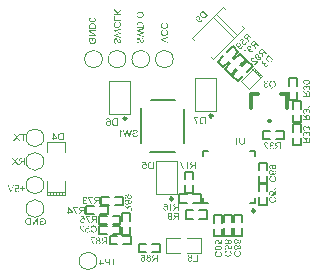
<source format=gbo>
G04 Layer_Color=32896*
%FSLAX25Y25*%
%MOIN*%
G70*
G01*
G75*
%ADD34C,0.01200*%
%ADD35C,0.00600*%
%ADD38C,0.01000*%
%ADD66C,0.00500*%
%ADD67C,0.00984*%
%ADD68C,0.00400*%
%ADD69C,0.00402*%
%ADD70C,0.00394*%
%ADD71C,0.00787*%
%ADD106C,0.00197*%
G36*
X33186Y92521D02*
X33259Y92517D01*
X33324Y92510D01*
X33379Y92503D01*
X33404Y92499D01*
X33422D01*
X33437Y92495D01*
X33448Y92492D01*
X33459D01*
X33535Y92477D01*
X33608Y92459D01*
X33674Y92437D01*
X33732Y92419D01*
X33776Y92397D01*
X33812Y92383D01*
X33834Y92372D01*
X33841Y92368D01*
X33903Y92332D01*
X33958Y92295D01*
X34005Y92255D01*
X34045Y92215D01*
X34074Y92182D01*
X34100Y92153D01*
X34114Y92135D01*
X34118Y92128D01*
X34154Y92070D01*
X34180Y92004D01*
X34198Y91942D01*
X34209Y91880D01*
X34220Y91829D01*
X34223Y91786D01*
Y91771D01*
Y91760D01*
Y91753D01*
Y91749D01*
X34220Y91666D01*
X34209Y91589D01*
X34190Y91523D01*
X34172Y91469D01*
X34150Y91425D01*
X34136Y91392D01*
X34121Y91374D01*
X34118Y91367D01*
X34074Y91316D01*
X34030Y91269D01*
X33983Y91229D01*
X33939Y91196D01*
X33899Y91167D01*
X33870Y91149D01*
X33848Y91134D01*
X33845Y91130D01*
X33841D01*
X33776Y91098D01*
X33710Y91072D01*
X33648Y91050D01*
X33586Y91036D01*
X33535Y91021D01*
X33495Y91014D01*
X33481Y91010D01*
X33470Y91007D01*
X33459D01*
X33379Y90996D01*
X33302Y90988D01*
X33230Y90981D01*
X33164Y90978D01*
X33109D01*
X33088Y90974D01*
X32949D01*
X32873Y90978D01*
X32804Y90985D01*
X32738Y90992D01*
X32684Y90996D01*
X32662Y90999D01*
X32643Y91003D01*
X32629D01*
X32618Y91007D01*
X32607D01*
X32531Y91021D01*
X32462Y91039D01*
X32396Y91061D01*
X32341Y91079D01*
X32298Y91101D01*
X32261Y91116D01*
X32239Y91127D01*
X32236Y91130D01*
X32232D01*
X32174Y91167D01*
X32119Y91207D01*
X32072Y91247D01*
X32032Y91283D01*
X32003Y91316D01*
X31977Y91342D01*
X31963Y91360D01*
X31959Y91367D01*
X31923Y91425D01*
X31897Y91487D01*
X31879Y91553D01*
X31868Y91615D01*
X31861Y91666D01*
X31854Y91709D01*
Y91727D01*
Y91738D01*
Y91746D01*
Y91749D01*
X31857Y91833D01*
X31872Y91909D01*
X31886Y91975D01*
X31908Y92030D01*
X31926Y92073D01*
X31945Y92106D01*
X31956Y92124D01*
X31959Y92131D01*
X32003Y92186D01*
X32047Y92230D01*
X32094Y92273D01*
X32134Y92306D01*
X32174Y92332D01*
X32203Y92353D01*
X32225Y92364D01*
X32232Y92368D01*
X32298Y92401D01*
X32363Y92426D01*
X32425Y92448D01*
X32483Y92463D01*
X32534Y92477D01*
X32571Y92484D01*
X32585Y92488D01*
X32596Y92492D01*
X32607D01*
X32687Y92503D01*
X32764Y92514D01*
X32833Y92521D01*
X32898Y92524D01*
X32953Y92528D01*
X33109D01*
X33186Y92521D01*
D02*
G37*
G36*
X58191Y85843D02*
X58012Y85777D01*
X57841Y85716D01*
X57685Y85657D01*
X57535Y85603D01*
X57397Y85552D01*
X57270Y85505D01*
X57149Y85461D01*
X57040Y85417D01*
X56938Y85381D01*
X56844Y85348D01*
X56756Y85315D01*
X56680Y85286D01*
X56607Y85261D01*
X56545Y85239D01*
X56487Y85217D01*
X56436Y85199D01*
X56389Y85180D01*
X56349Y85166D01*
X56312Y85155D01*
X56283Y85144D01*
X56258Y85133D01*
X56236Y85126D01*
X56218Y85119D01*
X56203Y85115D01*
X56181Y85108D01*
X56170Y85104D01*
X56163Y85101D01*
Y85089D01*
X56174Y85086D01*
X56192Y85079D01*
X56225Y85068D01*
X56265Y85053D01*
X56312Y85035D01*
X56367Y85017D01*
X56432Y84991D01*
X56502Y84966D01*
X56574Y84937D01*
X56654Y84908D01*
X56738Y84875D01*
X56826Y84842D01*
X57007Y84773D01*
X57193Y84704D01*
X57382Y84631D01*
X57561Y84565D01*
X57648Y84533D01*
X57728Y84500D01*
X57808Y84471D01*
X57881Y84442D01*
X57947Y84416D01*
X58008Y84394D01*
X58060Y84376D01*
X58107Y84358D01*
X58143Y84343D01*
X58169Y84332D01*
X58183Y84329D01*
X58191Y84325D01*
Y83987D01*
X55886Y84918D01*
Y85257D01*
X58191Y86192D01*
Y85843D01*
D02*
G37*
G36*
X34190Y87909D02*
X32232D01*
Y87898D01*
X34190Y86693D01*
Y86300D01*
X31886D01*
Y86602D01*
X33852D01*
X31886Y87829D01*
Y88204D01*
X34190D01*
Y87909D01*
D02*
G37*
G36*
X33157Y90632D02*
X33251Y90617D01*
X33339Y90603D01*
X33422Y90577D01*
X33503Y90552D01*
X33572Y90519D01*
X33641Y90482D01*
X33703Y90446D01*
X33761Y90402D01*
X33812Y90359D01*
X33859Y90311D01*
X33903Y90260D01*
X33943Y90210D01*
X33979Y90158D01*
X34012Y90104D01*
X34041Y90049D01*
X34089Y89944D01*
X34125Y89842D01*
X34150Y89747D01*
X34169Y89660D01*
X34176Y89623D01*
X34180Y89591D01*
X34183Y89558D01*
X34187Y89532D01*
X34190Y89514D01*
Y89500D01*
Y89489D01*
Y89485D01*
Y88710D01*
X31886D01*
Y89485D01*
Y89591D01*
X31894Y89693D01*
X31908Y89784D01*
X31926Y89871D01*
X31952Y89951D01*
X31981Y90027D01*
X32017Y90097D01*
X32054Y90158D01*
X32098Y90217D01*
X32141Y90271D01*
X32192Y90319D01*
X32243Y90366D01*
X32294Y90402D01*
X32349Y90439D01*
X32403Y90472D01*
X32458Y90501D01*
X32571Y90548D01*
X32676Y90581D01*
X32778Y90606D01*
X32869Y90621D01*
X32909Y90624D01*
X32946Y90628D01*
X32975Y90632D01*
X33004Y90635D01*
X33055D01*
X33157Y90632D01*
D02*
G37*
G36*
X56716Y88107D02*
X56611Y88078D01*
X56516Y88042D01*
X56436Y87998D01*
X56363Y87947D01*
X56305Y87892D01*
X56258Y87838D01*
X56218Y87776D01*
X56185Y87718D01*
X56159Y87663D01*
X56141Y87608D01*
X56127Y87557D01*
X56119Y87514D01*
X56112Y87474D01*
X56108Y87448D01*
Y87430D01*
Y87423D01*
X56116Y87361D01*
X56127Y87299D01*
X56145Y87244D01*
X56163Y87190D01*
X56214Y87095D01*
X56276Y87015D01*
X56349Y86942D01*
X56429Y86884D01*
X56509Y86837D01*
X56596Y86797D01*
X56680Y86764D01*
X56760Y86739D01*
X56836Y86720D01*
X56902Y86706D01*
X56960Y86698D01*
X56982Y86695D01*
X57004D01*
X57018Y86691D01*
X57040D01*
X57120Y86698D01*
X57193Y86706D01*
X57266Y86720D01*
X57332Y86735D01*
X57390Y86753D01*
X57448Y86775D01*
X57503Y86800D01*
X57553Y86826D01*
X57597Y86855D01*
X57641Y86884D01*
X57714Y86946D01*
X57779Y87011D01*
X57830Y87081D01*
X57870Y87146D01*
X57903Y87212D01*
X57925Y87270D01*
X57943Y87325D01*
X57954Y87368D01*
X57961Y87405D01*
X57965Y87426D01*
Y87430D01*
Y87434D01*
X57958Y87517D01*
X57939Y87598D01*
X57914Y87670D01*
X57885Y87736D01*
X57845Y87794D01*
X57805Y87849D01*
X57757Y87896D01*
X57714Y87936D01*
X57666Y87972D01*
X57623Y88005D01*
X57583Y88031D01*
X57546Y88049D01*
X57513Y88067D01*
X57492Y88078D01*
X57477Y88082D01*
X57470Y88085D01*
X57550Y88391D01*
X57608Y88369D01*
X57666Y88340D01*
X57765Y88282D01*
X57856Y88216D01*
X57928Y88143D01*
X57994Y88067D01*
X58049Y87987D01*
X58096Y87907D01*
X58132Y87830D01*
X58161Y87754D01*
X58183Y87681D01*
X58198Y87616D01*
X58209Y87561D01*
X58216Y87510D01*
X58220Y87477D01*
X58223Y87463D01*
Y87452D01*
Y87448D01*
Y87445D01*
X58216Y87350D01*
X58201Y87263D01*
X58180Y87182D01*
X58158Y87102D01*
X58129Y87030D01*
X58092Y86964D01*
X58056Y86902D01*
X58012Y86844D01*
X57968Y86789D01*
X57921Y86739D01*
X57874Y86695D01*
X57823Y86651D01*
X57768Y86615D01*
X57714Y86578D01*
X57604Y86520D01*
X57499Y86473D01*
X57393Y86436D01*
X57295Y86407D01*
X57208Y86389D01*
X57171Y86382D01*
X57135Y86374D01*
X57106Y86371D01*
X57080Y86367D01*
X57059D01*
X57044Y86364D01*
X57029D01*
X56927Y86371D01*
X56833Y86385D01*
X56742Y86404D01*
X56658Y86425D01*
X56578Y86451D01*
X56505Y86484D01*
X56436Y86516D01*
X56374Y86553D01*
X56316Y86593D01*
X56261Y86637D01*
X56210Y86680D01*
X56163Y86727D01*
X56123Y86775D01*
X56087Y86822D01*
X56050Y86870D01*
X56021Y86920D01*
X55970Y87015D01*
X55930Y87110D01*
X55901Y87197D01*
X55879Y87274D01*
X55872Y87310D01*
X55865Y87339D01*
X55861Y87368D01*
X55857Y87390D01*
Y87408D01*
X55854Y87423D01*
Y87430D01*
Y87434D01*
X55857Y87507D01*
X55865Y87579D01*
X55875Y87645D01*
X55890Y87707D01*
X55930Y87827D01*
X55977Y87929D01*
X56039Y88020D01*
X56101Y88103D01*
X56174Y88173D01*
X56243Y88231D01*
X56316Y88282D01*
X56385Y88326D01*
X56447Y88358D01*
X56505Y88384D01*
X56556Y88402D01*
X56593Y88413D01*
X56607Y88420D01*
X56618D01*
X56622Y88424D01*
X56625D01*
X56716Y88107D01*
D02*
G37*
G36*
X42480Y88504D02*
X40521Y88042D01*
X42480Y87514D01*
Y87176D01*
X40532Y86644D01*
X42480Y86171D01*
Y85858D01*
X40176Y86455D01*
Y86804D01*
X42174Y87343D01*
Y87354D01*
X40176Y87885D01*
Y88209D01*
X42480Y88832D01*
Y88504D01*
D02*
G37*
G36*
X41016Y90754D02*
X40911Y90724D01*
X40816Y90688D01*
X40736Y90644D01*
X40663Y90593D01*
X40605Y90539D01*
X40558Y90484D01*
X40518Y90422D01*
X40485Y90364D01*
X40459Y90310D01*
X40441Y90255D01*
X40427Y90204D01*
X40419Y90160D01*
X40412Y90120D01*
X40408Y90095D01*
Y90077D01*
Y90069D01*
X40416Y90007D01*
X40427Y89946D01*
X40445Y89891D01*
X40463Y89836D01*
X40514Y89742D01*
X40576Y89662D01*
X40649Y89589D01*
X40729Y89530D01*
X40809Y89483D01*
X40896Y89443D01*
X40980Y89410D01*
X41060Y89385D01*
X41137Y89367D01*
X41202Y89352D01*
X41260Y89345D01*
X41282Y89341D01*
X41304D01*
X41319Y89338D01*
X41340D01*
X41420Y89345D01*
X41493Y89352D01*
X41566Y89367D01*
X41631Y89381D01*
X41690Y89399D01*
X41748Y89421D01*
X41803Y89447D01*
X41853Y89472D01*
X41897Y89501D01*
X41941Y89530D01*
X42014Y89592D01*
X42079Y89658D01*
X42130Y89727D01*
X42170Y89793D01*
X42203Y89858D01*
X42225Y89916D01*
X42243Y89971D01*
X42254Y90015D01*
X42261Y90051D01*
X42265Y90073D01*
Y90077D01*
Y90080D01*
X42258Y90164D01*
X42239Y90244D01*
X42214Y90317D01*
X42185Y90382D01*
X42145Y90440D01*
X42105Y90495D01*
X42057Y90542D01*
X42014Y90583D01*
X41966Y90619D01*
X41923Y90652D01*
X41883Y90677D01*
X41846Y90695D01*
X41813Y90714D01*
X41792Y90724D01*
X41777Y90728D01*
X41770Y90732D01*
X41850Y91037D01*
X41908Y91016D01*
X41966Y90987D01*
X42065Y90928D01*
X42156Y90863D01*
X42228Y90790D01*
X42294Y90714D01*
X42349Y90633D01*
X42396Y90553D01*
X42432Y90477D01*
X42461Y90400D01*
X42483Y90328D01*
X42498Y90262D01*
X42509Y90208D01*
X42516Y90157D01*
X42520Y90124D01*
X42523Y90109D01*
Y90098D01*
Y90095D01*
Y90091D01*
X42516Y89996D01*
X42501Y89909D01*
X42480Y89829D01*
X42458Y89749D01*
X42429Y89676D01*
X42392Y89611D01*
X42356Y89549D01*
X42312Y89490D01*
X42268Y89436D01*
X42221Y89385D01*
X42174Y89341D01*
X42123Y89298D01*
X42068Y89261D01*
X42014Y89225D01*
X41905Y89166D01*
X41799Y89119D01*
X41693Y89083D01*
X41595Y89054D01*
X41508Y89035D01*
X41471Y89028D01*
X41435Y89021D01*
X41406Y89017D01*
X41380Y89014D01*
X41359D01*
X41344Y89010D01*
X41329D01*
X41227Y89017D01*
X41133Y89032D01*
X41042Y89050D01*
X40958Y89072D01*
X40878Y89097D01*
X40805Y89130D01*
X40736Y89163D01*
X40674Y89199D01*
X40616Y89239D01*
X40561Y89283D01*
X40510Y89327D01*
X40463Y89374D01*
X40423Y89421D01*
X40387Y89469D01*
X40350Y89516D01*
X40321Y89567D01*
X40270Y89662D01*
X40230Y89756D01*
X40201Y89844D01*
X40179Y89920D01*
X40172Y89956D01*
X40165Y89986D01*
X40161Y90015D01*
X40157Y90036D01*
Y90055D01*
X40154Y90069D01*
Y90077D01*
Y90080D01*
X40157Y90153D01*
X40165Y90226D01*
X40176Y90291D01*
X40190Y90353D01*
X40230Y90473D01*
X40277Y90575D01*
X40339Y90666D01*
X40401Y90750D01*
X40474Y90819D01*
X40543Y90877D01*
X40616Y90928D01*
X40685Y90972D01*
X40747Y91005D01*
X40805Y91030D01*
X40856Y91048D01*
X40893Y91059D01*
X40907Y91067D01*
X40918D01*
X40922Y91070D01*
X40925D01*
X41016Y90754D01*
D02*
G37*
G36*
X56716Y90462D02*
X56611Y90433D01*
X56516Y90397D01*
X56436Y90353D01*
X56363Y90302D01*
X56305Y90247D01*
X56258Y90193D01*
X56218Y90131D01*
X56185Y90073D01*
X56159Y90018D01*
X56141Y89964D01*
X56127Y89912D01*
X56119Y89869D01*
X56112Y89829D01*
X56108Y89803D01*
Y89785D01*
Y89778D01*
X56116Y89716D01*
X56127Y89654D01*
X56145Y89600D01*
X56163Y89545D01*
X56214Y89450D01*
X56276Y89370D01*
X56349Y89297D01*
X56429Y89239D01*
X56509Y89192D01*
X56596Y89152D01*
X56680Y89119D01*
X56760Y89094D01*
X56836Y89075D01*
X56902Y89061D01*
X56960Y89053D01*
X56982Y89050D01*
X57004D01*
X57018Y89046D01*
X57040D01*
X57120Y89053D01*
X57193Y89061D01*
X57266Y89075D01*
X57332Y89090D01*
X57390Y89108D01*
X57448Y89130D01*
X57503Y89155D01*
X57553Y89181D01*
X57597Y89210D01*
X57641Y89239D01*
X57714Y89301D01*
X57779Y89367D01*
X57830Y89436D01*
X57870Y89501D01*
X57903Y89567D01*
X57925Y89625D01*
X57943Y89680D01*
X57954Y89723D01*
X57961Y89760D01*
X57965Y89781D01*
Y89785D01*
Y89789D01*
X57958Y89872D01*
X57939Y89953D01*
X57914Y90025D01*
X57885Y90091D01*
X57845Y90149D01*
X57805Y90204D01*
X57757Y90251D01*
X57714Y90291D01*
X57666Y90328D01*
X57623Y90360D01*
X57583Y90386D01*
X57546Y90404D01*
X57513Y90422D01*
X57492Y90433D01*
X57477Y90437D01*
X57470Y90440D01*
X57550Y90746D01*
X57608Y90724D01*
X57666Y90695D01*
X57765Y90637D01*
X57856Y90571D01*
X57928Y90499D01*
X57994Y90422D01*
X58049Y90342D01*
X58096Y90262D01*
X58132Y90185D01*
X58161Y90109D01*
X58183Y90036D01*
X58198Y89971D01*
X58209Y89916D01*
X58216Y89865D01*
X58220Y89832D01*
X58223Y89818D01*
Y89807D01*
Y89803D01*
Y89800D01*
X58216Y89705D01*
X58201Y89618D01*
X58180Y89538D01*
X58158Y89457D01*
X58129Y89385D01*
X58092Y89319D01*
X58056Y89257D01*
X58012Y89199D01*
X57968Y89144D01*
X57921Y89094D01*
X57874Y89050D01*
X57823Y89006D01*
X57768Y88970D01*
X57714Y88933D01*
X57604Y88875D01*
X57499Y88828D01*
X57393Y88791D01*
X57295Y88762D01*
X57208Y88744D01*
X57171Y88737D01*
X57135Y88730D01*
X57106Y88726D01*
X57080Y88722D01*
X57059D01*
X57044Y88719D01*
X57029D01*
X56927Y88726D01*
X56833Y88740D01*
X56742Y88759D01*
X56658Y88780D01*
X56578Y88806D01*
X56505Y88839D01*
X56436Y88872D01*
X56374Y88908D01*
X56316Y88948D01*
X56261Y88992D01*
X56210Y89035D01*
X56163Y89083D01*
X56123Y89130D01*
X56087Y89177D01*
X56050Y89225D01*
X56021Y89275D01*
X55970Y89370D01*
X55930Y89465D01*
X55901Y89552D01*
X55879Y89629D01*
X55872Y89665D01*
X55865Y89694D01*
X55861Y89723D01*
X55857Y89745D01*
Y89763D01*
X55854Y89778D01*
Y89785D01*
Y89789D01*
X55857Y89862D01*
X55865Y89934D01*
X55875Y90000D01*
X55890Y90062D01*
X55930Y90182D01*
X55977Y90284D01*
X56039Y90375D01*
X56101Y90459D01*
X56174Y90528D01*
X56243Y90586D01*
X56316Y90637D01*
X56385Y90681D01*
X56447Y90713D01*
X56505Y90739D01*
X56556Y90757D01*
X56593Y90768D01*
X56607Y90775D01*
X56618D01*
X56622Y90779D01*
X56625D01*
X56716Y90462D01*
D02*
G37*
G36*
X40896Y85650D02*
X40973Y85632D01*
X41042Y85603D01*
X41107Y85567D01*
X41166Y85519D01*
X41220Y85465D01*
X41264Y85406D01*
X41308Y85348D01*
X41340Y85286D01*
X41373Y85228D01*
X41399Y85173D01*
X41417Y85126D01*
X41435Y85086D01*
X41446Y85053D01*
X41449Y85031D01*
X41453Y85028D01*
Y85024D01*
X41464Y85006D01*
X41471Y84980D01*
X41479Y84962D01*
Y84959D01*
Y84955D01*
X41489Y84908D01*
X41500Y84871D01*
X41508Y84839D01*
X41511Y84817D01*
X41519Y84799D01*
Y84784D01*
X41522Y84780D01*
Y84777D01*
X41533Y84722D01*
X41544Y84667D01*
X41573Y84573D01*
X41602Y84493D01*
X41631Y84424D01*
X41664Y84365D01*
X41697Y84318D01*
X41730Y84282D01*
X41763Y84253D01*
X41792Y84231D01*
X41821Y84212D01*
X41846Y84202D01*
X41872Y84194D01*
X41890Y84191D01*
X41915D01*
X41974Y84205D01*
X42028Y84227D01*
X42076Y84256D01*
X42116Y84289D01*
X42148Y84329D01*
X42178Y84373D01*
X42203Y84420D01*
X42221Y84467D01*
X42239Y84511D01*
X42250Y84555D01*
X42261Y84598D01*
X42268Y84635D01*
X42272Y84664D01*
X42276Y84686D01*
Y84704D01*
Y84707D01*
X42272Y84795D01*
X42258Y84875D01*
X42236Y84944D01*
X42207Y85010D01*
X42174Y85061D01*
X42134Y85108D01*
X42094Y85148D01*
X42054Y85181D01*
X42010Y85210D01*
X41970Y85232D01*
X41934Y85250D01*
X41897Y85264D01*
X41868Y85272D01*
X41846Y85279D01*
X41832Y85283D01*
X41828D01*
X41905Y85599D01*
X41959Y85585D01*
X42014Y85567D01*
X42108Y85523D01*
X42192Y85465D01*
X42261Y85399D01*
X42323Y85326D01*
X42374Y85250D01*
X42414Y85173D01*
X42447Y85093D01*
X42472Y85013D01*
X42491Y84940D01*
X42505Y84871D01*
X42512Y84809D01*
X42520Y84759D01*
X42523Y84718D01*
Y84704D01*
Y84693D01*
Y84689D01*
Y84686D01*
X42520Y84617D01*
X42512Y84551D01*
X42505Y84489D01*
X42491Y84431D01*
X42476Y84376D01*
X42458Y84325D01*
X42418Y84238D01*
X42374Y84158D01*
X42323Y84092D01*
X42268Y84038D01*
X42210Y83994D01*
X42156Y83958D01*
X42101Y83929D01*
X42054Y83907D01*
X42006Y83892D01*
X41970Y83885D01*
X41941Y83878D01*
X41923Y83874D01*
X41828D01*
X41788Y83881D01*
X41748Y83892D01*
X41712Y83907D01*
X41679Y83925D01*
X41613Y83972D01*
X41555Y84027D01*
X41504Y84089D01*
X41457Y84154D01*
X41420Y84227D01*
X41384Y84296D01*
X41359Y84365D01*
X41333Y84431D01*
X41315Y84489D01*
X41304Y84536D01*
X41293Y84576D01*
X41289Y84591D01*
Y84602D01*
X41286Y84606D01*
Y84609D01*
X41275Y84649D01*
X41264Y84689D01*
X41253Y84722D01*
X41246Y84751D01*
X41238Y84777D01*
X41235Y84795D01*
X41231Y84806D01*
Y84809D01*
X41202Y84908D01*
X41173Y84991D01*
X41140Y85064D01*
X41107Y85126D01*
X41075Y85177D01*
X41038Y85217D01*
X41002Y85250D01*
X40969Y85279D01*
X40940Y85297D01*
X40907Y85312D01*
X40882Y85319D01*
X40860Y85326D01*
X40838Y85330D01*
X40813D01*
X40740Y85319D01*
X40678Y85297D01*
X40623Y85264D01*
X40576Y85228D01*
X40536Y85184D01*
X40503Y85141D01*
X40478Y85090D01*
X40452Y85039D01*
X40438Y84991D01*
X40423Y84940D01*
X40412Y84897D01*
X40405Y84857D01*
X40401Y84824D01*
X40398Y84799D01*
Y84784D01*
Y84777D01*
X40401Y84671D01*
X40419Y84576D01*
X40445Y84493D01*
X40481Y84420D01*
X40521Y84354D01*
X40569Y84300D01*
X40620Y84253D01*
X40674Y84216D01*
X40725Y84183D01*
X40780Y84158D01*
X40827Y84136D01*
X40871Y84122D01*
X40907Y84111D01*
X40933Y84103D01*
X40951Y84100D01*
X40958D01*
X40882Y83787D01*
X40813Y83801D01*
X40751Y83823D01*
X40689Y83845D01*
X40634Y83870D01*
X40583Y83899D01*
X40532Y83932D01*
X40448Y84005D01*
X40376Y84085D01*
X40317Y84169D01*
X40266Y84253D01*
X40226Y84343D01*
X40197Y84427D01*
X40176Y84511D01*
X40161Y84584D01*
X40150Y84653D01*
X40143Y84707D01*
Y84729D01*
X40139Y84751D01*
Y84766D01*
Y84777D01*
Y84784D01*
Y84788D01*
X40143Y84864D01*
X40150Y84933D01*
X40161Y85002D01*
X40176Y85064D01*
X40194Y85123D01*
X40212Y85177D01*
X40234Y85228D01*
X40256Y85275D01*
X40306Y85359D01*
X40365Y85428D01*
X40423Y85487D01*
X40485Y85534D01*
X40547Y85570D01*
X40605Y85599D01*
X40663Y85621D01*
X40711Y85636D01*
X40754Y85647D01*
X40783Y85650D01*
X40805Y85654D01*
X40856D01*
X40896Y85650D01*
D02*
G37*
G36*
X74716Y14330D02*
X74611Y14301D01*
X74516Y14265D01*
X74436Y14221D01*
X74363Y14170D01*
X74305Y14115D01*
X74258Y14061D01*
X74218Y13999D01*
X74185Y13941D01*
X74159Y13886D01*
X74141Y13832D01*
X74127Y13780D01*
X74119Y13737D01*
X74112Y13697D01*
X74108Y13671D01*
Y13653D01*
Y13646D01*
X74116Y13584D01*
X74127Y13522D01*
X74145Y13467D01*
X74163Y13413D01*
X74214Y13318D01*
X74276Y13238D01*
X74349Y13165D01*
X74429Y13107D01*
X74509Y13060D01*
X74596Y13020D01*
X74680Y12987D01*
X74760Y12961D01*
X74836Y12943D01*
X74902Y12929D01*
X74960Y12922D01*
X74982Y12918D01*
X75004D01*
X75018Y12914D01*
X75040D01*
X75120Y12922D01*
X75193Y12929D01*
X75266Y12943D01*
X75331Y12958D01*
X75390Y12976D01*
X75448Y12998D01*
X75503Y13023D01*
X75554Y13049D01*
X75597Y13078D01*
X75641Y13107D01*
X75714Y13169D01*
X75779Y13235D01*
X75830Y13304D01*
X75870Y13369D01*
X75903Y13435D01*
X75925Y13493D01*
X75943Y13548D01*
X75954Y13591D01*
X75961Y13628D01*
X75965Y13649D01*
Y13653D01*
Y13657D01*
X75958Y13740D01*
X75939Y13821D01*
X75914Y13893D01*
X75885Y13959D01*
X75845Y14017D01*
X75805Y14072D01*
X75757Y14119D01*
X75714Y14159D01*
X75666Y14196D01*
X75623Y14228D01*
X75583Y14254D01*
X75546Y14272D01*
X75513Y14290D01*
X75492Y14301D01*
X75477Y14305D01*
X75470Y14308D01*
X75550Y14614D01*
X75608Y14592D01*
X75666Y14563D01*
X75765Y14505D01*
X75856Y14439D01*
X75928Y14367D01*
X75994Y14290D01*
X76049Y14210D01*
X76096Y14130D01*
X76132Y14053D01*
X76161Y13977D01*
X76183Y13904D01*
X76198Y13839D01*
X76209Y13784D01*
X76216Y13733D01*
X76220Y13701D01*
X76223Y13686D01*
Y13675D01*
Y13671D01*
Y13668D01*
X76216Y13573D01*
X76201Y13486D01*
X76180Y13406D01*
X76158Y13326D01*
X76129Y13253D01*
X76092Y13187D01*
X76056Y13125D01*
X76012Y13067D01*
X75968Y13013D01*
X75921Y12961D01*
X75874Y12918D01*
X75823Y12874D01*
X75768Y12838D01*
X75714Y12801D01*
X75604Y12743D01*
X75499Y12696D01*
X75393Y12659D01*
X75295Y12630D01*
X75208Y12612D01*
X75171Y12605D01*
X75135Y12597D01*
X75106Y12594D01*
X75080Y12590D01*
X75059D01*
X75044Y12587D01*
X75029D01*
X74927Y12594D01*
X74833Y12608D01*
X74742Y12627D01*
X74658Y12649D01*
X74578Y12674D01*
X74505Y12707D01*
X74436Y12740D01*
X74374Y12776D01*
X74316Y12816D01*
X74261Y12860D01*
X74210Y12903D01*
X74163Y12951D01*
X74123Y12998D01*
X74087Y13045D01*
X74050Y13093D01*
X74021Y13144D01*
X73970Y13238D01*
X73930Y13333D01*
X73901Y13420D01*
X73879Y13497D01*
X73872Y13533D01*
X73865Y13562D01*
X73861Y13591D01*
X73857Y13613D01*
Y13631D01*
X73854Y13646D01*
Y13653D01*
Y13657D01*
X73857Y13730D01*
X73865Y13802D01*
X73875Y13868D01*
X73890Y13930D01*
X73930Y14050D01*
X73977Y14152D01*
X74039Y14243D01*
X74101Y14326D01*
X74174Y14396D01*
X74243Y14454D01*
X74316Y14505D01*
X74385Y14549D01*
X74447Y14581D01*
X74505Y14607D01*
X74556Y14625D01*
X74593Y14636D01*
X74607Y14643D01*
X74618D01*
X74622Y14647D01*
X74625D01*
X74716Y14330D01*
D02*
G37*
G36*
X75164Y16467D02*
X75215D01*
X75266Y16463D01*
X75317Y16460D01*
X75361D01*
X75401Y16456D01*
X75433Y16452D01*
X75459D01*
X75473Y16449D01*
X75481D01*
X75546Y16441D01*
X75604Y16430D01*
X75663Y16416D01*
X75714Y16401D01*
X75761Y16383D01*
X75808Y16361D01*
X75848Y16343D01*
X75885Y16325D01*
X75918Y16303D01*
X75947Y16285D01*
X75972Y16270D01*
X75990Y16252D01*
X76005Y16241D01*
X76019Y16230D01*
X76023Y16227D01*
X76027Y16223D01*
X76063Y16187D01*
X76092Y16147D01*
X76118Y16106D01*
X76140Y16063D01*
X76176Y15976D01*
X76198Y15895D01*
X76212Y15819D01*
X76216Y15786D01*
X76220Y15761D01*
X76223Y15739D01*
Y15721D01*
Y15710D01*
Y15706D01*
X76220Y15652D01*
X76212Y15600D01*
X76205Y15553D01*
X76191Y15506D01*
X76154Y15418D01*
X76118Y15346D01*
X76096Y15313D01*
X76078Y15288D01*
X76060Y15262D01*
X76041Y15240D01*
X76027Y15226D01*
X76019Y15215D01*
X76012Y15207D01*
X76008Y15204D01*
X75968Y15167D01*
X75925Y15135D01*
X75881Y15109D01*
X75834Y15084D01*
X75787Y15066D01*
X75743Y15047D01*
X75655Y15022D01*
X75615Y15014D01*
X75579Y15007D01*
X75543Y15004D01*
X75513Y15000D01*
X75492Y14996D01*
X75459D01*
X75401Y15000D01*
X75346Y15004D01*
X75244Y15025D01*
X75157Y15055D01*
X75117Y15073D01*
X75080Y15091D01*
X75048Y15109D01*
X75018Y15127D01*
X74997Y15142D01*
X74975Y15157D01*
X74960Y15167D01*
X74949Y15178D01*
X74942Y15182D01*
X74938Y15186D01*
X74902Y15222D01*
X74873Y15262D01*
X74847Y15302D01*
X74822Y15342D01*
X74786Y15422D01*
X74764Y15495D01*
X74749Y15564D01*
X74746Y15590D01*
X74742Y15615D01*
X74738Y15633D01*
Y15652D01*
Y15659D01*
Y15662D01*
X74742Y15721D01*
X74746Y15775D01*
X74756Y15826D01*
X74767Y15870D01*
X74775Y15906D01*
X74786Y15932D01*
X74789Y15950D01*
X74793Y15957D01*
X74818Y16008D01*
X74844Y16052D01*
X74873Y16092D01*
X74902Y16128D01*
X74924Y16154D01*
X74946Y16176D01*
X74960Y16187D01*
X74964Y16190D01*
X74891Y16187D01*
X74818Y16179D01*
X74753Y16168D01*
X74695Y16158D01*
X74636Y16147D01*
X74585Y16136D01*
X74538Y16125D01*
X74494Y16110D01*
X74458Y16099D01*
X74425Y16088D01*
X74396Y16077D01*
X74370Y16067D01*
X74352Y16059D01*
X74341Y16052D01*
X74334Y16048D01*
X74331D01*
X74290Y16026D01*
X74258Y15997D01*
X74229Y15972D01*
X74203Y15939D01*
X74181Y15910D01*
X74163Y15877D01*
X74138Y15819D01*
X74119Y15761D01*
X74116Y15735D01*
X74112Y15717D01*
X74108Y15699D01*
Y15684D01*
Y15677D01*
Y15673D01*
X74112Y15615D01*
X74119Y15561D01*
X74134Y15509D01*
X74156Y15466D01*
X74178Y15422D01*
X74199Y15386D01*
X74229Y15353D01*
X74254Y15324D01*
X74279Y15298D01*
X74309Y15280D01*
X74356Y15247D01*
X74374Y15236D01*
X74389Y15229D01*
X74396Y15222D01*
X74400D01*
X74287Y14985D01*
X74210Y15022D01*
X74145Y15066D01*
X74087Y15113D01*
X74036Y15164D01*
X73996Y15222D01*
X73959Y15277D01*
X73930Y15335D01*
X73908Y15393D01*
X73890Y15448D01*
X73875Y15502D01*
X73868Y15550D01*
X73861Y15590D01*
X73857Y15626D01*
X73854Y15652D01*
Y15666D01*
Y15673D01*
X73857Y15753D01*
X73868Y15826D01*
X73883Y15892D01*
X73901Y15943D01*
X73915Y15986D01*
X73930Y16019D01*
X73941Y16037D01*
X73945Y16045D01*
X73981Y16096D01*
X74017Y16143D01*
X74058Y16183D01*
X74094Y16219D01*
X74123Y16245D01*
X74152Y16267D01*
X74167Y16278D01*
X74174Y16281D01*
X74232Y16314D01*
X74290Y16339D01*
X74345Y16361D01*
X74400Y16379D01*
X74447Y16394D01*
X74483Y16401D01*
X74498Y16405D01*
X74509Y16409D01*
X74516D01*
X74669Y16434D01*
X74738Y16441D01*
X74804Y16449D01*
X74862Y16456D01*
X74902D01*
X74920Y16460D01*
X74942D01*
X75040Y16467D01*
X75088D01*
X75128Y16470D01*
X75164Y16467D01*
D02*
G37*
G36*
X81003Y16703D02*
X81080Y16689D01*
X81146Y16670D01*
X81204Y16649D01*
X81251Y16623D01*
X81287Y16605D01*
X81309Y16590D01*
X81313Y16587D01*
X81317D01*
X81375Y16539D01*
X81426Y16492D01*
X81462Y16445D01*
X81495Y16401D01*
X81517Y16361D01*
X81531Y16328D01*
X81539Y16307D01*
X81542Y16303D01*
Y16299D01*
X81568Y16350D01*
X81597Y16394D01*
X81630Y16430D01*
X81662Y16463D01*
X81688Y16488D01*
X81713Y16507D01*
X81728Y16518D01*
X81735Y16521D01*
X81786Y16550D01*
X81837Y16569D01*
X81888Y16583D01*
X81932Y16594D01*
X81968Y16601D01*
X82001Y16605D01*
X82026D01*
X82074Y16601D01*
X82117Y16598D01*
X82197Y16576D01*
X82270Y16547D01*
X82332Y16514D01*
X82379Y16481D01*
X82416Y16452D01*
X82430Y16441D01*
X82441Y16430D01*
X82445Y16427D01*
X82449Y16423D01*
X82478Y16387D01*
X82507Y16350D01*
X82551Y16270D01*
X82580Y16186D01*
X82601Y16110D01*
X82616Y16037D01*
X82620Y16008D01*
Y15979D01*
X82623Y15957D01*
Y15943D01*
Y15932D01*
Y15928D01*
X82620Y15873D01*
X82616Y15822D01*
X82594Y15728D01*
X82565Y15644D01*
X82532Y15575D01*
X82514Y15549D01*
X82499Y15524D01*
X82485Y15502D01*
X82470Y15484D01*
X82459Y15469D01*
X82449Y15458D01*
X82445Y15455D01*
X82441Y15451D01*
X82408Y15422D01*
X82372Y15393D01*
X82303Y15349D01*
X82230Y15320D01*
X82168Y15298D01*
X82110Y15287D01*
X82088Y15280D01*
X82066D01*
X82048Y15276D01*
X82026D01*
X81968Y15280D01*
X81914Y15287D01*
X81866Y15302D01*
X81823Y15316D01*
X81786Y15327D01*
X81757Y15342D01*
X81742Y15349D01*
X81735Y15353D01*
X81688Y15386D01*
X81648Y15422D01*
X81615Y15455D01*
X81590Y15491D01*
X81568Y15520D01*
X81553Y15546D01*
X81546Y15560D01*
X81542Y15568D01*
X81517Y15506D01*
X81484Y15448D01*
X81448Y15396D01*
X81407Y15357D01*
X81375Y15320D01*
X81346Y15298D01*
X81324Y15280D01*
X81320Y15276D01*
X81317D01*
X81251Y15240D01*
X81186Y15211D01*
X81120Y15193D01*
X81058Y15178D01*
X81003Y15171D01*
X80960Y15167D01*
X80945Y15164D01*
X80923D01*
X80865Y15167D01*
X80814Y15174D01*
X80763Y15185D01*
X80716Y15196D01*
X80632Y15233D01*
X80592Y15251D01*
X80559Y15273D01*
X80530Y15295D01*
X80505Y15313D01*
X80483Y15331D01*
X80465Y15349D01*
X80450Y15360D01*
X80439Y15371D01*
X80436Y15378D01*
X80432Y15382D01*
X80399Y15426D01*
X80374Y15469D01*
X80348Y15517D01*
X80330Y15560D01*
X80297Y15651D01*
X80275Y15739D01*
X80268Y15779D01*
X80265Y15815D01*
X80261Y15848D01*
X80257Y15873D01*
X80254Y15895D01*
Y15913D01*
Y15924D01*
Y15928D01*
X80257Y15993D01*
X80261Y16055D01*
X80272Y16114D01*
X80283Y16168D01*
X80297Y16219D01*
X80312Y16266D01*
X80330Y16310D01*
X80348Y16346D01*
X80363Y16383D01*
X80381Y16412D01*
X80396Y16438D01*
X80410Y16459D01*
X80421Y16474D01*
X80432Y16485D01*
X80436Y16492D01*
X80439Y16496D01*
X80476Y16532D01*
X80512Y16565D01*
X80552Y16594D01*
X80592Y16620D01*
X80632Y16638D01*
X80672Y16656D01*
X80749Y16681D01*
X80818Y16696D01*
X80847Y16700D01*
X80872Y16703D01*
X80894Y16707D01*
X80923D01*
X81003Y16703D01*
D02*
G37*
G36*
Y18607D02*
X81080Y18592D01*
X81146Y18574D01*
X81204Y18552D01*
X81251Y18527D01*
X81287Y18509D01*
X81309Y18494D01*
X81313Y18490D01*
X81317D01*
X81375Y18443D01*
X81426Y18396D01*
X81462Y18349D01*
X81495Y18305D01*
X81517Y18265D01*
X81531Y18232D01*
X81539Y18210D01*
X81542Y18207D01*
Y18203D01*
X81568Y18254D01*
X81597Y18298D01*
X81630Y18334D01*
X81662Y18367D01*
X81688Y18392D01*
X81713Y18410D01*
X81728Y18421D01*
X81735Y18425D01*
X81786Y18454D01*
X81837Y18472D01*
X81888Y18487D01*
X81932Y18498D01*
X81968Y18505D01*
X82001Y18509D01*
X82026D01*
X82074Y18505D01*
X82117Y18501D01*
X82197Y18480D01*
X82270Y18451D01*
X82332Y18418D01*
X82379Y18385D01*
X82416Y18356D01*
X82430Y18345D01*
X82441Y18334D01*
X82445Y18330D01*
X82449Y18327D01*
X82478Y18290D01*
X82507Y18254D01*
X82551Y18174D01*
X82580Y18090D01*
X82601Y18014D01*
X82616Y17941D01*
X82620Y17912D01*
Y17883D01*
X82623Y17861D01*
Y17846D01*
Y17835D01*
Y17832D01*
X82620Y17777D01*
X82616Y17726D01*
X82594Y17631D01*
X82565Y17548D01*
X82532Y17479D01*
X82514Y17453D01*
X82499Y17428D01*
X82485Y17406D01*
X82470Y17388D01*
X82459Y17373D01*
X82449Y17362D01*
X82445Y17358D01*
X82441Y17355D01*
X82408Y17326D01*
X82372Y17297D01*
X82303Y17253D01*
X82230Y17224D01*
X82168Y17202D01*
X82110Y17191D01*
X82088Y17184D01*
X82066D01*
X82048Y17180D01*
X82026D01*
X81968Y17184D01*
X81914Y17191D01*
X81866Y17206D01*
X81823Y17220D01*
X81786Y17231D01*
X81757Y17246D01*
X81742Y17253D01*
X81735Y17256D01*
X81688Y17289D01*
X81648Y17326D01*
X81615Y17358D01*
X81590Y17395D01*
X81568Y17424D01*
X81553Y17449D01*
X81546Y17464D01*
X81542Y17471D01*
X81517Y17409D01*
X81484Y17351D01*
X81448Y17300D01*
X81407Y17260D01*
X81375Y17224D01*
X81346Y17202D01*
X81324Y17184D01*
X81320Y17180D01*
X81317D01*
X81251Y17144D01*
X81186Y17115D01*
X81120Y17096D01*
X81058Y17082D01*
X81003Y17075D01*
X80960Y17071D01*
X80945Y17067D01*
X80923D01*
X80865Y17071D01*
X80814Y17078D01*
X80763Y17089D01*
X80716Y17100D01*
X80632Y17136D01*
X80592Y17155D01*
X80559Y17176D01*
X80530Y17198D01*
X80505Y17217D01*
X80483Y17235D01*
X80465Y17253D01*
X80450Y17264D01*
X80439Y17275D01*
X80436Y17282D01*
X80432Y17286D01*
X80399Y17329D01*
X80374Y17373D01*
X80348Y17420D01*
X80330Y17464D01*
X80297Y17555D01*
X80275Y17642D01*
X80268Y17682D01*
X80265Y17719D01*
X80261Y17752D01*
X80257Y17777D01*
X80254Y17799D01*
Y17817D01*
Y17828D01*
Y17832D01*
X80257Y17897D01*
X80261Y17959D01*
X80272Y18017D01*
X80283Y18072D01*
X80297Y18123D01*
X80312Y18170D01*
X80330Y18214D01*
X80348Y18250D01*
X80363Y18287D01*
X80381Y18316D01*
X80396Y18341D01*
X80410Y18363D01*
X80421Y18378D01*
X80432Y18389D01*
X80436Y18396D01*
X80439Y18399D01*
X80476Y18436D01*
X80512Y18469D01*
X80552Y18498D01*
X80592Y18523D01*
X80632Y18541D01*
X80672Y18560D01*
X80749Y18585D01*
X80818Y18600D01*
X80847Y18603D01*
X80872Y18607D01*
X80894Y18611D01*
X80923D01*
X81003Y18607D01*
D02*
G37*
G36*
X74684Y18338D02*
X74746Y18334D01*
X74804Y18323D01*
X74858Y18312D01*
X74906Y18298D01*
X74953Y18280D01*
X74997Y18261D01*
X75033Y18243D01*
X75069Y18225D01*
X75099Y18207D01*
X75124Y18192D01*
X75146Y18174D01*
X75160Y18163D01*
X75171Y18152D01*
X75179Y18148D01*
X75182Y18145D01*
X75219Y18109D01*
X75251Y18065D01*
X75277Y18025D01*
X75302Y17981D01*
X75324Y17937D01*
X75339Y17894D01*
X75364Y17810D01*
X75371Y17770D01*
X75379Y17734D01*
X75382Y17704D01*
X75386Y17675D01*
X75390Y17653D01*
Y17635D01*
Y17624D01*
Y17621D01*
X75386Y17533D01*
X75371Y17453D01*
X75353Y17384D01*
X75335Y17326D01*
X75313Y17279D01*
X75295Y17246D01*
X75280Y17224D01*
X75277Y17220D01*
Y17217D01*
X75932Y17297D01*
Y18218D01*
X76191D01*
Y17060D01*
X74916Y16926D01*
Y17126D01*
X74953Y17158D01*
X74989Y17195D01*
X75015Y17231D01*
X75040Y17271D01*
X75062Y17308D01*
X75080Y17348D01*
X75106Y17421D01*
X75120Y17486D01*
X75124Y17515D01*
X75128Y17541D01*
X75131Y17559D01*
Y17577D01*
Y17584D01*
Y17588D01*
X75124Y17668D01*
X75109Y17737D01*
X75091Y17799D01*
X75066Y17846D01*
X75040Y17886D01*
X75022Y17916D01*
X75007Y17930D01*
X75000Y17937D01*
X74949Y17977D01*
X74887Y18010D01*
X74826Y18032D01*
X74767Y18047D01*
X74713Y18054D01*
X74669Y18061D01*
X74629D01*
X74545Y18054D01*
X74469Y18039D01*
X74403Y18018D01*
X74349Y17992D01*
X74305Y17963D01*
X74272Y17941D01*
X74254Y17927D01*
X74247Y17919D01*
X74199Y17865D01*
X74167Y17803D01*
X74141Y17744D01*
X74127Y17686D01*
X74116Y17635D01*
X74112Y17592D01*
X74108Y17577D01*
Y17566D01*
Y17559D01*
Y17555D01*
X74112Y17497D01*
X74119Y17442D01*
X74130Y17391D01*
X74148Y17348D01*
X74167Y17304D01*
X74189Y17264D01*
X74210Y17228D01*
X74232Y17195D01*
X74254Y17166D01*
X74279Y17140D01*
X74298Y17118D01*
X74316Y17104D01*
X74334Y17089D01*
X74345Y17078D01*
X74352Y17075D01*
X74356Y17071D01*
X74210Y16856D01*
X74148Y16896D01*
X74094Y16940D01*
X74047Y16984D01*
X74010Y17031D01*
X73981Y17071D01*
X73963Y17108D01*
X73948Y17129D01*
X73945Y17133D01*
Y17137D01*
X73915Y17209D01*
X73894Y17282D01*
X73875Y17355D01*
X73865Y17417D01*
X73857Y17475D01*
Y17497D01*
X73854Y17519D01*
Y17533D01*
Y17544D01*
Y17552D01*
Y17555D01*
X73857Y17621D01*
X73861Y17679D01*
X73872Y17737D01*
X73886Y17792D01*
X73901Y17843D01*
X73919Y17890D01*
X73937Y17930D01*
X73959Y17970D01*
X73977Y18007D01*
X73996Y18036D01*
X74014Y18061D01*
X74028Y18083D01*
X74043Y18101D01*
X74054Y18112D01*
X74058Y18119D01*
X74061Y18123D01*
X74101Y18163D01*
X74145Y18196D01*
X74189Y18225D01*
X74236Y18250D01*
X74279Y18272D01*
X74327Y18287D01*
X74418Y18316D01*
X74458Y18323D01*
X74494Y18330D01*
X74531Y18334D01*
X74560Y18338D01*
X74585Y18341D01*
X74618D01*
X74684Y18338D01*
D02*
G37*
G36*
X77803Y18574D02*
X77880Y18560D01*
X77946Y18541D01*
X78004Y18520D01*
X78051Y18494D01*
X78087Y18476D01*
X78109Y18461D01*
X78113Y18458D01*
X78117D01*
X78175Y18410D01*
X78226Y18363D01*
X78262Y18316D01*
X78295Y18272D01*
X78317Y18232D01*
X78331Y18199D01*
X78339Y18177D01*
X78342Y18174D01*
Y18170D01*
X78368Y18221D01*
X78397Y18265D01*
X78430Y18301D01*
X78462Y18334D01*
X78488Y18360D01*
X78513Y18378D01*
X78528Y18389D01*
X78535Y18392D01*
X78586Y18421D01*
X78637Y18440D01*
X78688Y18454D01*
X78732Y18465D01*
X78768Y18472D01*
X78801Y18476D01*
X78826D01*
X78874Y18472D01*
X78917Y18469D01*
X78997Y18447D01*
X79070Y18418D01*
X79132Y18385D01*
X79179Y18352D01*
X79216Y18323D01*
X79230Y18312D01*
X79241Y18301D01*
X79245Y18298D01*
X79249Y18294D01*
X79278Y18258D01*
X79307Y18221D01*
X79351Y18141D01*
X79380Y18057D01*
X79401Y17981D01*
X79416Y17908D01*
X79420Y17879D01*
Y17850D01*
X79423Y17828D01*
Y17813D01*
Y17803D01*
Y17799D01*
X79420Y17744D01*
X79416Y17693D01*
X79394Y17599D01*
X79365Y17515D01*
X79332Y17446D01*
X79314Y17420D01*
X79299Y17395D01*
X79285Y17373D01*
X79270Y17355D01*
X79260Y17340D01*
X79249Y17329D01*
X79245Y17326D01*
X79241Y17322D01*
X79208Y17293D01*
X79172Y17264D01*
X79103Y17220D01*
X79030Y17191D01*
X78968Y17169D01*
X78910Y17158D01*
X78888Y17151D01*
X78866D01*
X78848Y17147D01*
X78826D01*
X78768Y17151D01*
X78714Y17158D01*
X78666Y17173D01*
X78623Y17187D01*
X78586Y17198D01*
X78557Y17213D01*
X78542Y17220D01*
X78535Y17224D01*
X78488Y17256D01*
X78448Y17293D01*
X78415Y17326D01*
X78390Y17362D01*
X78368Y17391D01*
X78353Y17417D01*
X78346Y17431D01*
X78342Y17438D01*
X78317Y17377D01*
X78284Y17318D01*
X78248Y17267D01*
X78207Y17227D01*
X78175Y17191D01*
X78146Y17169D01*
X78124Y17151D01*
X78120Y17147D01*
X78117D01*
X78051Y17111D01*
X77986Y17082D01*
X77920Y17064D01*
X77858Y17049D01*
X77803Y17042D01*
X77760Y17038D01*
X77745Y17034D01*
X77723D01*
X77665Y17038D01*
X77614Y17045D01*
X77563Y17056D01*
X77516Y17067D01*
X77432Y17104D01*
X77392Y17122D01*
X77359Y17144D01*
X77330Y17165D01*
X77305Y17184D01*
X77283Y17202D01*
X77265Y17220D01*
X77250Y17231D01*
X77239Y17242D01*
X77236Y17249D01*
X77232Y17253D01*
X77199Y17297D01*
X77174Y17340D01*
X77148Y17388D01*
X77130Y17431D01*
X77097Y17522D01*
X77075Y17610D01*
X77068Y17650D01*
X77065Y17686D01*
X77061Y17719D01*
X77057Y17744D01*
X77054Y17766D01*
Y17784D01*
Y17795D01*
Y17799D01*
X77057Y17864D01*
X77061Y17926D01*
X77072Y17985D01*
X77083Y18039D01*
X77097Y18090D01*
X77112Y18137D01*
X77130Y18181D01*
X77148Y18217D01*
X77163Y18254D01*
X77181Y18283D01*
X77196Y18308D01*
X77210Y18330D01*
X77221Y18345D01*
X77232Y18356D01*
X77236Y18363D01*
X77239Y18367D01*
X77276Y18403D01*
X77312Y18436D01*
X77352Y18465D01*
X77392Y18490D01*
X77432Y18509D01*
X77472Y18527D01*
X77549Y18552D01*
X77618Y18567D01*
X77647Y18571D01*
X77672Y18574D01*
X77694Y18578D01*
X77723D01*
X77803Y18574D01*
D02*
G37*
G36*
X33142Y84779D02*
X32884D01*
Y85543D01*
X32400D01*
X32349Y85499D01*
X32305Y85448D01*
X32269Y85394D01*
X32236Y85335D01*
X32207Y85277D01*
X32185Y85219D01*
X32167Y85157D01*
X32149Y85099D01*
X32138Y85044D01*
X32127Y84993D01*
X32119Y84946D01*
X32116Y84902D01*
X32112Y84870D01*
X32108Y84844D01*
Y84830D01*
Y84822D01*
X32116Y84753D01*
X32127Y84688D01*
X32145Y84626D01*
X32163Y84567D01*
X32188Y84513D01*
X32214Y84466D01*
X32276Y84375D01*
X32345Y84294D01*
X32425Y84233D01*
X32505Y84178D01*
X32589Y84131D01*
X32673Y84094D01*
X32753Y84069D01*
X32825Y84047D01*
X32895Y84032D01*
X32949Y84025D01*
X32971Y84022D01*
X32993Y84018D01*
X33007D01*
X33018Y84014D01*
X33029D01*
X33109Y84022D01*
X33186Y84029D01*
X33255Y84043D01*
X33324Y84061D01*
X33386Y84080D01*
X33444Y84102D01*
X33495Y84127D01*
X33546Y84153D01*
X33594Y84182D01*
X33637Y84211D01*
X33714Y84276D01*
X33776Y84342D01*
X33827Y84415D01*
X33870Y84480D01*
X33903Y84549D01*
X33925Y84611D01*
X33943Y84666D01*
X33954Y84713D01*
X33961Y84750D01*
Y84760D01*
X33965Y84771D01*
Y84775D01*
Y84779D01*
X33961Y84881D01*
X33943Y84971D01*
X33921Y85055D01*
X33892Y85132D01*
X33856Y85197D01*
X33816Y85259D01*
X33772Y85310D01*
X33728Y85357D01*
X33685Y85394D01*
X33641Y85426D01*
X33601Y85456D01*
X33564Y85474D01*
X33535Y85492D01*
X33514Y85503D01*
X33495Y85507D01*
X33492Y85510D01*
X33594Y85816D01*
X33703Y85765D01*
X33797Y85703D01*
X33881Y85634D01*
X33954Y85558D01*
X34012Y85474D01*
X34063Y85387D01*
X34107Y85299D01*
X34140Y85215D01*
X34169Y85132D01*
X34187Y85052D01*
X34201Y84979D01*
X34212Y84917D01*
X34220Y84862D01*
Y84844D01*
X34223Y84822D01*
Y84808D01*
Y84797D01*
Y84793D01*
Y84790D01*
X34216Y84695D01*
X34201Y84604D01*
X34183Y84520D01*
X34158Y84440D01*
X34129Y84367D01*
X34092Y84298D01*
X34056Y84236D01*
X34016Y84174D01*
X33972Y84120D01*
X33925Y84069D01*
X33878Y84022D01*
X33827Y83981D01*
X33772Y83941D01*
X33721Y83905D01*
X33612Y83847D01*
X33503Y83796D01*
X33401Y83759D01*
X33302Y83730D01*
X33219Y83712D01*
X33179Y83705D01*
X33146Y83697D01*
X33113Y83694D01*
X33088Y83690D01*
X33069D01*
X33055Y83687D01*
X33040D01*
X32938Y83694D01*
X32840Y83709D01*
X32749Y83727D01*
X32665Y83752D01*
X32585Y83781D01*
X32509Y83810D01*
X32440Y83847D01*
X32378Y83887D01*
X32320Y83930D01*
X32265Y83974D01*
X32214Y84022D01*
X32167Y84069D01*
X32127Y84120D01*
X32087Y84171D01*
X32054Y84222D01*
X32021Y84276D01*
X31970Y84378D01*
X31930Y84477D01*
X31901Y84571D01*
X31879Y84651D01*
X31872Y84688D01*
X31865Y84724D01*
X31861Y84750D01*
X31857Y84775D01*
Y84797D01*
X31854Y84811D01*
Y84819D01*
Y84822D01*
X31857Y84957D01*
X31872Y85084D01*
X31894Y85197D01*
X31923Y85299D01*
X31956Y85390D01*
X31996Y85474D01*
X32036Y85547D01*
X32076Y85609D01*
X32116Y85663D01*
X32156Y85711D01*
X32196Y85747D01*
X32229Y85776D01*
X32258Y85798D01*
X32280Y85816D01*
X32294Y85823D01*
X32298Y85827D01*
X33142D01*
Y84779D01*
D02*
G37*
G36*
X77916Y14530D02*
X77811Y14501D01*
X77716Y14465D01*
X77636Y14421D01*
X77563Y14370D01*
X77505Y14315D01*
X77458Y14261D01*
X77418Y14199D01*
X77385Y14141D01*
X77359Y14086D01*
X77341Y14031D01*
X77327Y13981D01*
X77319Y13937D01*
X77312Y13897D01*
X77308Y13871D01*
Y13853D01*
Y13846D01*
X77316Y13784D01*
X77327Y13722D01*
X77345Y13668D01*
X77363Y13613D01*
X77414Y13518D01*
X77476Y13438D01*
X77549Y13365D01*
X77629Y13307D01*
X77709Y13260D01*
X77796Y13220D01*
X77880Y13187D01*
X77960Y13161D01*
X78036Y13143D01*
X78102Y13129D01*
X78160Y13122D01*
X78182Y13118D01*
X78204D01*
X78218Y13114D01*
X78240D01*
X78320Y13122D01*
X78393Y13129D01*
X78466Y13143D01*
X78531Y13158D01*
X78590Y13176D01*
X78648Y13198D01*
X78703Y13223D01*
X78754Y13249D01*
X78797Y13278D01*
X78841Y13307D01*
X78914Y13369D01*
X78979Y13434D01*
X79030Y13504D01*
X79070Y13569D01*
X79103Y13635D01*
X79125Y13693D01*
X79143Y13748D01*
X79154Y13791D01*
X79161Y13828D01*
X79165Y13849D01*
Y13853D01*
Y13857D01*
X79158Y13940D01*
X79139Y14021D01*
X79114Y14093D01*
X79085Y14159D01*
X79045Y14217D01*
X79005Y14272D01*
X78957Y14319D01*
X78914Y14359D01*
X78866Y14396D01*
X78823Y14428D01*
X78783Y14454D01*
X78746Y14472D01*
X78714Y14490D01*
X78692Y14501D01*
X78677Y14505D01*
X78670Y14508D01*
X78750Y14814D01*
X78808Y14792D01*
X78866Y14763D01*
X78965Y14705D01*
X79056Y14639D01*
X79128Y14567D01*
X79194Y14490D01*
X79249Y14410D01*
X79296Y14330D01*
X79332Y14254D01*
X79361Y14177D01*
X79383Y14104D01*
X79398Y14039D01*
X79409Y13984D01*
X79416Y13933D01*
X79420Y13901D01*
X79423Y13886D01*
Y13875D01*
Y13871D01*
Y13868D01*
X79416Y13773D01*
X79401Y13686D01*
X79380Y13606D01*
X79358Y13525D01*
X79329Y13453D01*
X79292Y13387D01*
X79256Y13325D01*
X79212Y13267D01*
X79168Y13213D01*
X79121Y13161D01*
X79074Y13118D01*
X79023Y13074D01*
X78968Y13038D01*
X78914Y13001D01*
X78804Y12943D01*
X78699Y12896D01*
X78593Y12859D01*
X78495Y12830D01*
X78408Y12812D01*
X78371Y12805D01*
X78335Y12798D01*
X78306Y12794D01*
X78280Y12790D01*
X78259D01*
X78244Y12787D01*
X78229D01*
X78127Y12794D01*
X78033Y12808D01*
X77942Y12827D01*
X77858Y12848D01*
X77778Y12874D01*
X77705Y12907D01*
X77636Y12939D01*
X77574Y12976D01*
X77516Y13016D01*
X77461Y13060D01*
X77410Y13103D01*
X77363Y13151D01*
X77323Y13198D01*
X77287Y13245D01*
X77250Y13293D01*
X77221Y13343D01*
X77170Y13438D01*
X77130Y13533D01*
X77101Y13620D01*
X77079Y13697D01*
X77072Y13733D01*
X77065Y13762D01*
X77061Y13791D01*
X77057Y13813D01*
Y13831D01*
X77054Y13846D01*
Y13853D01*
Y13857D01*
X77057Y13930D01*
X77065Y14002D01*
X77075Y14068D01*
X77090Y14130D01*
X77130Y14250D01*
X77177Y14352D01*
X77239Y14443D01*
X77301Y14526D01*
X77374Y14596D01*
X77443Y14654D01*
X77516Y14705D01*
X77585Y14749D01*
X77647Y14781D01*
X77705Y14807D01*
X77756Y14825D01*
X77793Y14836D01*
X77807Y14843D01*
X77818D01*
X77822Y14847D01*
X77825D01*
X77916Y14530D01*
D02*
G37*
G36*
X77884Y16656D02*
X77946Y16652D01*
X78004Y16641D01*
X78058Y16630D01*
X78106Y16616D01*
X78153Y16598D01*
X78197Y16579D01*
X78233Y16561D01*
X78269Y16543D01*
X78298Y16525D01*
X78324Y16510D01*
X78346Y16492D01*
X78360Y16481D01*
X78371Y16470D01*
X78379Y16467D01*
X78382Y16463D01*
X78419Y16427D01*
X78451Y16383D01*
X78477Y16343D01*
X78502Y16299D01*
X78524Y16255D01*
X78539Y16212D01*
X78564Y16128D01*
X78571Y16088D01*
X78579Y16052D01*
X78582Y16023D01*
X78586Y15993D01*
X78590Y15972D01*
Y15953D01*
Y15943D01*
Y15939D01*
X78586Y15852D01*
X78571Y15771D01*
X78553Y15702D01*
X78535Y15644D01*
X78513Y15597D01*
X78495Y15564D01*
X78480Y15542D01*
X78477Y15539D01*
Y15535D01*
X79132Y15615D01*
Y16536D01*
X79391D01*
Y15378D01*
X78117Y15244D01*
Y15444D01*
X78153Y15477D01*
X78189Y15513D01*
X78215Y15549D01*
X78240Y15589D01*
X78262Y15626D01*
X78280Y15666D01*
X78306Y15739D01*
X78320Y15804D01*
X78324Y15833D01*
X78328Y15859D01*
X78331Y15877D01*
Y15895D01*
Y15902D01*
Y15906D01*
X78324Y15986D01*
X78310Y16055D01*
X78291Y16117D01*
X78266Y16164D01*
X78240Y16205D01*
X78222Y16234D01*
X78207Y16248D01*
X78200Y16255D01*
X78149Y16296D01*
X78087Y16328D01*
X78026Y16350D01*
X77967Y16365D01*
X77913Y16372D01*
X77869Y16379D01*
X77829D01*
X77745Y16372D01*
X77669Y16357D01*
X77603Y16336D01*
X77549Y16310D01*
X77505Y16281D01*
X77472Y16259D01*
X77454Y16245D01*
X77447Y16237D01*
X77399Y16183D01*
X77367Y16121D01*
X77341Y16063D01*
X77327Y16004D01*
X77316Y15953D01*
X77312Y15910D01*
X77308Y15895D01*
Y15884D01*
Y15877D01*
Y15873D01*
X77312Y15815D01*
X77319Y15761D01*
X77330Y15710D01*
X77349Y15666D01*
X77367Y15622D01*
X77389Y15582D01*
X77410Y15546D01*
X77432Y15513D01*
X77454Y15484D01*
X77479Y15458D01*
X77498Y15437D01*
X77516Y15422D01*
X77534Y15407D01*
X77545Y15396D01*
X77552Y15393D01*
X77556Y15389D01*
X77410Y15174D01*
X77349Y15214D01*
X77294Y15258D01*
X77247Y15302D01*
X77210Y15349D01*
X77181Y15389D01*
X77163Y15426D01*
X77148Y15448D01*
X77145Y15451D01*
Y15455D01*
X77115Y15528D01*
X77094Y15600D01*
X77075Y15673D01*
X77065Y15735D01*
X77057Y15793D01*
Y15815D01*
X77054Y15837D01*
Y15852D01*
Y15862D01*
Y15870D01*
Y15873D01*
X77057Y15939D01*
X77061Y15997D01*
X77072Y16055D01*
X77086Y16110D01*
X77101Y16161D01*
X77119Y16208D01*
X77137Y16248D01*
X77159Y16288D01*
X77177Y16325D01*
X77196Y16354D01*
X77214Y16379D01*
X77228Y16401D01*
X77243Y16419D01*
X77254Y16430D01*
X77258Y16438D01*
X77261Y16441D01*
X77301Y16481D01*
X77345Y16514D01*
X77389Y16543D01*
X77436Y16569D01*
X77479Y16590D01*
X77527Y16605D01*
X77618Y16634D01*
X77658Y16641D01*
X77694Y16649D01*
X77731Y16652D01*
X77760Y16656D01*
X77785Y16660D01*
X77818D01*
X77884Y16656D01*
D02*
G37*
G36*
X48496Y85750D02*
X48573Y85732D01*
X48642Y85703D01*
X48707Y85667D01*
X48766Y85619D01*
X48820Y85565D01*
X48864Y85506D01*
X48908Y85448D01*
X48940Y85386D01*
X48973Y85328D01*
X48998Y85273D01*
X49017Y85226D01*
X49035Y85186D01*
X49046Y85153D01*
X49049Y85132D01*
X49053Y85128D01*
Y85124D01*
X49064Y85106D01*
X49071Y85080D01*
X49079Y85062D01*
Y85059D01*
Y85055D01*
X49090Y85008D01*
X49101Y84971D01*
X49108Y84939D01*
X49111Y84917D01*
X49119Y84899D01*
Y84884D01*
X49122Y84880D01*
Y84877D01*
X49133Y84822D01*
X49144Y84768D01*
X49173Y84673D01*
X49202Y84593D01*
X49231Y84524D01*
X49264Y84465D01*
X49297Y84418D01*
X49330Y84382D01*
X49362Y84352D01*
X49392Y84331D01*
X49421Y84312D01*
X49446Y84302D01*
X49472Y84294D01*
X49490Y84291D01*
X49515D01*
X49574Y84305D01*
X49628Y84327D01*
X49676Y84356D01*
X49716Y84389D01*
X49748Y84429D01*
X49777Y84473D01*
X49803Y84520D01*
X49821Y84567D01*
X49839Y84611D01*
X49850Y84655D01*
X49861Y84698D01*
X49869Y84735D01*
X49872Y84764D01*
X49876Y84786D01*
Y84804D01*
Y84807D01*
X49872Y84895D01*
X49858Y84975D01*
X49836Y85044D01*
X49807Y85110D01*
X49774Y85161D01*
X49734Y85208D01*
X49694Y85248D01*
X49654Y85281D01*
X49610Y85310D01*
X49570Y85332D01*
X49534Y85350D01*
X49497Y85364D01*
X49468Y85372D01*
X49446Y85379D01*
X49432Y85383D01*
X49428D01*
X49505Y85699D01*
X49559Y85685D01*
X49614Y85667D01*
X49708Y85623D01*
X49792Y85565D01*
X49861Y85499D01*
X49923Y85426D01*
X49974Y85350D01*
X50014Y85273D01*
X50047Y85193D01*
X50072Y85113D01*
X50090Y85040D01*
X50105Y84971D01*
X50112Y84909D01*
X50120Y84859D01*
X50123Y84818D01*
Y84804D01*
Y84793D01*
Y84789D01*
Y84786D01*
X50120Y84716D01*
X50112Y84651D01*
X50105Y84589D01*
X50090Y84531D01*
X50076Y84476D01*
X50058Y84425D01*
X50018Y84338D01*
X49974Y84258D01*
X49923Y84192D01*
X49869Y84138D01*
X49810Y84094D01*
X49756Y84058D01*
X49701Y84029D01*
X49654Y84007D01*
X49606Y83992D01*
X49570Y83985D01*
X49541Y83978D01*
X49523Y83974D01*
X49428D01*
X49388Y83981D01*
X49348Y83992D01*
X49312Y84007D01*
X49279Y84025D01*
X49213Y84072D01*
X49155Y84127D01*
X49104Y84189D01*
X49057Y84254D01*
X49020Y84327D01*
X48984Y84396D01*
X48959Y84465D01*
X48933Y84531D01*
X48915Y84589D01*
X48904Y84636D01*
X48893Y84676D01*
X48889Y84691D01*
Y84702D01*
X48886Y84706D01*
Y84709D01*
X48875Y84749D01*
X48864Y84789D01*
X48853Y84822D01*
X48846Y84851D01*
X48838Y84877D01*
X48835Y84895D01*
X48831Y84906D01*
Y84909D01*
X48802Y85008D01*
X48773Y85091D01*
X48740Y85164D01*
X48707Y85226D01*
X48675Y85277D01*
X48638Y85317D01*
X48602Y85350D01*
X48569Y85379D01*
X48540Y85397D01*
X48507Y85412D01*
X48482Y85419D01*
X48460Y85426D01*
X48438Y85430D01*
X48412D01*
X48340Y85419D01*
X48278Y85397D01*
X48223Y85364D01*
X48176Y85328D01*
X48136Y85284D01*
X48103Y85241D01*
X48078Y85190D01*
X48052Y85139D01*
X48038Y85091D01*
X48023Y85040D01*
X48012Y84997D01*
X48005Y84957D01*
X48001Y84924D01*
X47997Y84899D01*
Y84884D01*
Y84877D01*
X48001Y84771D01*
X48019Y84676D01*
X48045Y84593D01*
X48081Y84520D01*
X48121Y84454D01*
X48169Y84400D01*
X48220Y84352D01*
X48274Y84316D01*
X48325Y84283D01*
X48380Y84258D01*
X48427Y84236D01*
X48471Y84222D01*
X48507Y84211D01*
X48533Y84203D01*
X48551Y84200D01*
X48558D01*
X48482Y83887D01*
X48412Y83901D01*
X48351Y83923D01*
X48289Y83945D01*
X48234Y83970D01*
X48183Y84000D01*
X48132Y84032D01*
X48048Y84105D01*
X47976Y84185D01*
X47918Y84269D01*
X47866Y84352D01*
X47826Y84443D01*
X47797Y84527D01*
X47776Y84611D01*
X47761Y84684D01*
X47750Y84753D01*
X47743Y84807D01*
Y84829D01*
X47739Y84851D01*
Y84866D01*
Y84877D01*
Y84884D01*
Y84888D01*
X47743Y84964D01*
X47750Y85033D01*
X47761Y85102D01*
X47776Y85164D01*
X47794Y85223D01*
X47812Y85277D01*
X47834Y85328D01*
X47856Y85375D01*
X47907Y85459D01*
X47965Y85528D01*
X48023Y85587D01*
X48085Y85634D01*
X48147Y85670D01*
X48205Y85699D01*
X48263Y85721D01*
X48311Y85736D01*
X48354Y85747D01*
X48383Y85750D01*
X48405Y85754D01*
X48456D01*
X48496Y85750D01*
D02*
G37*
G36*
X50080Y88604D02*
X48121Y88142D01*
X50080Y87614D01*
Y87275D01*
X48132Y86744D01*
X50080Y86271D01*
Y85958D01*
X47776Y86555D01*
Y86904D01*
X49774Y87443D01*
Y87454D01*
X47776Y87985D01*
Y88309D01*
X50080Y88932D01*
Y88604D01*
D02*
G37*
G36*
X35387Y30386D02*
X35085D01*
Y31373D01*
X34509D01*
X33767Y30386D01*
X33359D01*
X34171Y31395D01*
X34113Y31402D01*
X34054Y31413D01*
X33956Y31438D01*
X33869Y31475D01*
X33792Y31519D01*
X33730Y31569D01*
X33680Y31624D01*
X33636Y31682D01*
X33599Y31740D01*
X33574Y31795D01*
X33552Y31850D01*
X33538Y31901D01*
X33530Y31948D01*
X33523Y31984D01*
X33519Y32013D01*
Y32032D01*
Y32039D01*
X33523Y32097D01*
X33534Y32152D01*
X33548Y32199D01*
X33563Y32246D01*
X33607Y32334D01*
X33661Y32407D01*
X33723Y32469D01*
X33789Y32523D01*
X33862Y32567D01*
X33938Y32599D01*
X34011Y32629D01*
X34084Y32651D01*
X34149Y32665D01*
X34207Y32676D01*
X34258Y32683D01*
X34298Y32687D01*
X34313Y32691D01*
X35387D01*
Y30386D01*
D02*
G37*
G36*
X30618Y32720D02*
X30676Y32716D01*
X30727Y32709D01*
X30778Y32698D01*
X30822Y32683D01*
X30866Y32669D01*
X30902Y32654D01*
X30935Y32636D01*
X30964Y32621D01*
X30990Y32603D01*
X31011Y32589D01*
X31026Y32578D01*
X31040Y32563D01*
X31051Y32556D01*
X31055Y32552D01*
X31059Y32549D01*
X31113Y32483D01*
X31157Y32418D01*
X31190Y32356D01*
X31215Y32301D01*
X31233Y32254D01*
X31248Y32217D01*
X31252Y32203D01*
Y32192D01*
X31255Y32188D01*
Y32185D01*
X31019D01*
X31000Y32236D01*
X30975Y32276D01*
X30946Y32316D01*
X30913Y32348D01*
X30877Y32374D01*
X30837Y32396D01*
X30797Y32414D01*
X30757Y32428D01*
X30680Y32450D01*
X30647Y32458D01*
X30618Y32461D01*
X30593Y32465D01*
X30556D01*
X30480Y32461D01*
X30414Y32450D01*
X30360Y32436D01*
X30316Y32418D01*
X30280Y32399D01*
X30254Y32385D01*
X30240Y32374D01*
X30236Y32370D01*
X30200Y32334D01*
X30174Y32294D01*
X30152Y32254D01*
X30141Y32217D01*
X30134Y32185D01*
X30127Y32159D01*
Y32144D01*
Y32137D01*
X30130Y32075D01*
X30145Y32017D01*
X30163Y31970D01*
X30185Y31926D01*
X30211Y31893D01*
X30229Y31868D01*
X30243Y31853D01*
X30247Y31850D01*
X30294Y31813D01*
X30349Y31788D01*
X30407Y31770D01*
X30462Y31759D01*
X30513Y31751D01*
X30553Y31744D01*
X30815D01*
Y31497D01*
X30589D01*
X30502Y31489D01*
X30425Y31475D01*
X30360Y31457D01*
X30305Y31431D01*
X30261Y31406D01*
X30232Y31387D01*
X30214Y31373D01*
X30207Y31366D01*
X30163Y31315D01*
X30130Y31264D01*
X30105Y31209D01*
X30090Y31158D01*
X30079Y31114D01*
X30076Y31078D01*
X30072Y31064D01*
Y31053D01*
Y31049D01*
Y31045D01*
X30076Y30976D01*
X30090Y30918D01*
X30112Y30863D01*
X30134Y30820D01*
X30156Y30783D01*
X30178Y30754D01*
X30192Y30740D01*
X30196Y30732D01*
X30247Y30692D01*
X30309Y30659D01*
X30371Y30638D01*
X30433Y30623D01*
X30491Y30616D01*
X30513Y30612D01*
X30534D01*
X30553Y30608D01*
X30578D01*
X30644Y30612D01*
X30706Y30623D01*
X30760Y30638D01*
X30811Y30659D01*
X30858Y30685D01*
X30902Y30710D01*
X30942Y30740D01*
X30979Y30772D01*
X31008Y30801D01*
X31033Y30830D01*
X31055Y30856D01*
X31073Y30882D01*
X31088Y30903D01*
X31099Y30918D01*
X31102Y30929D01*
X31106Y30932D01*
X31332Y30798D01*
X31284Y30714D01*
X31230Y30641D01*
X31179Y30583D01*
X31128Y30536D01*
X31084Y30499D01*
X31051Y30474D01*
X31037Y30466D01*
X31026Y30459D01*
X31022Y30456D01*
X31019D01*
X30946Y30423D01*
X30869Y30397D01*
X30793Y30379D01*
X30727Y30368D01*
X30665Y30361D01*
X30640Y30357D01*
X30618Y30354D01*
X30578D01*
X30509Y30357D01*
X30447Y30361D01*
X30389Y30372D01*
X30331Y30383D01*
X30280Y30401D01*
X30232Y30415D01*
X30192Y30434D01*
X30152Y30452D01*
X30119Y30470D01*
X30090Y30488D01*
X30065Y30507D01*
X30043Y30521D01*
X30029Y30532D01*
X30018Y30543D01*
X30010Y30547D01*
X30007Y30550D01*
X29970Y30587D01*
X29937Y30627D01*
X29912Y30667D01*
X29890Y30710D01*
X29854Y30790D01*
X29828Y30871D01*
X29814Y30940D01*
X29810Y30969D01*
X29807Y30994D01*
X29803Y31016D01*
Y31031D01*
Y31042D01*
Y31045D01*
X29807Y31122D01*
X29817Y31194D01*
X29836Y31256D01*
X29854Y31311D01*
X29876Y31355D01*
X29890Y31387D01*
X29905Y31406D01*
X29908Y31413D01*
X29952Y31468D01*
X29999Y31511D01*
X30050Y31548D01*
X30098Y31573D01*
X30141Y31595D01*
X30174Y31609D01*
X30189Y31613D01*
X30200Y31617D01*
X30203Y31620D01*
X30207D01*
X30145Y31653D01*
X30090Y31686D01*
X30043Y31726D01*
X30003Y31766D01*
X29970Y31810D01*
X29941Y31853D01*
X29919Y31897D01*
X29901Y31937D01*
X29887Y31977D01*
X29876Y32013D01*
X29868Y32050D01*
X29861Y32079D01*
Y32105D01*
X29858Y32123D01*
Y32134D01*
Y32137D01*
Y32177D01*
X29865Y32217D01*
X29883Y32290D01*
X29912Y32359D01*
X29941Y32418D01*
X29974Y32469D01*
X30003Y32505D01*
X30014Y32520D01*
X30021Y32530D01*
X30025Y32534D01*
X30029Y32538D01*
X30061Y32570D01*
X30098Y32599D01*
X30138Y32625D01*
X30181Y32647D01*
X30269Y32680D01*
X30356Y32701D01*
X30433Y32712D01*
X30469Y32716D01*
X30498Y32720D01*
X30524Y32723D01*
X30556D01*
X30618Y32720D01*
D02*
G37*
G36*
X49057Y91123D02*
X49151Y91108D01*
X49239Y91094D01*
X49323Y91068D01*
X49403Y91043D01*
X49472Y91010D01*
X49541Y90974D01*
X49603Y90937D01*
X49661Y90894D01*
X49712Y90850D01*
X49759Y90803D01*
X49803Y90752D01*
X49843Y90701D01*
X49879Y90650D01*
X49912Y90595D01*
X49941Y90540D01*
X49989Y90435D01*
X50025Y90333D01*
X50050Y90238D01*
X50069Y90151D01*
X50076Y90115D01*
X50080Y90082D01*
X50083Y90049D01*
X50087Y90024D01*
X50090Y90005D01*
Y89991D01*
Y89980D01*
Y89976D01*
Y89201D01*
X47786D01*
Y89976D01*
Y90082D01*
X47794Y90184D01*
X47808Y90275D01*
X47826Y90362D01*
X47852Y90442D01*
X47881Y90519D01*
X47918Y90588D01*
X47954Y90650D01*
X47997Y90708D01*
X48041Y90763D01*
X48092Y90810D01*
X48143Y90857D01*
X48194Y90894D01*
X48249Y90930D01*
X48303Y90963D01*
X48358Y90992D01*
X48471Y91039D01*
X48576Y91072D01*
X48678Y91097D01*
X48769Y91112D01*
X48809Y91116D01*
X48846Y91119D01*
X48875Y91123D01*
X48904Y91127D01*
X48955D01*
X49057Y91123D01*
D02*
G37*
G36*
X21227Y52337D02*
Y52133D01*
X20124D01*
Y51700D01*
X19851D01*
Y52133D01*
X19491D01*
Y52395D01*
X19851D01*
Y54004D01*
X20055D01*
X21227Y52337D01*
D02*
G37*
G36*
X23400Y51700D02*
X22519D01*
X22417Y51707D01*
X22326Y51722D01*
X22239Y51740D01*
X22159Y51765D01*
X22082Y51794D01*
X22013Y51831D01*
X21951Y51867D01*
X21893Y51911D01*
X21838Y51955D01*
X21791Y52006D01*
X21744Y52056D01*
X21707Y52108D01*
X21671Y52162D01*
X21638Y52217D01*
X21609Y52271D01*
X21562Y52384D01*
X21529Y52490D01*
X21504Y52592D01*
X21489Y52683D01*
X21485Y52723D01*
X21482Y52759D01*
X21478Y52788D01*
X21474Y52817D01*
Y52839D01*
Y52854D01*
Y52865D01*
Y52868D01*
X21478Y52970D01*
X21493Y53065D01*
X21507Y53152D01*
X21533Y53236D01*
X21558Y53316D01*
X21591Y53385D01*
X21627Y53454D01*
X21664Y53516D01*
X21707Y53574D01*
X21751Y53625D01*
X21798Y53673D01*
X21849Y53716D01*
X21900Y53756D01*
X21951Y53793D01*
X22006Y53826D01*
X22061Y53855D01*
X22166Y53902D01*
X22268Y53938D01*
X22363Y53964D01*
X22450Y53982D01*
X22486Y53989D01*
X22519Y53993D01*
X22552Y53997D01*
X22577Y54000D01*
X22596Y54004D01*
X23400D01*
Y51700D01*
D02*
G37*
G36*
X50090Y91567D02*
X47786D01*
Y91869D01*
X50090D01*
Y91567D01*
D02*
G37*
G36*
X49031Y94530D02*
X49130Y94515D01*
X49221Y94494D01*
X49304Y94472D01*
X49384Y94443D01*
X49457Y94410D01*
X49526Y94377D01*
X49592Y94337D01*
X49650Y94297D01*
X49705Y94253D01*
X49756Y94206D01*
X49803Y94159D01*
X49847Y94111D01*
X49883Y94060D01*
X49920Y94013D01*
X49949Y93962D01*
X50003Y93860D01*
X50043Y93766D01*
X50072Y93678D01*
X50094Y93598D01*
X50105Y93562D01*
X50109Y93529D01*
X50116Y93503D01*
X50120Y93478D01*
Y93460D01*
X50123Y93445D01*
Y93438D01*
Y93434D01*
X50116Y93336D01*
X50101Y93245D01*
X50080Y93158D01*
X50058Y93074D01*
X50029Y92997D01*
X49992Y92928D01*
X49956Y92863D01*
X49912Y92801D01*
X49869Y92743D01*
X49821Y92692D01*
X49774Y92644D01*
X49723Y92601D01*
X49668Y92561D01*
X49614Y92524D01*
X49505Y92462D01*
X49399Y92412D01*
X49293Y92371D01*
X49195Y92346D01*
X49108Y92324D01*
X49071Y92317D01*
X49035Y92310D01*
X49006Y92306D01*
X48980Y92302D01*
X48959D01*
X48944Y92299D01*
X48929D01*
X48827Y92306D01*
X48733Y92321D01*
X48642Y92339D01*
X48558Y92361D01*
X48478Y92390D01*
X48402Y92422D01*
X48336Y92459D01*
X48270Y92495D01*
X48212Y92539D01*
X48158Y92583D01*
X48107Y92626D01*
X48059Y92674D01*
X48019Y92725D01*
X47979Y92775D01*
X47947Y92826D01*
X47914Y92877D01*
X47863Y92976D01*
X47819Y93074D01*
X47790Y93165D01*
X47768Y93245D01*
X47761Y93281D01*
X47754Y93314D01*
X47746Y93343D01*
X47743Y93365D01*
Y93387D01*
X47739Y93402D01*
Y93409D01*
Y93413D01*
X47746Y93511D01*
X47761Y93602D01*
X47783Y93689D01*
X47808Y93769D01*
X47837Y93842D01*
X47870Y93915D01*
X47910Y93980D01*
X47950Y94039D01*
X47994Y94097D01*
X48041Y94148D01*
X48088Y94195D01*
X48143Y94239D01*
X48194Y94279D01*
X48249Y94315D01*
X48358Y94377D01*
X48463Y94424D01*
X48569Y94464D01*
X48664Y94494D01*
X48751Y94512D01*
X48791Y94519D01*
X48824Y94526D01*
X48857Y94530D01*
X48882Y94534D01*
X48900D01*
X48919Y94537D01*
X48929D01*
X49031Y94530D01*
D02*
G37*
G36*
X32304Y26132D02*
X31198D01*
X32079Y24086D01*
X31762D01*
X30896Y26176D01*
Y26390D01*
X32304D01*
Y26132D01*
D02*
G37*
G36*
X34587Y24086D02*
X34284D01*
Y25073D01*
X33709D01*
X32967Y24086D01*
X32559D01*
X33371Y25095D01*
X33313Y25102D01*
X33254Y25113D01*
X33156Y25138D01*
X33069Y25175D01*
X32992Y25218D01*
X32930Y25269D01*
X32879Y25324D01*
X32836Y25382D01*
X32799Y25440D01*
X32774Y25495D01*
X32752Y25550D01*
X32737Y25601D01*
X32730Y25648D01*
X32723Y25684D01*
X32719Y25714D01*
Y25732D01*
Y25739D01*
X32723Y25797D01*
X32734Y25852D01*
X32748Y25899D01*
X32763Y25946D01*
X32807Y26034D01*
X32861Y26107D01*
X32923Y26169D01*
X32989Y26223D01*
X33062Y26267D01*
X33138Y26300D01*
X33211Y26329D01*
X33283Y26351D01*
X33349Y26365D01*
X33407Y26376D01*
X33458Y26383D01*
X33498Y26387D01*
X33513Y26390D01*
X34587D01*
Y24086D01*
D02*
G37*
G36*
X40441Y91758D02*
X42491D01*
Y91442D01*
X40186D01*
Y92985D01*
X40441D01*
Y91758D01*
D02*
G37*
G36*
X41522Y94328D02*
X42491Y95296D01*
Y94889D01*
X41242Y93651D01*
X42491D01*
Y93334D01*
X40186D01*
Y93651D01*
X40856D01*
X41329Y94124D01*
X40186Y94947D01*
Y95351D01*
X41522Y94328D01*
D02*
G37*
G36*
X30408Y25117D02*
X30208D01*
X30175Y25153D01*
X30138Y25189D01*
X30102Y25215D01*
X30062Y25240D01*
X30026Y25262D01*
X29986Y25280D01*
X29913Y25306D01*
X29847Y25320D01*
X29818Y25324D01*
X29793Y25328D01*
X29774Y25331D01*
X29745D01*
X29665Y25324D01*
X29596Y25309D01*
X29534Y25291D01*
X29487Y25266D01*
X29447Y25240D01*
X29418Y25222D01*
X29403Y25207D01*
X29396Y25200D01*
X29356Y25149D01*
X29323Y25087D01*
X29301Y25025D01*
X29287Y24967D01*
X29280Y24913D01*
X29272Y24869D01*
Y24851D01*
Y24840D01*
Y24833D01*
Y24829D01*
X29280Y24745D01*
X29294Y24669D01*
X29316Y24603D01*
X29341Y24549D01*
X29370Y24505D01*
X29392Y24472D01*
X29407Y24454D01*
X29414Y24447D01*
X29469Y24399D01*
X29531Y24367D01*
X29589Y24341D01*
X29647Y24327D01*
X29698Y24316D01*
X29742Y24312D01*
X29756Y24308D01*
X29778D01*
X29836Y24312D01*
X29891Y24319D01*
X29942Y24330D01*
X29986Y24349D01*
X30029Y24367D01*
X30069Y24388D01*
X30106Y24410D01*
X30138Y24432D01*
X30168Y24454D01*
X30193Y24479D01*
X30215Y24498D01*
X30229Y24516D01*
X30244Y24534D01*
X30255Y24545D01*
X30259Y24552D01*
X30262Y24556D01*
X30477Y24410D01*
X30437Y24349D01*
X30393Y24294D01*
X30350Y24247D01*
X30302Y24210D01*
X30262Y24181D01*
X30226Y24163D01*
X30204Y24148D01*
X30200Y24145D01*
X30197D01*
X30124Y24115D01*
X30051Y24094D01*
X29978Y24076D01*
X29917Y24065D01*
X29858Y24057D01*
X29836D01*
X29815Y24054D01*
X29778D01*
X29713Y24057D01*
X29654Y24061D01*
X29596Y24072D01*
X29542Y24086D01*
X29491Y24101D01*
X29443Y24119D01*
X29403Y24137D01*
X29363Y24159D01*
X29327Y24177D01*
X29298Y24196D01*
X29272Y24214D01*
X29250Y24228D01*
X29232Y24243D01*
X29221Y24254D01*
X29214Y24258D01*
X29210Y24261D01*
X29170Y24301D01*
X29138Y24345D01*
X29108Y24388D01*
X29083Y24436D01*
X29061Y24479D01*
X29046Y24527D01*
X29017Y24618D01*
X29010Y24658D01*
X29003Y24694D01*
X28999Y24731D01*
X28996Y24760D01*
X28992Y24785D01*
Y24803D01*
Y24814D01*
Y24818D01*
X28996Y24884D01*
X28999Y24945D01*
X29010Y25004D01*
X29021Y25058D01*
X29036Y25106D01*
X29054Y25153D01*
X29072Y25197D01*
X29090Y25233D01*
X29108Y25269D01*
X29127Y25299D01*
X29141Y25324D01*
X29159Y25346D01*
X29170Y25360D01*
X29181Y25371D01*
X29185Y25379D01*
X29188Y25382D01*
X29225Y25419D01*
X29269Y25451D01*
X29309Y25477D01*
X29352Y25502D01*
X29396Y25524D01*
X29440Y25539D01*
X29523Y25564D01*
X29563Y25572D01*
X29600Y25579D01*
X29629Y25582D01*
X29658Y25586D01*
X29680Y25590D01*
X29713D01*
X29800Y25586D01*
X29880Y25572D01*
X29949Y25553D01*
X30007Y25535D01*
X30055Y25513D01*
X30088Y25495D01*
X30109Y25480D01*
X30113Y25477D01*
X30117D01*
X30037Y26132D01*
X29116D01*
Y26390D01*
X30273D01*
X30408Y25117D01*
D02*
G37*
G36*
X30387Y27086D02*
X30084D01*
Y28073D01*
X29509D01*
X28767Y27086D01*
X28359D01*
X29171Y28095D01*
X29113Y28102D01*
X29054Y28113D01*
X28956Y28138D01*
X28869Y28175D01*
X28792Y28218D01*
X28730Y28269D01*
X28679Y28324D01*
X28636Y28382D01*
X28599Y28440D01*
X28574Y28495D01*
X28552Y28550D01*
X28537Y28601D01*
X28530Y28648D01*
X28523Y28684D01*
X28519Y28714D01*
Y28732D01*
Y28739D01*
X28523Y28797D01*
X28534Y28852D01*
X28548Y28899D01*
X28563Y28946D01*
X28607Y29034D01*
X28661Y29107D01*
X28723Y29168D01*
X28789Y29223D01*
X28861Y29267D01*
X28938Y29300D01*
X29011Y29329D01*
X29083Y29351D01*
X29149Y29365D01*
X29207Y29376D01*
X29258Y29383D01*
X29298Y29387D01*
X29313Y29390D01*
X30387D01*
Y27086D01*
D02*
G37*
G36*
X33104Y32432D02*
X31998D01*
X32879Y30386D01*
X32562D01*
X31696Y32476D01*
Y32691D01*
X33104D01*
Y32432D01*
D02*
G37*
G36*
X26390Y27723D02*
Y27520D01*
X25287D01*
Y27086D01*
X25014D01*
Y27520D01*
X24654D01*
Y27782D01*
X25014D01*
Y29390D01*
X25218D01*
X26390Y27723D01*
D02*
G37*
G36*
X28104Y29132D02*
X26998D01*
X27879Y27086D01*
X27562D01*
X26696Y29176D01*
Y29390D01*
X28104D01*
Y29132D01*
D02*
G37*
G36*
X81116Y14530D02*
X81011Y14501D01*
X80916Y14465D01*
X80836Y14421D01*
X80763Y14370D01*
X80705Y14315D01*
X80658Y14261D01*
X80618Y14199D01*
X80585Y14141D01*
X80559Y14086D01*
X80541Y14031D01*
X80527Y13981D01*
X80519Y13937D01*
X80512Y13897D01*
X80509Y13871D01*
Y13853D01*
Y13846D01*
X80516Y13784D01*
X80527Y13722D01*
X80545Y13668D01*
X80563Y13613D01*
X80614Y13518D01*
X80676Y13438D01*
X80749Y13365D01*
X80829Y13307D01*
X80909Y13260D01*
X80996Y13220D01*
X81080Y13187D01*
X81160Y13161D01*
X81236Y13143D01*
X81302Y13129D01*
X81360Y13122D01*
X81382Y13118D01*
X81404D01*
X81418Y13114D01*
X81440D01*
X81520Y13122D01*
X81593Y13129D01*
X81666Y13143D01*
X81731Y13158D01*
X81790Y13176D01*
X81848Y13198D01*
X81903Y13223D01*
X81954Y13249D01*
X81997Y13278D01*
X82041Y13307D01*
X82114Y13369D01*
X82179Y13434D01*
X82230Y13504D01*
X82270Y13569D01*
X82303Y13635D01*
X82325Y13693D01*
X82343Y13748D01*
X82354Y13791D01*
X82361Y13828D01*
X82365Y13849D01*
Y13853D01*
Y13857D01*
X82358Y13940D01*
X82339Y14021D01*
X82314Y14093D01*
X82285Y14159D01*
X82245Y14217D01*
X82205Y14272D01*
X82157Y14319D01*
X82114Y14359D01*
X82066Y14396D01*
X82023Y14428D01*
X81983Y14454D01*
X81946Y14472D01*
X81914Y14490D01*
X81892Y14501D01*
X81877Y14505D01*
X81870Y14508D01*
X81950Y14814D01*
X82008Y14792D01*
X82066Y14763D01*
X82165Y14705D01*
X82256Y14639D01*
X82328Y14567D01*
X82394Y14490D01*
X82449Y14410D01*
X82496Y14330D01*
X82532Y14254D01*
X82561Y14177D01*
X82583Y14104D01*
X82598Y14039D01*
X82609Y13984D01*
X82616Y13933D01*
X82620Y13901D01*
X82623Y13886D01*
Y13875D01*
Y13871D01*
Y13868D01*
X82616Y13773D01*
X82601Y13686D01*
X82580Y13606D01*
X82558Y13525D01*
X82529Y13453D01*
X82492Y13387D01*
X82456Y13325D01*
X82412Y13267D01*
X82368Y13213D01*
X82321Y13161D01*
X82274Y13118D01*
X82223Y13074D01*
X82168Y13038D01*
X82114Y13001D01*
X82004Y12943D01*
X81899Y12896D01*
X81793Y12859D01*
X81695Y12830D01*
X81608Y12812D01*
X81571Y12805D01*
X81535Y12798D01*
X81506Y12794D01*
X81480Y12790D01*
X81458D01*
X81444Y12787D01*
X81429D01*
X81327Y12794D01*
X81233Y12808D01*
X81142Y12827D01*
X81058Y12848D01*
X80978Y12874D01*
X80905Y12907D01*
X80836Y12939D01*
X80774Y12976D01*
X80716Y13016D01*
X80661Y13060D01*
X80610Y13103D01*
X80563Y13151D01*
X80523Y13198D01*
X80487Y13245D01*
X80450Y13293D01*
X80421Y13343D01*
X80370Y13438D01*
X80330Y13533D01*
X80301Y13620D01*
X80279Y13697D01*
X80272Y13733D01*
X80265Y13762D01*
X80261Y13791D01*
X80257Y13813D01*
Y13831D01*
X80254Y13846D01*
Y13853D01*
Y13857D01*
X80257Y13930D01*
X80265Y14002D01*
X80275Y14068D01*
X80290Y14130D01*
X80330Y14250D01*
X80377Y14352D01*
X80439Y14443D01*
X80501Y14526D01*
X80574Y14596D01*
X80643Y14654D01*
X80716Y14705D01*
X80785Y14749D01*
X80847Y14781D01*
X80905Y14807D01*
X80956Y14825D01*
X80993Y14836D01*
X81007Y14843D01*
X81018D01*
X81022Y14847D01*
X81025D01*
X81116Y14530D01*
D02*
G37*
G36*
X95800Y48600D02*
X95498D01*
Y49586D01*
X94923D01*
X94180Y48600D01*
X93773D01*
X94584Y49608D01*
X94526Y49615D01*
X94468Y49626D01*
X94370Y49652D01*
X94282Y49688D01*
X94206Y49732D01*
X94144Y49783D01*
X94093Y49837D01*
X94049Y49896D01*
X94013Y49954D01*
X93987Y50008D01*
X93965Y50063D01*
X93951Y50114D01*
X93944Y50161D01*
X93936Y50198D01*
X93933Y50227D01*
Y50245D01*
Y50252D01*
X93936Y50311D01*
X93947Y50365D01*
X93962Y50412D01*
X93976Y50460D01*
X94020Y50547D01*
X94075Y50620D01*
X94137Y50682D01*
X94202Y50736D01*
X94275Y50780D01*
X94351Y50813D01*
X94424Y50842D01*
X94497Y50864D01*
X94562Y50878D01*
X94621Y50889D01*
X94672Y50897D01*
X94712Y50900D01*
X94726Y50904D01*
X95800D01*
Y48600D01*
D02*
G37*
G36*
X91021Y50933D02*
X91083Y50929D01*
X91137Y50919D01*
X91188Y50908D01*
X91239Y50893D01*
X91283Y50875D01*
X91323Y50857D01*
X91356Y50838D01*
X91388Y50820D01*
X91417Y50802D01*
X91439Y50787D01*
X91457Y50769D01*
X91476Y50758D01*
X91487Y50747D01*
X91490Y50744D01*
X91494Y50740D01*
X91527Y50704D01*
X91556Y50664D01*
X91581Y50624D01*
X91599Y50580D01*
X91636Y50500D01*
X91658Y50423D01*
X91669Y50354D01*
X91672Y50325D01*
X91676Y50300D01*
X91680Y50282D01*
Y50267D01*
Y50256D01*
Y50252D01*
X91432D01*
X91428Y50322D01*
X91414Y50380D01*
X91396Y50431D01*
X91374Y50478D01*
X91352Y50511D01*
X91334Y50536D01*
X91319Y50555D01*
X91316Y50558D01*
X91265Y50598D01*
X91210Y50627D01*
X91148Y50649D01*
X91093Y50664D01*
X91039Y50671D01*
X90999Y50678D01*
X90959D01*
X90890Y50675D01*
X90831Y50664D01*
X90780Y50646D01*
X90737Y50627D01*
X90704Y50609D01*
X90679Y50591D01*
X90664Y50580D01*
X90660Y50576D01*
X90624Y50536D01*
X90598Y50493D01*
X90577Y50445D01*
X90566Y50405D01*
X90558Y50365D01*
X90551Y50336D01*
Y50314D01*
Y50311D01*
Y50307D01*
X90555Y50256D01*
X90562Y50212D01*
X90577Y50169D01*
X90588Y50132D01*
X90602Y50103D01*
X90617Y50078D01*
X90624Y50063D01*
X90628Y50059D01*
X90657Y50016D01*
X90693Y49965D01*
X90733Y49918D01*
X90769Y49870D01*
X90802Y49830D01*
X90831Y49797D01*
X90850Y49775D01*
X90853Y49772D01*
X90857Y49768D01*
X90890Y49732D01*
X90922Y49692D01*
X90959Y49648D01*
X90995Y49608D01*
X91024Y49572D01*
X91050Y49543D01*
X91064Y49524D01*
X91072Y49521D01*
Y49517D01*
X91123Y49459D01*
X91170Y49401D01*
X91217Y49350D01*
X91257Y49302D01*
X91290Y49262D01*
X91319Y49229D01*
X91334Y49211D01*
X91341Y49208D01*
Y49204D01*
X91399Y49131D01*
X91461Y49062D01*
X91516Y48997D01*
X91570Y48935D01*
X91614Y48884D01*
X91647Y48844D01*
X91661Y48829D01*
X91672Y48818D01*
X91676Y48815D01*
X91680Y48811D01*
Y48600D01*
X90249D01*
Y48855D01*
X91286D01*
X91235Y48909D01*
X91188Y48960D01*
X91141Y49011D01*
X91104Y49055D01*
X91072Y49091D01*
X91046Y49120D01*
X91032Y49139D01*
X91024Y49146D01*
X90941Y49240D01*
X90904Y49284D01*
X90871Y49324D01*
X90842Y49361D01*
X90820Y49386D01*
X90806Y49404D01*
X90802Y49411D01*
X90762Y49463D01*
X90722Y49510D01*
X90689Y49550D01*
X90657Y49586D01*
X90635Y49615D01*
X90613Y49637D01*
X90602Y49652D01*
X90598Y49655D01*
X90544Y49725D01*
X90493Y49786D01*
X90453Y49841D01*
X90420Y49888D01*
X90395Y49928D01*
X90376Y49954D01*
X90365Y49972D01*
X90362Y49979D01*
X90336Y50034D01*
X90315Y50089D01*
X90300Y50143D01*
X90293Y50194D01*
X90285Y50238D01*
X90282Y50274D01*
Y50289D01*
Y50300D01*
Y50303D01*
Y50307D01*
X90285Y50362D01*
X90289Y50412D01*
X90311Y50503D01*
X90344Y50584D01*
X90380Y50649D01*
X90416Y50700D01*
X90431Y50722D01*
X90449Y50740D01*
X90460Y50751D01*
X90471Y50762D01*
X90475Y50766D01*
X90478Y50769D01*
X90515Y50798D01*
X90555Y50824D01*
X90635Y50867D01*
X90715Y50897D01*
X90791Y50915D01*
X90857Y50929D01*
X90886Y50933D01*
X90912D01*
X90930Y50937D01*
X90959D01*
X91021Y50933D01*
D02*
G37*
G36*
X104022Y54407D02*
X104095Y54396D01*
X104156Y54378D01*
X104211Y54359D01*
X104255Y54338D01*
X104287Y54323D01*
X104306Y54308D01*
X104313Y54305D01*
X104367Y54261D01*
X104411Y54214D01*
X104448Y54163D01*
X104473Y54115D01*
X104495Y54072D01*
X104509Y54039D01*
X104513Y54024D01*
X104517Y54014D01*
X104520Y54010D01*
Y54006D01*
X104553Y54068D01*
X104586Y54123D01*
X104626Y54170D01*
X104666Y54210D01*
X104710Y54243D01*
X104753Y54272D01*
X104797Y54294D01*
X104837Y54312D01*
X104877Y54327D01*
X104913Y54338D01*
X104950Y54345D01*
X104979Y54352D01*
X105005D01*
X105023Y54356D01*
X105077D01*
X105117Y54348D01*
X105190Y54330D01*
X105259Y54301D01*
X105317Y54272D01*
X105368Y54239D01*
X105405Y54210D01*
X105420Y54199D01*
X105430Y54192D01*
X105434Y54188D01*
X105438Y54185D01*
X105470Y54152D01*
X105499Y54115D01*
X105525Y54075D01*
X105547Y54032D01*
X105580Y53944D01*
X105601Y53857D01*
X105612Y53781D01*
X105616Y53744D01*
X105620Y53715D01*
X105623Y53690D01*
Y53671D01*
Y53661D01*
Y53657D01*
X105620Y53595D01*
X105616Y53537D01*
X105609Y53486D01*
X105598Y53435D01*
X105583Y53391D01*
X105569Y53347D01*
X105554Y53311D01*
X105536Y53278D01*
X105521Y53249D01*
X105503Y53224D01*
X105489Y53202D01*
X105478Y53187D01*
X105463Y53173D01*
X105456Y53162D01*
X105452Y53158D01*
X105449Y53154D01*
X105383Y53100D01*
X105317Y53056D01*
X105256Y53023D01*
X105201Y52998D01*
X105154Y52980D01*
X105117Y52965D01*
X105103Y52962D01*
X105092D01*
X105088Y52958D01*
X105085D01*
Y53195D01*
X105136Y53213D01*
X105176Y53238D01*
X105216Y53267D01*
X105248Y53300D01*
X105274Y53337D01*
X105296Y53377D01*
X105314Y53417D01*
X105328Y53457D01*
X105350Y53533D01*
X105358Y53566D01*
X105361Y53595D01*
X105365Y53620D01*
Y53639D01*
Y53653D01*
Y53657D01*
X105361Y53733D01*
X105350Y53799D01*
X105336Y53853D01*
X105317Y53897D01*
X105299Y53934D01*
X105285Y53959D01*
X105274Y53974D01*
X105270Y53977D01*
X105234Y54014D01*
X105194Y54039D01*
X105154Y54061D01*
X105117Y54072D01*
X105085Y54079D01*
X105059Y54086D01*
X105037D01*
X104975Y54083D01*
X104917Y54068D01*
X104870Y54050D01*
X104826Y54028D01*
X104793Y54003D01*
X104768Y53984D01*
X104753Y53970D01*
X104750Y53966D01*
X104713Y53919D01*
X104688Y53864D01*
X104670Y53806D01*
X104659Y53751D01*
X104651Y53701D01*
X104644Y53661D01*
Y53646D01*
Y53635D01*
Y53628D01*
Y53624D01*
Y53398D01*
X104397D01*
Y53624D01*
X104389Y53711D01*
X104375Y53788D01*
X104357Y53853D01*
X104331Y53908D01*
X104306Y53952D01*
X104287Y53981D01*
X104273Y53999D01*
X104266Y54006D01*
X104215Y54050D01*
X104164Y54083D01*
X104109Y54108D01*
X104058Y54123D01*
X104014Y54134D01*
X103978Y54137D01*
X103963Y54141D01*
X103945D01*
X103876Y54137D01*
X103818Y54123D01*
X103763Y54101D01*
X103720Y54079D01*
X103683Y54057D01*
X103654Y54035D01*
X103639Y54021D01*
X103632Y54017D01*
X103592Y53966D01*
X103559Y53904D01*
X103538Y53843D01*
X103523Y53781D01*
X103516Y53722D01*
X103512Y53701D01*
Y53679D01*
X103508Y53661D01*
Y53646D01*
Y53639D01*
Y53635D01*
X103512Y53570D01*
X103523Y53508D01*
X103538Y53453D01*
X103559Y53402D01*
X103585Y53355D01*
X103610Y53311D01*
X103639Y53271D01*
X103672Y53235D01*
X103701Y53206D01*
X103730Y53180D01*
X103756Y53158D01*
X103781Y53140D01*
X103803Y53125D01*
X103818Y53114D01*
X103829Y53111D01*
X103832Y53107D01*
X103698Y52881D01*
X103614Y52929D01*
X103541Y52983D01*
X103483Y53034D01*
X103436Y53085D01*
X103399Y53129D01*
X103374Y53162D01*
X103366Y53176D01*
X103359Y53187D01*
X103356Y53191D01*
Y53195D01*
X103323Y53267D01*
X103297Y53344D01*
X103279Y53420D01*
X103268Y53486D01*
X103261Y53548D01*
X103257Y53573D01*
X103254Y53595D01*
Y53610D01*
Y53624D01*
Y53631D01*
Y53635D01*
X103257Y53704D01*
X103261Y53766D01*
X103272Y53824D01*
X103283Y53882D01*
X103301Y53934D01*
X103315Y53981D01*
X103334Y54021D01*
X103352Y54061D01*
X103370Y54094D01*
X103388Y54123D01*
X103407Y54148D01*
X103421Y54170D01*
X103432Y54185D01*
X103443Y54196D01*
X103447Y54203D01*
X103450Y54207D01*
X103487Y54243D01*
X103527Y54276D01*
X103567Y54301D01*
X103610Y54323D01*
X103691Y54359D01*
X103770Y54385D01*
X103840Y54399D01*
X103869Y54403D01*
X103894Y54407D01*
X103916Y54410D01*
X103945D01*
X104022Y54407D01*
D02*
G37*
G36*
Y56267D02*
X104095Y56256D01*
X104156Y56238D01*
X104211Y56219D01*
X104255Y56198D01*
X104287Y56183D01*
X104306Y56168D01*
X104313Y56165D01*
X104367Y56121D01*
X104411Y56074D01*
X104448Y56023D01*
X104473Y55976D01*
X104495Y55932D01*
X104509Y55899D01*
X104513Y55884D01*
X104517Y55874D01*
X104520Y55870D01*
Y55866D01*
X104553Y55928D01*
X104586Y55983D01*
X104626Y56030D01*
X104666Y56070D01*
X104710Y56103D01*
X104753Y56132D01*
X104797Y56154D01*
X104837Y56172D01*
X104877Y56187D01*
X104913Y56198D01*
X104950Y56205D01*
X104979Y56212D01*
X105005D01*
X105023Y56216D01*
X105077D01*
X105117Y56208D01*
X105190Y56190D01*
X105259Y56161D01*
X105317Y56132D01*
X105368Y56099D01*
X105405Y56070D01*
X105420Y56059D01*
X105430Y56052D01*
X105434Y56048D01*
X105438Y56045D01*
X105470Y56012D01*
X105499Y55976D01*
X105525Y55936D01*
X105547Y55892D01*
X105580Y55804D01*
X105601Y55717D01*
X105612Y55641D01*
X105616Y55604D01*
X105620Y55575D01*
X105623Y55550D01*
Y55531D01*
Y55520D01*
Y55517D01*
X105620Y55455D01*
X105616Y55397D01*
X105609Y55346D01*
X105598Y55295D01*
X105583Y55251D01*
X105569Y55208D01*
X105554Y55171D01*
X105536Y55138D01*
X105521Y55109D01*
X105503Y55084D01*
X105489Y55062D01*
X105478Y55047D01*
X105463Y55033D01*
X105456Y55022D01*
X105452Y55018D01*
X105449Y55015D01*
X105383Y54960D01*
X105317Y54916D01*
X105256Y54883D01*
X105201Y54858D01*
X105154Y54840D01*
X105117Y54825D01*
X105103Y54822D01*
X105092D01*
X105088Y54818D01*
X105085D01*
Y55055D01*
X105136Y55073D01*
X105176Y55098D01*
X105216Y55127D01*
X105248Y55160D01*
X105274Y55197D01*
X105296Y55237D01*
X105314Y55277D01*
X105328Y55317D01*
X105350Y55393D01*
X105358Y55426D01*
X105361Y55455D01*
X105365Y55480D01*
Y55499D01*
Y55513D01*
Y55517D01*
X105361Y55593D01*
X105350Y55659D01*
X105336Y55713D01*
X105317Y55757D01*
X105299Y55793D01*
X105285Y55819D01*
X105274Y55834D01*
X105270Y55837D01*
X105234Y55874D01*
X105194Y55899D01*
X105154Y55921D01*
X105117Y55932D01*
X105085Y55939D01*
X105059Y55946D01*
X105037D01*
X104975Y55943D01*
X104917Y55928D01*
X104870Y55910D01*
X104826Y55888D01*
X104793Y55863D01*
X104768Y55844D01*
X104753Y55830D01*
X104750Y55826D01*
X104713Y55779D01*
X104688Y55724D01*
X104670Y55666D01*
X104659Y55611D01*
X104651Y55561D01*
X104644Y55520D01*
Y55506D01*
Y55495D01*
Y55488D01*
Y55484D01*
Y55259D01*
X104397D01*
Y55484D01*
X104389Y55572D01*
X104375Y55648D01*
X104357Y55713D01*
X104331Y55768D01*
X104306Y55812D01*
X104287Y55841D01*
X104273Y55859D01*
X104266Y55866D01*
X104215Y55910D01*
X104164Y55943D01*
X104109Y55968D01*
X104058Y55983D01*
X104014Y55994D01*
X103978Y55997D01*
X103963Y56001D01*
X103945D01*
X103876Y55997D01*
X103818Y55983D01*
X103763Y55961D01*
X103720Y55939D01*
X103683Y55917D01*
X103654Y55896D01*
X103639Y55881D01*
X103632Y55877D01*
X103592Y55826D01*
X103559Y55764D01*
X103538Y55703D01*
X103523Y55641D01*
X103516Y55582D01*
X103512Y55561D01*
Y55539D01*
X103508Y55520D01*
Y55506D01*
Y55499D01*
Y55495D01*
X103512Y55430D01*
X103523Y55368D01*
X103538Y55313D01*
X103559Y55262D01*
X103585Y55215D01*
X103610Y55171D01*
X103639Y55131D01*
X103672Y55095D01*
X103701Y55066D01*
X103730Y55040D01*
X103756Y55018D01*
X103781Y55000D01*
X103803Y54985D01*
X103818Y54975D01*
X103829Y54971D01*
X103832Y54967D01*
X103698Y54742D01*
X103614Y54789D01*
X103541Y54843D01*
X103483Y54894D01*
X103436Y54945D01*
X103399Y54989D01*
X103374Y55022D01*
X103366Y55036D01*
X103359Y55047D01*
X103356Y55051D01*
Y55055D01*
X103323Y55127D01*
X103297Y55204D01*
X103279Y55280D01*
X103268Y55346D01*
X103261Y55408D01*
X103257Y55433D01*
X103254Y55455D01*
Y55470D01*
Y55484D01*
Y55491D01*
Y55495D01*
X103257Y55564D01*
X103261Y55626D01*
X103272Y55684D01*
X103283Y55743D01*
X103301Y55793D01*
X103315Y55841D01*
X103334Y55881D01*
X103352Y55921D01*
X103370Y55954D01*
X103388Y55983D01*
X103407Y56008D01*
X103421Y56030D01*
X103432Y56045D01*
X103443Y56056D01*
X103447Y56063D01*
X103450Y56067D01*
X103487Y56103D01*
X103527Y56136D01*
X103567Y56161D01*
X103610Y56183D01*
X103691Y56219D01*
X103770Y56245D01*
X103840Y56260D01*
X103869Y56263D01*
X103894Y56267D01*
X103916Y56270D01*
X103945D01*
X104022Y56267D01*
D02*
G37*
G36*
X92892Y50933D02*
X92950Y50929D01*
X93001Y50922D01*
X93052Y50911D01*
X93095Y50897D01*
X93139Y50882D01*
X93176Y50867D01*
X93208Y50849D01*
X93237Y50835D01*
X93263Y50817D01*
X93285Y50802D01*
X93299Y50791D01*
X93314Y50776D01*
X93325Y50769D01*
X93328Y50766D01*
X93332Y50762D01*
X93387Y50696D01*
X93430Y50631D01*
X93463Y50569D01*
X93489Y50514D01*
X93507Y50467D01*
X93521Y50431D01*
X93525Y50416D01*
Y50405D01*
X93529Y50402D01*
Y50398D01*
X93292D01*
X93274Y50449D01*
X93248Y50489D01*
X93219Y50529D01*
X93186Y50562D01*
X93150Y50587D01*
X93110Y50609D01*
X93070Y50627D01*
X93030Y50642D01*
X92953Y50664D01*
X92921Y50671D01*
X92892Y50675D01*
X92866Y50678D01*
X92830D01*
X92753Y50675D01*
X92688Y50664D01*
X92633Y50649D01*
X92589Y50631D01*
X92553Y50613D01*
X92528Y50598D01*
X92513Y50587D01*
X92509Y50584D01*
X92473Y50547D01*
X92448Y50507D01*
X92426Y50467D01*
X92415Y50431D01*
X92408Y50398D01*
X92400Y50372D01*
Y50358D01*
Y50351D01*
X92404Y50289D01*
X92418Y50230D01*
X92437Y50183D01*
X92458Y50139D01*
X92484Y50107D01*
X92502Y50081D01*
X92517Y50067D01*
X92520Y50063D01*
X92568Y50027D01*
X92622Y50001D01*
X92681Y49983D01*
X92735Y49972D01*
X92786Y49965D01*
X92826Y49957D01*
X93088D01*
Y49710D01*
X92862D01*
X92775Y49703D01*
X92699Y49688D01*
X92633Y49670D01*
X92579Y49645D01*
X92535Y49619D01*
X92506Y49601D01*
X92488Y49586D01*
X92480Y49579D01*
X92437Y49528D01*
X92404Y49477D01*
X92378Y49422D01*
X92364Y49371D01*
X92353Y49328D01*
X92349Y49291D01*
X92346Y49277D01*
Y49266D01*
Y49262D01*
Y49259D01*
X92349Y49189D01*
X92364Y49131D01*
X92386Y49077D01*
X92408Y49033D01*
X92429Y48997D01*
X92451Y48967D01*
X92466Y48953D01*
X92469Y48946D01*
X92520Y48906D01*
X92582Y48873D01*
X92644Y48851D01*
X92706Y48836D01*
X92764Y48829D01*
X92786Y48825D01*
X92808D01*
X92826Y48822D01*
X92852D01*
X92917Y48825D01*
X92979Y48836D01*
X93034Y48851D01*
X93085Y48873D01*
X93132Y48898D01*
X93176Y48924D01*
X93216Y48953D01*
X93252Y48986D01*
X93281Y49015D01*
X93307Y49044D01*
X93328Y49069D01*
X93347Y49095D01*
X93361Y49117D01*
X93372Y49131D01*
X93376Y49142D01*
X93379Y49146D01*
X93605Y49011D01*
X93558Y48927D01*
X93503Y48855D01*
X93452Y48796D01*
X93401Y48749D01*
X93358Y48713D01*
X93325Y48687D01*
X93310Y48680D01*
X93299Y48673D01*
X93296Y48669D01*
X93292D01*
X93219Y48636D01*
X93143Y48611D01*
X93066Y48592D01*
X93001Y48582D01*
X92939Y48574D01*
X92914Y48571D01*
X92892Y48567D01*
X92852D01*
X92782Y48571D01*
X92721Y48574D01*
X92662Y48585D01*
X92604Y48596D01*
X92553Y48614D01*
X92506Y48629D01*
X92466Y48647D01*
X92426Y48665D01*
X92393Y48684D01*
X92364Y48702D01*
X92338Y48720D01*
X92317Y48735D01*
X92302Y48745D01*
X92291Y48756D01*
X92284Y48760D01*
X92280Y48764D01*
X92244Y48800D01*
X92211Y48840D01*
X92185Y48880D01*
X92164Y48924D01*
X92127Y49004D01*
X92102Y49084D01*
X92087Y49153D01*
X92084Y49182D01*
X92080Y49208D01*
X92076Y49229D01*
Y49244D01*
Y49255D01*
Y49259D01*
X92080Y49335D01*
X92091Y49408D01*
X92109Y49470D01*
X92127Y49524D01*
X92149Y49568D01*
X92164Y49601D01*
X92178Y49619D01*
X92182Y49626D01*
X92225Y49681D01*
X92273Y49725D01*
X92324Y49761D01*
X92371Y49786D01*
X92415Y49808D01*
X92448Y49823D01*
X92462Y49826D01*
X92473Y49830D01*
X92477Y49834D01*
X92480D01*
X92418Y49867D01*
X92364Y49899D01*
X92317Y49939D01*
X92277Y49979D01*
X92244Y50023D01*
X92215Y50067D01*
X92193Y50110D01*
X92175Y50150D01*
X92160Y50191D01*
X92149Y50227D01*
X92142Y50263D01*
X92134Y50292D01*
Y50318D01*
X92131Y50336D01*
Y50347D01*
Y50351D01*
Y50391D01*
X92138Y50431D01*
X92156Y50503D01*
X92185Y50573D01*
X92215Y50631D01*
X92247Y50682D01*
X92277Y50718D01*
X92287Y50733D01*
X92295Y50744D01*
X92298Y50747D01*
X92302Y50751D01*
X92335Y50784D01*
X92371Y50813D01*
X92411Y50838D01*
X92455Y50860D01*
X92542Y50893D01*
X92630Y50915D01*
X92706Y50926D01*
X92742Y50929D01*
X92772Y50933D01*
X92797Y50937D01*
X92830D01*
X92892Y50933D01*
D02*
G37*
G36*
X105491Y62950D02*
X105164Y62396D01*
X104861D01*
X105142Y62880D01*
X103187D01*
Y63150D01*
X105491D01*
Y62950D01*
D02*
G37*
G36*
X104308Y67316D02*
X104315Y67374D01*
X104326Y67432D01*
X104352Y67531D01*
X104388Y67618D01*
X104432Y67694D01*
X104483Y67756D01*
X104537Y67807D01*
X104596Y67851D01*
X104654Y67887D01*
X104709Y67913D01*
X104763Y67935D01*
X104814Y67949D01*
X104861Y67956D01*
X104898Y67964D01*
X104927Y67967D01*
X104952D01*
X105011Y67964D01*
X105065Y67953D01*
X105113Y67938D01*
X105160Y67924D01*
X105247Y67880D01*
X105320Y67825D01*
X105382Y67764D01*
X105437Y67698D01*
X105480Y67625D01*
X105513Y67549D01*
X105542Y67476D01*
X105564Y67403D01*
X105578Y67338D01*
X105589Y67279D01*
X105597Y67228D01*
X105600Y67188D01*
X105604Y67174D01*
Y67163D01*
Y67159D01*
Y67156D01*
Y66100D01*
X103300D01*
Y66402D01*
X104286D01*
Y66977D01*
X103300Y67720D01*
Y68128D01*
X104308Y67316D01*
D02*
G37*
G36*
X104195Y59502D02*
X104203Y59561D01*
X104214Y59619D01*
X104239Y59717D01*
X104275Y59804D01*
X104319Y59881D01*
X104370Y59943D01*
X104425Y59994D01*
X104483Y60037D01*
X104541Y60074D01*
X104596Y60099D01*
X104650Y60121D01*
X104701Y60136D01*
X104749Y60143D01*
X104785Y60150D01*
X104814Y60154D01*
X104840D01*
X104898Y60150D01*
X104952Y60139D01*
X105000Y60125D01*
X105047Y60110D01*
X105134Y60067D01*
X105207Y60012D01*
X105269Y59950D01*
X105324Y59885D01*
X105367Y59812D01*
X105400Y59735D01*
X105429Y59662D01*
X105451Y59590D01*
X105466Y59524D01*
X105477Y59466D01*
X105484Y59415D01*
X105488Y59375D01*
X105491Y59360D01*
Y59350D01*
Y59346D01*
Y59342D01*
Y58287D01*
X103187D01*
Y58589D01*
X104174D01*
Y59164D01*
X103187Y59906D01*
Y60314D01*
X104195Y59502D01*
D02*
G37*
G36*
X103922Y62007D02*
X103995Y61996D01*
X104057Y61978D01*
X104112Y61959D01*
X104155Y61937D01*
X104188Y61923D01*
X104206Y61908D01*
X104214Y61905D01*
X104268Y61861D01*
X104312Y61814D01*
X104348Y61763D01*
X104374Y61716D01*
X104395Y61672D01*
X104410Y61639D01*
X104414Y61624D01*
X104417Y61614D01*
X104421Y61610D01*
Y61606D01*
X104454Y61668D01*
X104487Y61723D01*
X104527Y61770D01*
X104567Y61810D01*
X104610Y61843D01*
X104654Y61872D01*
X104698Y61894D01*
X104738Y61912D01*
X104778Y61927D01*
X104814Y61937D01*
X104850Y61945D01*
X104880Y61952D01*
X104905D01*
X104923Y61956D01*
X104978D01*
X105018Y61949D01*
X105091Y61930D01*
X105160Y61901D01*
X105218Y61872D01*
X105269Y61839D01*
X105306Y61810D01*
X105320Y61799D01*
X105331Y61792D01*
X105335Y61788D01*
X105338Y61785D01*
X105371Y61752D01*
X105400Y61716D01*
X105426Y61676D01*
X105447Y61632D01*
X105480Y61544D01*
X105502Y61457D01*
X105513Y61381D01*
X105517Y61344D01*
X105520Y61315D01*
X105524Y61290D01*
Y61271D01*
Y61260D01*
Y61257D01*
X105520Y61195D01*
X105517Y61137D01*
X105509Y61086D01*
X105498Y61035D01*
X105484Y60991D01*
X105469Y60948D01*
X105455Y60911D01*
X105437Y60878D01*
X105422Y60849D01*
X105404Y60824D01*
X105389Y60802D01*
X105378Y60787D01*
X105364Y60773D01*
X105357Y60762D01*
X105353Y60758D01*
X105349Y60755D01*
X105284Y60700D01*
X105218Y60656D01*
X105156Y60624D01*
X105102Y60598D01*
X105054Y60580D01*
X105018Y60565D01*
X105003Y60562D01*
X104992D01*
X104989Y60558D01*
X104985D01*
Y60795D01*
X105036Y60813D01*
X105076Y60838D01*
X105116Y60867D01*
X105149Y60900D01*
X105175Y60936D01*
X105196Y60977D01*
X105215Y61017D01*
X105229Y61057D01*
X105251Y61133D01*
X105258Y61166D01*
X105262Y61195D01*
X105265Y61221D01*
Y61239D01*
Y61253D01*
Y61257D01*
X105262Y61333D01*
X105251Y61399D01*
X105236Y61453D01*
X105218Y61497D01*
X105200Y61533D01*
X105185Y61559D01*
X105175Y61573D01*
X105171Y61577D01*
X105134Y61614D01*
X105094Y61639D01*
X105054Y61661D01*
X105018Y61672D01*
X104985Y61679D01*
X104960Y61686D01*
X104938D01*
X104876Y61683D01*
X104818Y61668D01*
X104770Y61650D01*
X104727Y61628D01*
X104694Y61603D01*
X104668Y61585D01*
X104654Y61570D01*
X104650Y61566D01*
X104614Y61519D01*
X104588Y61464D01*
X104570Y61406D01*
X104559Y61352D01*
X104552Y61300D01*
X104545Y61260D01*
Y61246D01*
Y61235D01*
Y61228D01*
Y61224D01*
Y60998D01*
X104297D01*
Y61224D01*
X104290Y61312D01*
X104275Y61388D01*
X104257Y61453D01*
X104232Y61508D01*
X104206Y61552D01*
X104188Y61581D01*
X104174Y61599D01*
X104166Y61606D01*
X104115Y61650D01*
X104064Y61683D01*
X104010Y61708D01*
X103959Y61723D01*
X103915Y61734D01*
X103879Y61737D01*
X103864Y61741D01*
X103846D01*
X103777Y61737D01*
X103718Y61723D01*
X103664Y61701D01*
X103620Y61679D01*
X103584Y61657D01*
X103555Y61635D01*
X103540Y61621D01*
X103533Y61617D01*
X103493Y61566D01*
X103460Y61504D01*
X103438Y61443D01*
X103424Y61381D01*
X103416Y61322D01*
X103413Y61300D01*
Y61279D01*
X103409Y61260D01*
Y61246D01*
Y61239D01*
Y61235D01*
X103413Y61169D01*
X103424Y61108D01*
X103438Y61053D01*
X103460Y61002D01*
X103486Y60955D01*
X103511Y60911D01*
X103540Y60871D01*
X103573Y60835D01*
X103602Y60805D01*
X103631Y60780D01*
X103657Y60758D01*
X103682Y60740D01*
X103704Y60725D01*
X103718Y60715D01*
X103729Y60711D01*
X103733Y60707D01*
X103598Y60482D01*
X103515Y60529D01*
X103442Y60584D01*
X103384Y60634D01*
X103336Y60685D01*
X103300Y60729D01*
X103274Y60762D01*
X103267Y60776D01*
X103260Y60787D01*
X103256Y60791D01*
Y60795D01*
X103223Y60867D01*
X103198Y60944D01*
X103180Y61020D01*
X103169Y61086D01*
X103162Y61148D01*
X103158Y61173D01*
X103154Y61195D01*
Y61209D01*
Y61224D01*
Y61231D01*
Y61235D01*
X103158Y61304D01*
X103162Y61366D01*
X103173Y61424D01*
X103183Y61483D01*
X103202Y61533D01*
X103216Y61581D01*
X103234Y61621D01*
X103253Y61661D01*
X103271Y61694D01*
X103289Y61723D01*
X103307Y61748D01*
X103322Y61770D01*
X103333Y61785D01*
X103344Y61796D01*
X103347Y61803D01*
X103351Y61806D01*
X103387Y61843D01*
X103427Y61876D01*
X103467Y61901D01*
X103511Y61923D01*
X103591Y61959D01*
X103671Y61985D01*
X103740Y61999D01*
X103769Y62003D01*
X103795Y62007D01*
X103817Y62010D01*
X103846D01*
X103922Y62007D01*
D02*
G37*
G36*
X42944Y54776D02*
Y54474D01*
X42460Y54755D01*
Y52800D01*
X42190D01*
Y55104D01*
X42391D01*
X42944Y54776D01*
D02*
G37*
G36*
X83900Y51175D02*
X83896Y51084D01*
X83889Y50997D01*
X83878Y50917D01*
X83860Y50844D01*
X83838Y50771D01*
X83813Y50709D01*
X83787Y50647D01*
X83754Y50593D01*
X83722Y50542D01*
X83685Y50495D01*
X83645Y50451D01*
X83605Y50415D01*
X83565Y50378D01*
X83521Y50345D01*
X83434Y50294D01*
X83347Y50251D01*
X83263Y50222D01*
X83183Y50196D01*
X83114Y50182D01*
X83056Y50174D01*
X83030Y50171D01*
X83008D01*
X82990Y50167D01*
X82968D01*
X82881Y50171D01*
X82797Y50178D01*
X82721Y50192D01*
X82648Y50211D01*
X82579Y50233D01*
X82517Y50262D01*
X82459Y50291D01*
X82408Y50327D01*
X82357Y50364D01*
X82313Y50404D01*
X82269Y50447D01*
X82233Y50491D01*
X82167Y50582D01*
X82116Y50677D01*
X82076Y50771D01*
X82047Y50862D01*
X82025Y50950D01*
X82011Y51026D01*
X82007Y51063D01*
X82004Y51092D01*
X82000Y51121D01*
X81996Y51143D01*
Y51161D01*
Y51175D01*
Y51183D01*
Y51186D01*
Y52504D01*
X82313D01*
Y51186D01*
Y51117D01*
X82320Y51052D01*
X82328Y50990D01*
X82342Y50935D01*
X82357Y50880D01*
X82371Y50833D01*
X82393Y50786D01*
X82415Y50746D01*
X82462Y50673D01*
X82517Y50611D01*
X82575Y50560D01*
X82633Y50520D01*
X82695Y50487D01*
X82753Y50466D01*
X82808Y50447D01*
X82855Y50436D01*
X82899Y50429D01*
X82928Y50425D01*
X82957D01*
X83016Y50429D01*
X83070Y50436D01*
X83121Y50447D01*
X83168Y50458D01*
X83256Y50498D01*
X83328Y50546D01*
X83390Y50604D01*
X83441Y50666D01*
X83485Y50735D01*
X83518Y50804D01*
X83543Y50873D01*
X83565Y50939D01*
X83580Y51004D01*
X83587Y51059D01*
X83594Y51106D01*
X83598Y51143D01*
Y51157D01*
Y51168D01*
Y51172D01*
Y51175D01*
Y52504D01*
X83900D01*
Y51175D01*
D02*
G37*
G36*
X47370Y55133D02*
X47436Y55126D01*
X47497Y55119D01*
X47556Y55104D01*
X47610Y55089D01*
X47661Y55071D01*
X47749Y55031D01*
X47829Y54987D01*
X47894Y54936D01*
X47949Y54882D01*
X47993Y54824D01*
X48029Y54769D01*
X48058Y54714D01*
X48080Y54667D01*
X48094Y54620D01*
X48102Y54583D01*
X48109Y54554D01*
X48113Y54536D01*
Y54529D01*
Y54485D01*
Y54441D01*
X48105Y54401D01*
X48094Y54361D01*
X48080Y54325D01*
X48062Y54292D01*
X48014Y54227D01*
X47960Y54168D01*
X47898Y54118D01*
X47832Y54070D01*
X47760Y54034D01*
X47690Y53997D01*
X47621Y53972D01*
X47556Y53946D01*
X47497Y53928D01*
X47450Y53917D01*
X47410Y53906D01*
X47396Y53903D01*
X47385D01*
X47381Y53899D01*
X47377D01*
X47337Y53888D01*
X47297Y53877D01*
X47265Y53866D01*
X47235Y53859D01*
X47210Y53852D01*
X47192Y53848D01*
X47181Y53844D01*
X47177D01*
X47079Y53815D01*
X46995Y53786D01*
X46922Y53754D01*
X46861Y53721D01*
X46810Y53688D01*
X46769Y53652D01*
X46737Y53615D01*
X46708Y53582D01*
X46689Y53553D01*
X46675Y53521D01*
X46668Y53495D01*
X46660Y53473D01*
X46657Y53451D01*
Y53437D01*
Y53430D01*
Y53426D01*
X46668Y53353D01*
X46689Y53291D01*
X46722Y53237D01*
X46759Y53189D01*
X46802Y53149D01*
X46846Y53117D01*
X46897Y53091D01*
X46948Y53066D01*
X46995Y53051D01*
X47046Y53036D01*
X47090Y53026D01*
X47130Y53018D01*
X47163Y53015D01*
X47188Y53011D01*
X47210D01*
X47315Y53015D01*
X47410Y53033D01*
X47494Y53058D01*
X47567Y53095D01*
X47632Y53135D01*
X47687Y53182D01*
X47734Y53233D01*
X47771Y53288D01*
X47803Y53338D01*
X47829Y53393D01*
X47851Y53440D01*
X47865Y53484D01*
X47876Y53521D01*
X47883Y53546D01*
X47887Y53564D01*
Y53571D01*
X48200Y53495D01*
X48185Y53426D01*
X48164Y53364D01*
X48142Y53302D01*
X48116Y53247D01*
X48087Y53197D01*
X48054Y53146D01*
X47982Y53062D01*
X47901Y52989D01*
X47818Y52931D01*
X47734Y52880D01*
X47643Y52840D01*
X47559Y52811D01*
X47476Y52789D01*
X47403Y52774D01*
X47334Y52763D01*
X47279Y52756D01*
X47257D01*
X47235Y52753D01*
X47199D01*
X47123Y52756D01*
X47053Y52763D01*
X46984Y52774D01*
X46922Y52789D01*
X46864Y52807D01*
X46810Y52825D01*
X46759Y52847D01*
X46711Y52869D01*
X46628Y52920D01*
X46558Y52978D01*
X46500Y53036D01*
X46453Y53098D01*
X46416Y53160D01*
X46387Y53218D01*
X46365Y53277D01*
X46351Y53324D01*
X46340Y53368D01*
X46336Y53397D01*
X46333Y53419D01*
Y53426D01*
Y53470D01*
X46336Y53510D01*
X46354Y53586D01*
X46384Y53655D01*
X46420Y53721D01*
X46467Y53779D01*
X46522Y53834D01*
X46580Y53877D01*
X46638Y53921D01*
X46700Y53954D01*
X46759Y53986D01*
X46813Y54012D01*
X46861Y54030D01*
X46900Y54048D01*
X46933Y54059D01*
X46955Y54063D01*
X46959Y54066D01*
X46962D01*
X46981Y54077D01*
X47006Y54085D01*
X47024Y54092D01*
X47032D01*
X47079Y54103D01*
X47115Y54114D01*
X47148Y54121D01*
X47170Y54125D01*
X47188Y54132D01*
X47203D01*
X47206Y54136D01*
X47210D01*
X47265Y54147D01*
X47319Y54158D01*
X47414Y54187D01*
X47494Y54216D01*
X47563Y54245D01*
X47621Y54278D01*
X47669Y54310D01*
X47705Y54343D01*
X47734Y54376D01*
X47756Y54405D01*
X47774Y54434D01*
X47785Y54460D01*
X47792Y54485D01*
X47796Y54503D01*
Y54518D01*
Y54525D01*
Y54529D01*
X47781Y54587D01*
X47760Y54642D01*
X47730Y54689D01*
X47698Y54729D01*
X47658Y54762D01*
X47614Y54791D01*
X47567Y54816D01*
X47519Y54835D01*
X47476Y54853D01*
X47432Y54864D01*
X47388Y54875D01*
X47352Y54882D01*
X47323Y54886D01*
X47301Y54889D01*
X47279D01*
X47192Y54886D01*
X47112Y54871D01*
X47043Y54849D01*
X46977Y54820D01*
X46926Y54787D01*
X46879Y54747D01*
X46839Y54707D01*
X46806Y54667D01*
X46777Y54623D01*
X46755Y54583D01*
X46737Y54547D01*
X46722Y54511D01*
X46715Y54482D01*
X46708Y54460D01*
X46704Y54445D01*
Y54441D01*
X46387Y54518D01*
X46402Y54572D01*
X46420Y54627D01*
X46464Y54722D01*
X46522Y54805D01*
X46587Y54875D01*
X46660Y54936D01*
X46737Y54987D01*
X46813Y55028D01*
X46893Y55060D01*
X46973Y55086D01*
X47046Y55104D01*
X47115Y55119D01*
X47177Y55126D01*
X47228Y55133D01*
X47268Y55137D01*
X47301D01*
X47370Y55133D01*
D02*
G37*
G36*
X45532Y52789D02*
X45182D01*
X44644Y54787D01*
X44633D01*
X44101Y52789D01*
X43777D01*
X43155Y55093D01*
X43483D01*
X43945Y53135D01*
X44473Y55093D01*
X44811D01*
X45343Y53146D01*
X45816Y55093D01*
X46129D01*
X45532Y52789D01*
D02*
G37*
G36*
X81559Y52176D02*
Y51874D01*
X81075Y52154D01*
Y50200D01*
X80806D01*
Y52504D01*
X81006D01*
X81559Y52176D01*
D02*
G37*
G36*
X86242Y85758D02*
X86028Y85545D01*
X85330Y86242D01*
X84924Y85836D01*
X85096Y84613D01*
X84808Y84325D01*
X84669Y85612D01*
X84623Y85576D01*
X84574Y85542D01*
X84486Y85491D01*
X84399Y85455D01*
X84314Y85432D01*
X84234Y85424D01*
X84159Y85426D01*
X84087Y85437D01*
X84020Y85452D01*
X83964Y85473D01*
X83910Y85496D01*
X83863Y85522D01*
X83825Y85550D01*
X83794Y85571D01*
X83771Y85589D01*
X83758Y85601D01*
X83753Y85607D01*
X83714Y85650D01*
X83683Y85697D01*
X83660Y85740D01*
X83637Y85784D01*
X83606Y85877D01*
X83593Y85967D01*
Y86054D01*
X83601Y86139D01*
X83621Y86222D01*
X83652Y86299D01*
X83683Y86371D01*
X83719Y86438D01*
X83755Y86495D01*
X83789Y86544D01*
X83820Y86585D01*
X83845Y86616D01*
X83853Y86628D01*
X83861Y86636D01*
X83863Y86639D01*
X83866Y86641D01*
X84612Y87388D01*
X86242Y85758D01*
D02*
G37*
G36*
X104295Y51902D02*
X104302Y51961D01*
X104313Y52019D01*
X104338Y52117D01*
X104375Y52205D01*
X104419Y52281D01*
X104469Y52343D01*
X104524Y52394D01*
X104582Y52438D01*
X104640Y52474D01*
X104695Y52499D01*
X104750Y52521D01*
X104801Y52536D01*
X104848Y52543D01*
X104884Y52550D01*
X104913Y52554D01*
X104939D01*
X104997Y52550D01*
X105052Y52539D01*
X105099Y52525D01*
X105147Y52510D01*
X105234Y52467D01*
X105307Y52412D01*
X105368Y52350D01*
X105423Y52285D01*
X105467Y52212D01*
X105499Y52135D01*
X105529Y52062D01*
X105551Y51990D01*
X105565Y51924D01*
X105576Y51866D01*
X105583Y51815D01*
X105587Y51775D01*
X105590Y51760D01*
Y51749D01*
Y51746D01*
Y51742D01*
Y50687D01*
X103286D01*
Y50989D01*
X104273D01*
Y51564D01*
X103286Y52306D01*
Y52714D01*
X104295Y51902D01*
D02*
G37*
G36*
X81719Y84181D02*
X81773Y84173D01*
X81822Y84160D01*
X81874Y84145D01*
X81920Y84124D01*
X81964Y84106D01*
X82044Y84062D01*
X82077Y84039D01*
X82108Y84018D01*
X82136Y83995D01*
X82159Y83977D01*
X82177Y83964D01*
X82190Y83952D01*
X82198Y83944D01*
X82201Y83941D01*
X82239Y83898D01*
X82275Y83856D01*
X82332Y83769D01*
X82373Y83687D01*
X82389Y83645D01*
X82401Y83607D01*
X82412Y83571D01*
X82419Y83537D01*
X82424Y83512D01*
X82430Y83486D01*
X82432Y83468D01*
Y83452D01*
X82435Y83444D01*
Y83439D01*
Y83388D01*
X82427Y83339D01*
X82417Y83293D01*
X82407Y83246D01*
X82376Y83164D01*
X82340Y83097D01*
X82301Y83038D01*
X82285Y83017D01*
X82270Y82997D01*
X82260Y82981D01*
X82247Y82968D01*
X82242Y82963D01*
X82239Y82961D01*
X82195Y82922D01*
X82154Y82886D01*
X82111Y82858D01*
X82072Y82835D01*
X82041Y82814D01*
X82015Y82804D01*
X82000Y82793D01*
X81992Y82791D01*
X81938Y82773D01*
X81889Y82760D01*
X81840Y82752D01*
X81794Y82747D01*
X81761Y82744D01*
X81730D01*
X81712Y82747D01*
X81706D01*
X81761Y82698D01*
X81817Y82652D01*
X81871Y82613D01*
X81920Y82580D01*
X81969Y82546D01*
X82013Y82518D01*
X82054Y82492D01*
X82095Y82472D01*
X82129Y82454D01*
X82159Y82438D01*
X82188Y82425D01*
X82213Y82415D01*
X82231Y82407D01*
X82244Y82405D01*
X82252Y82402D01*
X82255Y82399D01*
X82298Y82387D01*
X82342Y82384D01*
X82381Y82381D01*
X82422Y82387D01*
X82458Y82392D01*
X82494Y82402D01*
X82553Y82425D01*
X82607Y82454D01*
X82628Y82469D01*
X82643Y82479D01*
X82659Y82490D01*
X82669Y82500D01*
X82674Y82505D01*
X82677Y82508D01*
X82715Y82551D01*
X82749Y82595D01*
X82775Y82642D01*
X82790Y82688D01*
X82805Y82734D01*
X82816Y82775D01*
X82818Y82819D01*
X82821Y82858D01*
Y82894D01*
X82813Y82927D01*
X82803Y82984D01*
X82798Y83004D01*
X82793Y83020D01*
Y83030D01*
X82790Y83033D01*
X83037Y83120D01*
X83065Y83040D01*
X83081Y82963D01*
X83089Y82889D01*
Y82816D01*
X83076Y82747D01*
X83063Y82683D01*
X83042Y82621D01*
X83017Y82564D01*
X82991Y82513D01*
X82963Y82464D01*
X82934Y82425D01*
X82911Y82392D01*
X82888Y82363D01*
X82872Y82343D01*
X82862Y82333D01*
X82857Y82328D01*
X82798Y82273D01*
X82739Y82230D01*
X82682Y82194D01*
X82633Y82170D01*
X82592Y82150D01*
X82558Y82137D01*
X82538Y82132D01*
X82530Y82129D01*
X82468Y82119D01*
X82409Y82111D01*
X82301D01*
X82262Y82114D01*
X82226Y82119D01*
X82208Y82122D01*
X82201Y82124D01*
X82136Y82142D01*
X82077Y82165D01*
X82023Y82188D01*
X81972Y82214D01*
X81928Y82237D01*
X81897Y82258D01*
X81884Y82266D01*
X81874Y82271D01*
X81871Y82273D01*
X81869Y82276D01*
X81742Y82366D01*
X81688Y82410D01*
X81637Y82451D01*
X81591Y82487D01*
X81575Y82503D01*
X81562Y82515D01*
X81547Y82526D01*
X81539Y82533D01*
X81534Y82538D01*
X81531Y82541D01*
X81457Y82605D01*
X81423Y82639D01*
X81392Y82665D01*
X81369Y82693D01*
X81349Y82714D01*
X81338Y82724D01*
X81333Y82729D01*
X81300Y82768D01*
X81266Y82806D01*
X81235Y82837D01*
X81210Y82868D01*
X81189Y82894D01*
X81171Y82912D01*
X81163Y82925D01*
X81158Y82930D01*
X81117Y82981D01*
X81084Y83030D01*
X81053Y83082D01*
X81027Y83128D01*
X81006Y83174D01*
X80988Y83223D01*
X80973Y83264D01*
X80960Y83303D01*
X80952Y83342D01*
X80945Y83375D01*
X80937Y83403D01*
Y83429D01*
X80934Y83447D01*
X80932Y83465D01*
Y83470D01*
Y83475D01*
Y83527D01*
X80939Y83576D01*
X80950Y83622D01*
X80965Y83669D01*
X81001Y83756D01*
X81042Y83828D01*
X81086Y83892D01*
X81107Y83918D01*
X81122Y83939D01*
X81135Y83957D01*
X81148Y83970D01*
X81156Y83977D01*
X81158Y83980D01*
X81199Y84016D01*
X81240Y84047D01*
X81279Y84075D01*
X81323Y84098D01*
X81410Y84134D01*
X81488Y84160D01*
X81526Y84168D01*
X81557Y84173D01*
X81588Y84178D01*
X81616Y84181D01*
X81637D01*
X81650Y84183D01*
X81665D01*
X81719Y84181D01*
D02*
G37*
G36*
X83874Y84847D02*
X83732Y84706D01*
X83683Y84708D01*
X83632D01*
X83588Y84701D01*
X83542Y84690D01*
X83500Y84680D01*
X83459Y84664D01*
X83390Y84631D01*
X83333Y84595D01*
X83310Y84577D01*
X83289Y84562D01*
X83274Y84551D01*
X83261Y84538D01*
X83256Y84533D01*
X83253Y84531D01*
X83202Y84469D01*
X83163Y84410D01*
X83132Y84353D01*
X83117Y84302D01*
X83107Y84255D01*
X83099Y84222D01*
Y84201D01*
Y84191D01*
X83107Y84127D01*
X83127Y84060D01*
X83156Y84000D01*
X83186Y83949D01*
X83220Y83905D01*
X83246Y83869D01*
X83258Y83856D01*
X83266Y83849D01*
X83271Y83843D01*
X83274Y83841D01*
X83338Y83787D01*
X83403Y83743D01*
X83464Y83712D01*
X83521Y83692D01*
X83573Y83681D01*
X83611Y83674D01*
X83634Y83671D01*
X83644D01*
X83717Y83676D01*
X83784Y83697D01*
X83843Y83720D01*
X83894Y83751D01*
X83938Y83779D01*
X83971Y83807D01*
X83984Y83815D01*
X83992Y83823D01*
X83997Y83828D01*
X84000Y83831D01*
X84038Y83874D01*
X84072Y83918D01*
X84100Y83962D01*
X84118Y84006D01*
X84136Y84049D01*
X84149Y84093D01*
X84159Y84134D01*
X84167Y84173D01*
X84172Y84209D01*
Y84245D01*
X84175Y84273D01*
X84172Y84297D01*
X84170Y84320D01*
Y84335D01*
X84167Y84343D01*
Y84348D01*
X84422Y84397D01*
X84437Y84325D01*
X84445Y84255D01*
X84448Y84191D01*
X84440Y84132D01*
X84432Y84083D01*
X84419Y84044D01*
X84414Y84018D01*
Y84013D01*
X84412Y84011D01*
X84381Y83939D01*
X84345Y83872D01*
X84306Y83807D01*
X84270Y83756D01*
X84234Y83710D01*
X84219Y83694D01*
X84206Y83676D01*
X84195Y83666D01*
X84188Y83658D01*
X84183Y83653D01*
X84180Y83650D01*
X84131Y83607D01*
X84087Y83568D01*
X84038Y83535D01*
X83989Y83506D01*
X83943Y83481D01*
X83897Y83460D01*
X83856Y83444D01*
X83812Y83432D01*
X83773Y83419D01*
X83740Y83411D01*
X83709Y83406D01*
X83683Y83401D01*
X83660Y83398D01*
X83644D01*
X83637Y83396D01*
X83575D01*
X83521Y83403D01*
X83469Y83414D01*
X83418Y83429D01*
X83372Y83444D01*
X83328Y83468D01*
X83243Y83512D01*
X83210Y83535D01*
X83179Y83555D01*
X83150Y83578D01*
X83127Y83596D01*
X83107Y83612D01*
X83094Y83625D01*
X83086Y83632D01*
X83083Y83635D01*
X83040Y83684D01*
X82999Y83730D01*
X82965Y83779D01*
X82934Y83825D01*
X82911Y83869D01*
X82890Y83916D01*
X82872Y83959D01*
X82859Y83998D01*
X82847Y84036D01*
X82839Y84070D01*
X82831Y84098D01*
X82829Y84127D01*
X82826Y84145D01*
Y84160D01*
X82823Y84168D01*
Y84173D01*
Y84224D01*
X82831Y84279D01*
X82841Y84325D01*
X82854Y84374D01*
X82870Y84420D01*
X82890Y84461D01*
X82932Y84538D01*
X82955Y84572D01*
X82975Y84603D01*
X82993Y84626D01*
X83011Y84649D01*
X83024Y84667D01*
X83037Y84680D01*
X83045Y84688D01*
X83047Y84690D01*
X83112Y84750D01*
X83179Y84796D01*
X83240Y84832D01*
X83294Y84860D01*
X83343Y84878D01*
X83379Y84888D01*
X83405Y84894D01*
X83410D01*
X83413Y84896D01*
X82893Y85303D01*
X82242Y84652D01*
X82059Y84834D01*
X82877Y85653D01*
X83874Y84847D01*
D02*
G37*
G36*
X92703Y41603D02*
X92780Y41589D01*
X92845Y41570D01*
X92904Y41549D01*
X92951Y41523D01*
X92987Y41505D01*
X93009Y41490D01*
X93013Y41487D01*
X93016D01*
X93075Y41439D01*
X93126Y41392D01*
X93162Y41345D01*
X93195Y41301D01*
X93217Y41261D01*
X93231Y41228D01*
X93239Y41206D01*
X93242Y41203D01*
Y41199D01*
X93268Y41250D01*
X93297Y41294D01*
X93330Y41330D01*
X93362Y41363D01*
X93388Y41388D01*
X93413Y41407D01*
X93428Y41418D01*
X93435Y41421D01*
X93486Y41450D01*
X93537Y41469D01*
X93588Y41483D01*
X93632Y41494D01*
X93668Y41501D01*
X93701Y41505D01*
X93726D01*
X93774Y41501D01*
X93817Y41498D01*
X93897Y41476D01*
X93970Y41447D01*
X94032Y41414D01*
X94079Y41381D01*
X94116Y41352D01*
X94130Y41341D01*
X94141Y41330D01*
X94145Y41327D01*
X94149Y41323D01*
X94178Y41287D01*
X94207Y41250D01*
X94251Y41170D01*
X94280Y41086D01*
X94301Y41010D01*
X94316Y40937D01*
X94320Y40908D01*
Y40879D01*
X94323Y40857D01*
Y40843D01*
Y40832D01*
Y40828D01*
X94320Y40773D01*
X94316Y40722D01*
X94294Y40628D01*
X94265Y40544D01*
X94232Y40475D01*
X94214Y40449D01*
X94200Y40424D01*
X94185Y40402D01*
X94170Y40384D01*
X94160Y40369D01*
X94149Y40358D01*
X94145Y40355D01*
X94141Y40351D01*
X94108Y40322D01*
X94072Y40293D01*
X94003Y40249D01*
X93930Y40220D01*
X93868Y40198D01*
X93810Y40187D01*
X93788Y40180D01*
X93766D01*
X93748Y40176D01*
X93726D01*
X93668Y40180D01*
X93613Y40187D01*
X93566Y40202D01*
X93523Y40216D01*
X93486Y40227D01*
X93457Y40242D01*
X93442Y40249D01*
X93435Y40253D01*
X93388Y40286D01*
X93348Y40322D01*
X93315Y40355D01*
X93290Y40391D01*
X93268Y40420D01*
X93253Y40446D01*
X93246Y40460D01*
X93242Y40468D01*
X93217Y40406D01*
X93184Y40347D01*
X93148Y40297D01*
X93107Y40257D01*
X93075Y40220D01*
X93046Y40198D01*
X93024Y40180D01*
X93020Y40176D01*
X93016D01*
X92951Y40140D01*
X92886Y40111D01*
X92820Y40093D01*
X92758Y40078D01*
X92703Y40071D01*
X92660Y40067D01*
X92645Y40064D01*
X92623D01*
X92565Y40067D01*
X92514Y40075D01*
X92463Y40085D01*
X92416Y40096D01*
X92332Y40133D01*
X92292Y40151D01*
X92259Y40173D01*
X92230Y40195D01*
X92205Y40213D01*
X92183Y40231D01*
X92165Y40249D01*
X92150Y40260D01*
X92139Y40271D01*
X92136Y40278D01*
X92132Y40282D01*
X92099Y40326D01*
X92074Y40369D01*
X92048Y40417D01*
X92030Y40460D01*
X91997Y40551D01*
X91975Y40639D01*
X91968Y40679D01*
X91965Y40715D01*
X91961Y40748D01*
X91957Y40773D01*
X91954Y40795D01*
Y40813D01*
Y40824D01*
Y40828D01*
X91957Y40894D01*
X91961Y40955D01*
X91972Y41014D01*
X91983Y41068D01*
X91997Y41119D01*
X92012Y41166D01*
X92030Y41210D01*
X92048Y41247D01*
X92063Y41283D01*
X92081Y41312D01*
X92096Y41337D01*
X92110Y41359D01*
X92121Y41374D01*
X92132Y41385D01*
X92136Y41392D01*
X92139Y41396D01*
X92176Y41432D01*
X92212Y41465D01*
X92252Y41494D01*
X92292Y41519D01*
X92332Y41538D01*
X92372Y41556D01*
X92449Y41581D01*
X92518Y41596D01*
X92547Y41600D01*
X92572Y41603D01*
X92594Y41607D01*
X92623D01*
X92703Y41603D01*
D02*
G37*
G36*
X93264Y43471D02*
X93315D01*
X93366Y43467D01*
X93417Y43463D01*
X93461D01*
X93501Y43460D01*
X93533Y43456D01*
X93559D01*
X93573Y43452D01*
X93581D01*
X93646Y43445D01*
X93704Y43434D01*
X93763Y43420D01*
X93814Y43405D01*
X93861Y43387D01*
X93908Y43365D01*
X93948Y43347D01*
X93985Y43329D01*
X94017Y43307D01*
X94047Y43289D01*
X94072Y43274D01*
X94090Y43256D01*
X94105Y43245D01*
X94119Y43234D01*
X94123Y43230D01*
X94127Y43227D01*
X94163Y43190D01*
X94192Y43150D01*
X94218Y43110D01*
X94240Y43066D01*
X94276Y42979D01*
X94298Y42899D01*
X94312Y42823D01*
X94316Y42790D01*
X94320Y42764D01*
X94323Y42743D01*
Y42724D01*
Y42713D01*
Y42710D01*
X94320Y42655D01*
X94312Y42604D01*
X94305Y42557D01*
X94291Y42510D01*
X94254Y42422D01*
X94218Y42349D01*
X94196Y42317D01*
X94178Y42291D01*
X94160Y42266D01*
X94141Y42244D01*
X94127Y42229D01*
X94119Y42218D01*
X94112Y42211D01*
X94108Y42208D01*
X94068Y42171D01*
X94025Y42138D01*
X93981Y42113D01*
X93934Y42087D01*
X93887Y42069D01*
X93843Y42051D01*
X93755Y42026D01*
X93715Y42018D01*
X93679Y42011D01*
X93643Y42007D01*
X93613Y42004D01*
X93592Y42000D01*
X93559D01*
X93501Y42004D01*
X93446Y42007D01*
X93344Y42029D01*
X93257Y42058D01*
X93217Y42076D01*
X93180Y42095D01*
X93148Y42113D01*
X93118Y42131D01*
X93097Y42146D01*
X93075Y42160D01*
X93060Y42171D01*
X93049Y42182D01*
X93042Y42186D01*
X93038Y42189D01*
X93002Y42226D01*
X92973Y42266D01*
X92947Y42306D01*
X92922Y42346D01*
X92886Y42426D01*
X92864Y42499D01*
X92849Y42568D01*
X92845Y42593D01*
X92842Y42619D01*
X92838Y42637D01*
Y42655D01*
Y42663D01*
Y42666D01*
X92842Y42724D01*
X92845Y42779D01*
X92856Y42830D01*
X92867Y42874D01*
X92875Y42910D01*
X92886Y42935D01*
X92889Y42954D01*
X92893Y42961D01*
X92918Y43012D01*
X92944Y43056D01*
X92973Y43096D01*
X93002Y43132D01*
X93024Y43158D01*
X93046Y43179D01*
X93060Y43190D01*
X93064Y43194D01*
X92991Y43190D01*
X92918Y43183D01*
X92853Y43172D01*
X92795Y43161D01*
X92736Y43150D01*
X92685Y43139D01*
X92638Y43128D01*
X92594Y43114D01*
X92558Y43103D01*
X92525Y43092D01*
X92496Y43081D01*
X92471Y43070D01*
X92452Y43063D01*
X92441Y43056D01*
X92434Y43052D01*
X92431D01*
X92390Y43030D01*
X92358Y43001D01*
X92329Y42976D01*
X92303Y42943D01*
X92281Y42914D01*
X92263Y42881D01*
X92238Y42823D01*
X92219Y42764D01*
X92216Y42739D01*
X92212Y42721D01*
X92208Y42702D01*
Y42688D01*
Y42681D01*
Y42677D01*
X92212Y42619D01*
X92219Y42564D01*
X92234Y42513D01*
X92256Y42470D01*
X92278Y42426D01*
X92299Y42390D01*
X92329Y42357D01*
X92354Y42328D01*
X92379Y42302D01*
X92409Y42284D01*
X92456Y42251D01*
X92474Y42240D01*
X92489Y42233D01*
X92496Y42226D01*
X92500D01*
X92387Y41989D01*
X92310Y42026D01*
X92245Y42069D01*
X92187Y42116D01*
X92136Y42167D01*
X92096Y42226D01*
X92059Y42280D01*
X92030Y42338D01*
X92008Y42397D01*
X91990Y42451D01*
X91975Y42506D01*
X91968Y42553D01*
X91961Y42593D01*
X91957Y42630D01*
X91954Y42655D01*
Y42670D01*
Y42677D01*
X91957Y42757D01*
X91968Y42830D01*
X91983Y42895D01*
X92001Y42946D01*
X92015Y42990D01*
X92030Y43023D01*
X92041Y43041D01*
X92045Y43048D01*
X92081Y43099D01*
X92117Y43147D01*
X92158Y43187D01*
X92194Y43223D01*
X92223Y43249D01*
X92252Y43270D01*
X92267Y43281D01*
X92274Y43285D01*
X92332Y43318D01*
X92390Y43343D01*
X92445Y43365D01*
X92500Y43383D01*
X92547Y43398D01*
X92583Y43405D01*
X92598Y43409D01*
X92609Y43412D01*
X92616D01*
X92769Y43438D01*
X92838Y43445D01*
X92904Y43452D01*
X92962Y43460D01*
X93002D01*
X93020Y43463D01*
X93042D01*
X93140Y43471D01*
X93188D01*
X93228Y43474D01*
X93264Y43471D01*
D02*
G37*
G36*
X90975Y71533D02*
X91033Y71529D01*
X91084Y71522D01*
X91135Y71511D01*
X91179Y71497D01*
X91223Y71482D01*
X91259Y71468D01*
X91292Y71449D01*
X91321Y71435D01*
X91346Y71417D01*
X91368Y71402D01*
X91383Y71391D01*
X91397Y71377D01*
X91408Y71369D01*
X91412Y71366D01*
X91415Y71362D01*
X91470Y71296D01*
X91514Y71231D01*
X91546Y71169D01*
X91572Y71114D01*
X91590Y71067D01*
X91605Y71031D01*
X91608Y71016D01*
Y71005D01*
X91612Y71002D01*
Y70998D01*
X91375D01*
X91357Y71049D01*
X91332Y71089D01*
X91303Y71129D01*
X91270Y71162D01*
X91233Y71187D01*
X91193Y71209D01*
X91153Y71227D01*
X91113Y71242D01*
X91037Y71264D01*
X91004Y71271D01*
X90975Y71275D01*
X90949Y71278D01*
X90913D01*
X90837Y71275D01*
X90771Y71264D01*
X90716Y71249D01*
X90673Y71231D01*
X90636Y71213D01*
X90611Y71198D01*
X90596Y71187D01*
X90593Y71184D01*
X90556Y71147D01*
X90531Y71107D01*
X90509Y71067D01*
X90498Y71031D01*
X90491Y70998D01*
X90484Y70973D01*
Y70958D01*
Y70951D01*
X90487Y70889D01*
X90502Y70831D01*
X90520Y70783D01*
X90542Y70740D01*
X90567Y70707D01*
X90586Y70681D01*
X90600Y70667D01*
X90604Y70663D01*
X90651Y70627D01*
X90706Y70601D01*
X90764Y70583D01*
X90818Y70572D01*
X90869Y70565D01*
X90909Y70557D01*
X91171D01*
Y70310D01*
X90946D01*
X90859Y70303D01*
X90782Y70288D01*
X90716Y70270D01*
X90662Y70244D01*
X90618Y70219D01*
X90589Y70201D01*
X90571Y70186D01*
X90564Y70179D01*
X90520Y70128D01*
X90487Y70077D01*
X90462Y70022D01*
X90447Y69972D01*
X90436Y69928D01*
X90433Y69891D01*
X90429Y69877D01*
Y69866D01*
Y69862D01*
Y69859D01*
X90433Y69789D01*
X90447Y69731D01*
X90469Y69677D01*
X90491Y69633D01*
X90513Y69597D01*
X90535Y69567D01*
X90549Y69553D01*
X90553Y69546D01*
X90604Y69506D01*
X90666Y69473D01*
X90727Y69451D01*
X90789Y69436D01*
X90848Y69429D01*
X90869Y69425D01*
X90891D01*
X90909Y69422D01*
X90935D01*
X91000Y69425D01*
X91062Y69436D01*
X91117Y69451D01*
X91168Y69473D01*
X91215Y69498D01*
X91259Y69524D01*
X91299Y69553D01*
X91335Y69586D01*
X91364Y69615D01*
X91390Y69644D01*
X91412Y69669D01*
X91430Y69695D01*
X91444Y69717D01*
X91455Y69731D01*
X91459Y69742D01*
X91463Y69746D01*
X91688Y69611D01*
X91641Y69527D01*
X91587Y69455D01*
X91536Y69396D01*
X91485Y69349D01*
X91441Y69313D01*
X91408Y69287D01*
X91394Y69280D01*
X91383Y69273D01*
X91379Y69269D01*
X91375D01*
X91303Y69236D01*
X91226Y69211D01*
X91150Y69192D01*
X91084Y69182D01*
X91022Y69174D01*
X90997Y69171D01*
X90975Y69167D01*
X90935D01*
X90866Y69171D01*
X90804Y69174D01*
X90746Y69185D01*
X90687Y69196D01*
X90636Y69214D01*
X90589Y69229D01*
X90549Y69247D01*
X90509Y69265D01*
X90476Y69283D01*
X90447Y69302D01*
X90422Y69320D01*
X90400Y69335D01*
X90385Y69345D01*
X90374Y69356D01*
X90367Y69360D01*
X90363Y69364D01*
X90327Y69400D01*
X90294Y69440D01*
X90269Y69480D01*
X90247Y69524D01*
X90211Y69604D01*
X90185Y69684D01*
X90171Y69753D01*
X90167Y69782D01*
X90163Y69808D01*
X90160Y69829D01*
Y69844D01*
Y69855D01*
Y69859D01*
X90163Y69935D01*
X90174Y70008D01*
X90192Y70070D01*
X90211Y70124D01*
X90232Y70168D01*
X90247Y70201D01*
X90262Y70219D01*
X90265Y70226D01*
X90309Y70281D01*
X90356Y70325D01*
X90407Y70361D01*
X90454Y70386D01*
X90498Y70408D01*
X90531Y70423D01*
X90545Y70426D01*
X90556Y70430D01*
X90560Y70434D01*
X90564D01*
X90502Y70467D01*
X90447Y70499D01*
X90400Y70539D01*
X90360Y70579D01*
X90327Y70623D01*
X90298Y70667D01*
X90276Y70710D01*
X90258Y70750D01*
X90243Y70790D01*
X90232Y70827D01*
X90225Y70863D01*
X90218Y70892D01*
Y70918D01*
X90214Y70936D01*
Y70947D01*
Y70951D01*
Y70991D01*
X90222Y71031D01*
X90240Y71104D01*
X90269Y71173D01*
X90298Y71231D01*
X90331Y71282D01*
X90360Y71318D01*
X90371Y71333D01*
X90378Y71344D01*
X90382Y71347D01*
X90385Y71351D01*
X90418Y71384D01*
X90454Y71413D01*
X90495Y71438D01*
X90538Y71460D01*
X90626Y71493D01*
X90713Y71515D01*
X90789Y71526D01*
X90826Y71529D01*
X90855Y71533D01*
X90880Y71537D01*
X90913D01*
X90975Y71533D01*
D02*
G37*
G36*
X92816Y39430D02*
X92711Y39401D01*
X92616Y39365D01*
X92536Y39321D01*
X92463Y39270D01*
X92405Y39215D01*
X92358Y39161D01*
X92318Y39099D01*
X92285Y39041D01*
X92259Y38986D01*
X92241Y38932D01*
X92227Y38881D01*
X92219Y38837D01*
X92212Y38797D01*
X92208Y38771D01*
Y38753D01*
Y38746D01*
X92216Y38684D01*
X92227Y38622D01*
X92245Y38568D01*
X92263Y38513D01*
X92314Y38418D01*
X92376Y38338D01*
X92449Y38265D01*
X92529Y38207D01*
X92609Y38160D01*
X92696Y38120D01*
X92780Y38087D01*
X92860Y38061D01*
X92936Y38043D01*
X93002Y38029D01*
X93060Y38021D01*
X93082Y38018D01*
X93104D01*
X93118Y38014D01*
X93140D01*
X93220Y38021D01*
X93293Y38029D01*
X93366Y38043D01*
X93432Y38058D01*
X93490Y38076D01*
X93548Y38098D01*
X93603Y38123D01*
X93654Y38149D01*
X93697Y38178D01*
X93741Y38207D01*
X93814Y38269D01*
X93879Y38335D01*
X93930Y38404D01*
X93970Y38469D01*
X94003Y38535D01*
X94025Y38593D01*
X94043Y38648D01*
X94054Y38691D01*
X94061Y38728D01*
X94065Y38750D01*
Y38753D01*
Y38757D01*
X94058Y38840D01*
X94039Y38921D01*
X94014Y38993D01*
X93985Y39059D01*
X93945Y39117D01*
X93905Y39172D01*
X93857Y39219D01*
X93814Y39259D01*
X93766Y39296D01*
X93723Y39328D01*
X93683Y39354D01*
X93646Y39372D01*
X93613Y39390D01*
X93592Y39401D01*
X93577Y39405D01*
X93570Y39408D01*
X93650Y39714D01*
X93708Y39692D01*
X93766Y39663D01*
X93865Y39605D01*
X93956Y39539D01*
X94028Y39467D01*
X94094Y39390D01*
X94149Y39310D01*
X94196Y39230D01*
X94232Y39154D01*
X94261Y39077D01*
X94283Y39004D01*
X94298Y38939D01*
X94309Y38884D01*
X94316Y38833D01*
X94320Y38800D01*
X94323Y38786D01*
Y38775D01*
Y38771D01*
Y38768D01*
X94316Y38673D01*
X94301Y38586D01*
X94280Y38506D01*
X94258Y38425D01*
X94229Y38353D01*
X94192Y38287D01*
X94156Y38225D01*
X94112Y38167D01*
X94068Y38113D01*
X94021Y38061D01*
X93974Y38018D01*
X93923Y37974D01*
X93868Y37938D01*
X93814Y37901D01*
X93704Y37843D01*
X93599Y37796D01*
X93493Y37759D01*
X93395Y37730D01*
X93308Y37712D01*
X93271Y37705D01*
X93235Y37697D01*
X93206Y37694D01*
X93180Y37690D01*
X93159D01*
X93144Y37687D01*
X93129D01*
X93027Y37694D01*
X92933Y37708D01*
X92842Y37727D01*
X92758Y37749D01*
X92678Y37774D01*
X92605Y37807D01*
X92536Y37839D01*
X92474Y37876D01*
X92416Y37916D01*
X92361Y37960D01*
X92310Y38003D01*
X92263Y38051D01*
X92223Y38098D01*
X92187Y38145D01*
X92150Y38193D01*
X92121Y38243D01*
X92070Y38338D01*
X92030Y38433D01*
X92001Y38520D01*
X91979Y38597D01*
X91972Y38633D01*
X91965Y38662D01*
X91961Y38691D01*
X91957Y38713D01*
Y38731D01*
X91954Y38746D01*
Y38753D01*
Y38757D01*
X91957Y38830D01*
X91965Y38902D01*
X91975Y38968D01*
X91990Y39030D01*
X92030Y39150D01*
X92077Y39252D01*
X92139Y39343D01*
X92201Y39426D01*
X92274Y39496D01*
X92343Y39554D01*
X92416Y39605D01*
X92485Y39649D01*
X92547Y39681D01*
X92605Y39707D01*
X92656Y39725D01*
X92693Y39736D01*
X92707Y39743D01*
X92718D01*
X92722Y39747D01*
X92725D01*
X92816Y39430D01*
D02*
G37*
G36*
X58952Y27433D02*
X59003Y27429D01*
X59097Y27408D01*
X59181Y27378D01*
X59250Y27346D01*
X59276Y27327D01*
X59301Y27313D01*
X59323Y27298D01*
X59341Y27284D01*
X59356Y27273D01*
X59367Y27262D01*
X59370Y27258D01*
X59374Y27255D01*
X59403Y27222D01*
X59432Y27185D01*
X59476Y27116D01*
X59505Y27044D01*
X59527Y26982D01*
X59538Y26923D01*
X59545Y26902D01*
Y26880D01*
X59549Y26862D01*
Y26851D01*
Y26843D01*
Y26840D01*
X59545Y26781D01*
X59538Y26727D01*
X59523Y26680D01*
X59509Y26636D01*
X59498Y26599D01*
X59483Y26570D01*
X59476Y26556D01*
X59472Y26548D01*
X59439Y26501D01*
X59403Y26461D01*
X59370Y26428D01*
X59334Y26403D01*
X59305Y26381D01*
X59279Y26366D01*
X59265Y26359D01*
X59257Y26356D01*
X59319Y26330D01*
X59377Y26297D01*
X59428Y26261D01*
X59469Y26221D01*
X59505Y26188D01*
X59527Y26159D01*
X59545Y26137D01*
X59549Y26134D01*
Y26130D01*
X59585Y26064D01*
X59614Y25999D01*
X59632Y25933D01*
X59647Y25872D01*
X59654Y25817D01*
X59658Y25773D01*
X59661Y25759D01*
Y25748D01*
Y25740D01*
Y25737D01*
X59658Y25679D01*
X59650Y25628D01*
X59640Y25577D01*
X59629Y25529D01*
X59592Y25446D01*
X59574Y25406D01*
X59552Y25373D01*
X59530Y25344D01*
X59512Y25318D01*
X59494Y25296D01*
X59476Y25278D01*
X59465Y25264D01*
X59454Y25253D01*
X59447Y25249D01*
X59443Y25245D01*
X59399Y25213D01*
X59356Y25187D01*
X59308Y25162D01*
X59265Y25144D01*
X59174Y25111D01*
X59086Y25089D01*
X59046Y25082D01*
X59010Y25078D01*
X58977Y25074D01*
X58952Y25071D01*
X58930Y25067D01*
X58897D01*
X58832Y25071D01*
X58770Y25074D01*
X58711Y25085D01*
X58657Y25096D01*
X58606Y25111D01*
X58558Y25125D01*
X58515Y25144D01*
X58478Y25162D01*
X58442Y25176D01*
X58413Y25194D01*
X58387Y25209D01*
X58366Y25224D01*
X58351Y25234D01*
X58340Y25245D01*
X58333Y25249D01*
X58329Y25253D01*
X58293Y25289D01*
X58260Y25326D01*
X58231Y25365D01*
X58205Y25406D01*
X58187Y25446D01*
X58169Y25486D01*
X58144Y25562D01*
X58129Y25631D01*
X58125Y25660D01*
X58122Y25686D01*
X58118Y25708D01*
Y25722D01*
Y25733D01*
Y25737D01*
X58122Y25817D01*
X58136Y25893D01*
X58154Y25959D01*
X58176Y26017D01*
X58202Y26064D01*
X58220Y26101D01*
X58235Y26123D01*
X58238Y26126D01*
Y26130D01*
X58285Y26188D01*
X58333Y26239D01*
X58380Y26276D01*
X58424Y26308D01*
X58464Y26330D01*
X58497Y26345D01*
X58518Y26352D01*
X58522Y26356D01*
X58526D01*
X58475Y26381D01*
X58431Y26410D01*
X58395Y26443D01*
X58362Y26476D01*
X58336Y26501D01*
X58318Y26527D01*
X58307Y26541D01*
X58304Y26548D01*
X58275Y26599D01*
X58256Y26650D01*
X58242Y26701D01*
X58231Y26745D01*
X58224Y26781D01*
X58220Y26814D01*
Y26832D01*
Y26840D01*
X58224Y26887D01*
X58227Y26931D01*
X58249Y27011D01*
X58278Y27084D01*
X58311Y27145D01*
X58344Y27193D01*
X58373Y27229D01*
X58384Y27244D01*
X58395Y27255D01*
X58398Y27258D01*
X58402Y27262D01*
X58438Y27291D01*
X58475Y27320D01*
X58555Y27364D01*
X58639Y27393D01*
X58715Y27415D01*
X58788Y27429D01*
X58817Y27433D01*
X58846D01*
X58868Y27437D01*
X58897D01*
X58952Y27433D01*
D02*
G37*
G36*
X92776Y34670D02*
X92831Y34667D01*
X92936Y34641D01*
X93027Y34609D01*
X93068Y34590D01*
X93104Y34572D01*
X93137Y34554D01*
X93166Y34536D01*
X93191Y34518D01*
X93213Y34503D01*
X93228Y34488D01*
X93239Y34478D01*
X93246Y34474D01*
X93249Y34470D01*
X93286Y34430D01*
X93319Y34390D01*
X93344Y34347D01*
X93370Y34306D01*
X93391Y34263D01*
X93406Y34219D01*
X93432Y34143D01*
X93446Y34070D01*
X93450Y34041D01*
X93453Y34015D01*
X93457Y33994D01*
Y33979D01*
Y33968D01*
Y33964D01*
X93453Y33906D01*
X93446Y33852D01*
X93439Y33797D01*
X93428Y33753D01*
X93413Y33717D01*
X93406Y33688D01*
X93399Y33669D01*
X93395Y33662D01*
X93370Y33611D01*
X93340Y33568D01*
X93308Y33527D01*
X93279Y33495D01*
X93253Y33469D01*
X93231Y33451D01*
X93217Y33437D01*
X93209Y33433D01*
X93286Y33440D01*
X93359Y33447D01*
X93428Y33458D01*
X93493Y33469D01*
X93552Y33484D01*
X93606Y33502D01*
X93657Y33520D01*
X93704Y33538D01*
X93748Y33557D01*
X93788Y33579D01*
X93857Y33626D01*
X93912Y33673D01*
X93959Y33720D01*
X93992Y33771D01*
X94021Y33815D01*
X94039Y33859D01*
X94050Y33899D01*
X94058Y33928D01*
X94065Y33953D01*
Y33972D01*
Y33975D01*
X94061Y34034D01*
X94050Y34088D01*
X94036Y34135D01*
X94017Y34179D01*
X93992Y34219D01*
X93967Y34255D01*
X93937Y34288D01*
X93908Y34314D01*
X93879Y34339D01*
X93850Y34361D01*
X93825Y34376D01*
X93799Y34390D01*
X93781Y34401D01*
X93766Y34408D01*
X93755Y34412D01*
X93752D01*
X93850Y34660D01*
X93930Y34627D01*
X93999Y34587D01*
X94061Y34543D01*
X94108Y34499D01*
X94149Y34459D01*
X94178Y34427D01*
X94192Y34405D01*
X94200Y34401D01*
Y34398D01*
X94240Y34325D01*
X94272Y34252D01*
X94294Y34183D01*
X94309Y34117D01*
X94316Y34059D01*
X94320Y34037D01*
X94323Y34015D01*
Y33997D01*
Y33986D01*
Y33979D01*
Y33975D01*
X94320Y33899D01*
X94309Y33826D01*
X94291Y33760D01*
X94265Y33699D01*
X94240Y33644D01*
X94207Y33593D01*
X94174Y33546D01*
X94141Y33506D01*
X94105Y33473D01*
X94072Y33440D01*
X94039Y33415D01*
X94014Y33397D01*
X93988Y33382D01*
X93970Y33367D01*
X93959Y33364D01*
X93956Y33360D01*
X93883Y33327D01*
X93806Y33298D01*
X93726Y33273D01*
X93646Y33255D01*
X93479Y33218D01*
X93395Y33207D01*
X93319Y33196D01*
X93242Y33189D01*
X93173Y33185D01*
X93111Y33182D01*
X93057Y33178D01*
X93013Y33174D01*
X92802D01*
X92751Y33178D01*
X92703Y33182D01*
X92685D01*
X92671Y33185D01*
X92656D01*
X92598Y33193D01*
X92540Y33200D01*
X92438Y33229D01*
X92350Y33265D01*
X92314Y33284D01*
X92278Y33302D01*
X92248Y33324D01*
X92219Y33342D01*
X92198Y33356D01*
X92179Y33375D01*
X92161Y33386D01*
X92150Y33397D01*
X92147Y33400D01*
X92143Y33404D01*
X92110Y33444D01*
X92081Y33484D01*
X92056Y33527D01*
X92034Y33571D01*
X92001Y33655D01*
X91979Y33739D01*
X91965Y33812D01*
X91961Y33844D01*
X91957Y33870D01*
X91954Y33895D01*
Y33910D01*
Y33921D01*
Y33924D01*
X91957Y33983D01*
X91961Y34041D01*
X91986Y34143D01*
X92015Y34234D01*
X92034Y34274D01*
X92056Y34314D01*
X92074Y34347D01*
X92092Y34376D01*
X92106Y34401D01*
X92121Y34419D01*
X92136Y34438D01*
X92147Y34449D01*
X92150Y34456D01*
X92154Y34459D01*
X92194Y34496D01*
X92234Y34532D01*
X92281Y34558D01*
X92325Y34583D01*
X92372Y34605D01*
X92420Y34623D01*
X92511Y34649D01*
X92551Y34656D01*
X92591Y34663D01*
X92623Y34667D01*
X92656Y34670D01*
X92682Y34674D01*
X92714D01*
X92776Y34670D01*
D02*
G37*
G36*
X94291Y35610D02*
X93963Y35056D01*
X93661D01*
X93941Y35540D01*
X91986D01*
Y35810D01*
X94291D01*
Y35610D01*
D02*
G37*
G36*
X61900Y25100D02*
X61598D01*
Y26086D01*
X61023D01*
X60280Y25100D01*
X59873D01*
X60684Y26108D01*
X60626Y26115D01*
X60568Y26126D01*
X60470Y26152D01*
X60382Y26188D01*
X60306Y26232D01*
X60244Y26283D01*
X60193Y26337D01*
X60149Y26396D01*
X60113Y26454D01*
X60087Y26509D01*
X60065Y26563D01*
X60051Y26614D01*
X60044Y26661D01*
X60036Y26698D01*
X60033Y26727D01*
Y26745D01*
Y26752D01*
X60036Y26811D01*
X60047Y26865D01*
X60062Y26913D01*
X60076Y26960D01*
X60120Y27047D01*
X60175Y27120D01*
X60237Y27182D01*
X60302Y27237D01*
X60375Y27280D01*
X60451Y27313D01*
X60524Y27342D01*
X60597Y27364D01*
X60662Y27378D01*
X60721Y27389D01*
X60772Y27397D01*
X60812Y27400D01*
X60826Y27404D01*
X61900D01*
Y25100D01*
D02*
G37*
G36*
X92816Y32530D02*
X92711Y32501D01*
X92616Y32465D01*
X92536Y32421D01*
X92463Y32370D01*
X92405Y32315D01*
X92358Y32261D01*
X92318Y32199D01*
X92285Y32141D01*
X92259Y32086D01*
X92241Y32032D01*
X92227Y31980D01*
X92219Y31937D01*
X92212Y31897D01*
X92208Y31871D01*
Y31853D01*
Y31846D01*
X92216Y31784D01*
X92227Y31722D01*
X92245Y31668D01*
X92263Y31613D01*
X92314Y31518D01*
X92376Y31438D01*
X92449Y31365D01*
X92529Y31307D01*
X92609Y31260D01*
X92696Y31220D01*
X92780Y31187D01*
X92860Y31161D01*
X92936Y31143D01*
X93002Y31129D01*
X93060Y31122D01*
X93082Y31118D01*
X93104D01*
X93118Y31114D01*
X93140D01*
X93220Y31122D01*
X93293Y31129D01*
X93366Y31143D01*
X93432Y31158D01*
X93490Y31176D01*
X93548Y31198D01*
X93603Y31223D01*
X93654Y31249D01*
X93697Y31278D01*
X93741Y31307D01*
X93814Y31369D01*
X93879Y31435D01*
X93930Y31504D01*
X93970Y31569D01*
X94003Y31635D01*
X94025Y31693D01*
X94043Y31748D01*
X94054Y31791D01*
X94061Y31828D01*
X94065Y31850D01*
Y31853D01*
Y31857D01*
X94058Y31940D01*
X94039Y32021D01*
X94014Y32093D01*
X93985Y32159D01*
X93945Y32217D01*
X93905Y32272D01*
X93857Y32319D01*
X93814Y32359D01*
X93766Y32395D01*
X93723Y32428D01*
X93683Y32454D01*
X93646Y32472D01*
X93613Y32490D01*
X93592Y32501D01*
X93577Y32505D01*
X93570Y32508D01*
X93650Y32814D01*
X93708Y32792D01*
X93766Y32763D01*
X93865Y32705D01*
X93956Y32639D01*
X94028Y32567D01*
X94094Y32490D01*
X94149Y32410D01*
X94196Y32330D01*
X94232Y32254D01*
X94261Y32177D01*
X94283Y32104D01*
X94298Y32039D01*
X94309Y31984D01*
X94316Y31933D01*
X94320Y31901D01*
X94323Y31886D01*
Y31875D01*
Y31871D01*
Y31868D01*
X94316Y31773D01*
X94301Y31686D01*
X94280Y31606D01*
X94258Y31525D01*
X94229Y31453D01*
X94192Y31387D01*
X94156Y31325D01*
X94112Y31267D01*
X94068Y31212D01*
X94021Y31161D01*
X93974Y31118D01*
X93923Y31074D01*
X93868Y31038D01*
X93814Y31001D01*
X93704Y30943D01*
X93599Y30896D01*
X93493Y30859D01*
X93395Y30830D01*
X93308Y30812D01*
X93271Y30805D01*
X93235Y30797D01*
X93206Y30794D01*
X93180Y30790D01*
X93159D01*
X93144Y30787D01*
X93129D01*
X93027Y30794D01*
X92933Y30808D01*
X92842Y30827D01*
X92758Y30849D01*
X92678Y30874D01*
X92605Y30907D01*
X92536Y30939D01*
X92474Y30976D01*
X92416Y31016D01*
X92361Y31060D01*
X92310Y31103D01*
X92263Y31151D01*
X92223Y31198D01*
X92187Y31245D01*
X92150Y31293D01*
X92121Y31343D01*
X92070Y31438D01*
X92030Y31533D01*
X92001Y31620D01*
X91979Y31697D01*
X91972Y31733D01*
X91965Y31762D01*
X91961Y31791D01*
X91957Y31813D01*
Y31831D01*
X91954Y31846D01*
Y31853D01*
Y31857D01*
X91957Y31930D01*
X91965Y32002D01*
X91975Y32068D01*
X91990Y32130D01*
X92030Y32250D01*
X92077Y32352D01*
X92139Y32443D01*
X92201Y32526D01*
X92274Y32596D01*
X92343Y32654D01*
X92416Y32705D01*
X92485Y32749D01*
X92547Y32781D01*
X92605Y32807D01*
X92656Y32825D01*
X92693Y32836D01*
X92707Y32843D01*
X92718D01*
X92722Y32847D01*
X92725D01*
X92816Y32530D01*
D02*
G37*
G36*
X63733Y44245D02*
X62626D01*
X63507Y42200D01*
X63190D01*
X62324Y44289D01*
Y44504D01*
X63733D01*
Y44245D01*
D02*
G37*
G36*
X67500Y42200D02*
X67198D01*
Y43186D01*
X66623D01*
X65880Y42200D01*
X65473D01*
X66284Y43208D01*
X66226Y43215D01*
X66168Y43226D01*
X66070Y43252D01*
X65982Y43288D01*
X65906Y43332D01*
X65844Y43383D01*
X65793Y43437D01*
X65749Y43496D01*
X65713Y43554D01*
X65687Y43608D01*
X65665Y43663D01*
X65651Y43714D01*
X65644Y43761D01*
X65636Y43798D01*
X65633Y43827D01*
Y43845D01*
Y43852D01*
X65636Y43911D01*
X65647Y43965D01*
X65662Y44012D01*
X65676Y44060D01*
X65720Y44147D01*
X65775Y44220D01*
X65837Y44282D01*
X65902Y44337D01*
X65975Y44380D01*
X66051Y44413D01*
X66124Y44442D01*
X66197Y44464D01*
X66262Y44478D01*
X66321Y44489D01*
X66372Y44497D01*
X66412Y44500D01*
X66426Y44504D01*
X67500D01*
Y42200D01*
D02*
G37*
G36*
X104035Y69820D02*
X104108Y69809D01*
X104170Y69791D01*
X104224Y69773D01*
X104268Y69751D01*
X104301Y69736D01*
X104319Y69722D01*
X104326Y69718D01*
X104381Y69674D01*
X104425Y69627D01*
X104461Y69576D01*
X104486Y69529D01*
X104508Y69485D01*
X104523Y69452D01*
X104526Y69438D01*
X104530Y69427D01*
X104534Y69423D01*
Y69420D01*
X104567Y69482D01*
X104599Y69536D01*
X104639Y69583D01*
X104679Y69624D01*
X104723Y69656D01*
X104767Y69685D01*
X104810Y69707D01*
X104850Y69725D01*
X104891Y69740D01*
X104927Y69751D01*
X104963Y69758D01*
X104992Y69766D01*
X105018D01*
X105036Y69769D01*
X105091D01*
X105131Y69762D01*
X105203Y69744D01*
X105273Y69714D01*
X105331Y69685D01*
X105382Y69653D01*
X105418Y69624D01*
X105433Y69613D01*
X105444Y69605D01*
X105447Y69602D01*
X105451Y69598D01*
X105484Y69565D01*
X105513Y69529D01*
X105538Y69489D01*
X105560Y69445D01*
X105593Y69358D01*
X105615Y69270D01*
X105626Y69194D01*
X105629Y69158D01*
X105633Y69129D01*
X105637Y69103D01*
Y69085D01*
Y69074D01*
Y69070D01*
X105633Y69008D01*
X105629Y68950D01*
X105622Y68899D01*
X105611Y68848D01*
X105597Y68805D01*
X105582Y68761D01*
X105568Y68724D01*
X105549Y68692D01*
X105535Y68663D01*
X105517Y68637D01*
X105502Y68615D01*
X105491Y68601D01*
X105476Y68586D01*
X105469Y68575D01*
X105466Y68572D01*
X105462Y68568D01*
X105396Y68513D01*
X105331Y68470D01*
X105269Y68437D01*
X105214Y68411D01*
X105167Y68393D01*
X105131Y68379D01*
X105116Y68375D01*
X105105D01*
X105102Y68371D01*
X105098D01*
Y68608D01*
X105149Y68626D01*
X105189Y68652D01*
X105229Y68681D01*
X105262Y68713D01*
X105287Y68750D01*
X105309Y68790D01*
X105327Y68830D01*
X105342Y68870D01*
X105364Y68946D01*
X105371Y68979D01*
X105375Y69008D01*
X105378Y69034D01*
Y69052D01*
Y69067D01*
Y69070D01*
X105375Y69147D01*
X105364Y69212D01*
X105349Y69267D01*
X105331Y69310D01*
X105313Y69347D01*
X105298Y69372D01*
X105287Y69387D01*
X105284Y69391D01*
X105247Y69427D01*
X105207Y69452D01*
X105167Y69474D01*
X105131Y69485D01*
X105098Y69493D01*
X105072Y69500D01*
X105051D01*
X104989Y69496D01*
X104930Y69482D01*
X104883Y69463D01*
X104840Y69441D01*
X104807Y69416D01*
X104781Y69398D01*
X104767Y69383D01*
X104763Y69380D01*
X104727Y69332D01*
X104701Y69278D01*
X104683Y69219D01*
X104672Y69165D01*
X104665Y69114D01*
X104657Y69074D01*
Y69059D01*
Y69048D01*
Y69041D01*
Y69037D01*
Y68812D01*
X104410D01*
Y69037D01*
X104403Y69125D01*
X104388Y69201D01*
X104370Y69267D01*
X104344Y69321D01*
X104319Y69365D01*
X104301Y69394D01*
X104286Y69412D01*
X104279Y69420D01*
X104228Y69463D01*
X104177Y69496D01*
X104122Y69522D01*
X104071Y69536D01*
X104028Y69547D01*
X103991Y69551D01*
X103977Y69554D01*
X103959D01*
X103890Y69551D01*
X103831Y69536D01*
X103777Y69514D01*
X103733Y69493D01*
X103697Y69471D01*
X103667Y69449D01*
X103653Y69434D01*
X103646Y69431D01*
X103606Y69380D01*
X103573Y69318D01*
X103551Y69256D01*
X103536Y69194D01*
X103529Y69136D01*
X103525Y69114D01*
Y69092D01*
X103522Y69074D01*
Y69059D01*
Y69052D01*
Y69048D01*
X103525Y68983D01*
X103536Y68921D01*
X103551Y68866D01*
X103573Y68815D01*
X103598Y68768D01*
X103624Y68724D01*
X103653Y68684D01*
X103686Y68648D01*
X103715Y68619D01*
X103744Y68593D01*
X103769Y68572D01*
X103795Y68553D01*
X103817Y68539D01*
X103831Y68528D01*
X103842Y68524D01*
X103846Y68521D01*
X103711Y68295D01*
X103627Y68342D01*
X103555Y68397D01*
X103496Y68448D01*
X103449Y68499D01*
X103413Y68542D01*
X103387Y68575D01*
X103380Y68590D01*
X103373Y68601D01*
X103369Y68604D01*
Y68608D01*
X103336Y68681D01*
X103311Y68757D01*
X103293Y68834D01*
X103282Y68899D01*
X103274Y68961D01*
X103271Y68986D01*
X103267Y69008D01*
Y69023D01*
Y69037D01*
Y69045D01*
Y69048D01*
X103271Y69118D01*
X103274Y69179D01*
X103285Y69238D01*
X103296Y69296D01*
X103314Y69347D01*
X103329Y69394D01*
X103347Y69434D01*
X103365Y69474D01*
X103384Y69507D01*
X103402Y69536D01*
X103420Y69562D01*
X103435Y69583D01*
X103445Y69598D01*
X103456Y69609D01*
X103460Y69616D01*
X103464Y69620D01*
X103500Y69656D01*
X103540Y69689D01*
X103580Y69714D01*
X103624Y69736D01*
X103704Y69773D01*
X103784Y69798D01*
X103853Y69813D01*
X103882Y69816D01*
X103908Y69820D01*
X103929Y69824D01*
X103959D01*
X104035Y69820D01*
D02*
G37*
G36*
X104599Y71735D02*
X104672Y71731D01*
X104738Y71724D01*
X104792Y71716D01*
X104818Y71713D01*
X104836D01*
X104850Y71709D01*
X104861Y71706D01*
X104872D01*
X104949Y71691D01*
X105022Y71673D01*
X105087Y71651D01*
X105145Y71633D01*
X105189Y71611D01*
X105225Y71596D01*
X105247Y71586D01*
X105254Y71582D01*
X105316Y71545D01*
X105371Y71509D01*
X105418Y71469D01*
X105458Y71429D01*
X105487Y71396D01*
X105513Y71367D01*
X105527Y71349D01*
X105531Y71342D01*
X105568Y71283D01*
X105593Y71218D01*
X105611Y71156D01*
X105622Y71094D01*
X105633Y71043D01*
X105637Y70999D01*
Y70985D01*
Y70974D01*
Y70967D01*
Y70963D01*
X105633Y70879D01*
X105622Y70803D01*
X105604Y70737D01*
X105586Y70683D01*
X105564Y70639D01*
X105549Y70606D01*
X105535Y70588D01*
X105531Y70581D01*
X105487Y70530D01*
X105444Y70483D01*
X105396Y70442D01*
X105353Y70410D01*
X105313Y70381D01*
X105284Y70362D01*
X105262Y70348D01*
X105258Y70344D01*
X105254D01*
X105189Y70311D01*
X105123Y70286D01*
X105062Y70264D01*
X105000Y70250D01*
X104949Y70235D01*
X104909Y70228D01*
X104894Y70224D01*
X104883Y70221D01*
X104872D01*
X104792Y70210D01*
X104716Y70202D01*
X104643Y70195D01*
X104577Y70191D01*
X104523D01*
X104501Y70188D01*
X104363D01*
X104286Y70191D01*
X104217Y70199D01*
X104152Y70206D01*
X104097Y70210D01*
X104075Y70213D01*
X104057Y70217D01*
X104042D01*
X104031Y70221D01*
X104021D01*
X103944Y70235D01*
X103875Y70253D01*
X103809Y70275D01*
X103755Y70293D01*
X103711Y70315D01*
X103675Y70330D01*
X103653Y70341D01*
X103649Y70344D01*
X103646D01*
X103587Y70381D01*
X103533Y70421D01*
X103485Y70461D01*
X103445Y70497D01*
X103416Y70530D01*
X103391Y70555D01*
X103376Y70574D01*
X103373Y70581D01*
X103336Y70639D01*
X103311Y70701D01*
X103293Y70767D01*
X103282Y70828D01*
X103274Y70879D01*
X103267Y70923D01*
Y70941D01*
Y70952D01*
Y70959D01*
Y70963D01*
X103271Y71047D01*
X103285Y71123D01*
X103300Y71189D01*
X103322Y71243D01*
X103340Y71287D01*
X103358Y71320D01*
X103369Y71338D01*
X103373Y71345D01*
X103416Y71400D01*
X103460Y71443D01*
X103507Y71487D01*
X103547Y71520D01*
X103587Y71545D01*
X103616Y71567D01*
X103638Y71578D01*
X103646Y71582D01*
X103711Y71615D01*
X103777Y71640D01*
X103839Y71662D01*
X103897Y71676D01*
X103948Y71691D01*
X103984Y71698D01*
X103999Y71702D01*
X104010Y71706D01*
X104021D01*
X104101Y71716D01*
X104177Y71727D01*
X104246Y71735D01*
X104312Y71738D01*
X104366Y71742D01*
X104523D01*
X104599Y71735D01*
D02*
G37*
G36*
X65250Y44176D02*
Y43874D01*
X64766Y44155D01*
Y42200D01*
X64497D01*
Y44504D01*
X64697D01*
X65250Y44176D01*
D02*
G37*
G36*
X59650Y30176D02*
Y29874D01*
X59166Y30154D01*
Y28200D01*
X58897D01*
Y30504D01*
X59097D01*
X59650Y30176D01*
D02*
G37*
G36*
X93173Y71529D02*
X93265Y71515D01*
X93352Y71497D01*
X93436Y71471D01*
X93508Y71446D01*
X93581Y71409D01*
X93647Y71373D01*
X93709Y71333D01*
X93763Y71289D01*
X93814Y71242D01*
X93862Y71191D01*
X93905Y71140D01*
X93945Y71085D01*
X93982Y71034D01*
X94043Y70925D01*
X94091Y70816D01*
X94131Y70710D01*
X94156Y70612D01*
X94174Y70525D01*
X94182Y70485D01*
X94189Y70448D01*
X94193Y70419D01*
X94196Y70394D01*
Y70372D01*
X94200Y70357D01*
Y70346D01*
Y70343D01*
X94193Y70244D01*
X94182Y70150D01*
X94164Y70059D01*
X94142Y69979D01*
X94113Y69899D01*
X94083Y69826D01*
X94047Y69760D01*
X94011Y69699D01*
X93971Y69640D01*
X93927Y69586D01*
X93883Y69535D01*
X93836Y69491D01*
X93789Y69451D01*
X93738Y69411D01*
X93636Y69349D01*
X93537Y69298D01*
X93443Y69258D01*
X93352Y69225D01*
X93272Y69207D01*
X93235Y69196D01*
X93206Y69192D01*
X93177Y69185D01*
X93152Y69182D01*
X93133D01*
X93119Y69178D01*
X93108D01*
X92591Y68581D01*
X92242Y68679D01*
X92784Y69211D01*
X92711Y69233D01*
X92646Y69262D01*
X92580Y69291D01*
X92522Y69324D01*
X92467Y69360D01*
X92416Y69400D01*
X92369Y69440D01*
X92325Y69484D01*
X92245Y69575D01*
X92180Y69669D01*
X92125Y69768D01*
X92081Y69866D01*
X92049Y69961D01*
X92020Y70052D01*
X92001Y70132D01*
X91987Y70208D01*
X91980Y70266D01*
X91976Y70292D01*
Y70314D01*
X91972Y70332D01*
Y70343D01*
Y70350D01*
Y70354D01*
X91980Y70456D01*
X91994Y70550D01*
X92016Y70638D01*
X92038Y70721D01*
X92067Y70801D01*
X92100Y70874D01*
X92133Y70943D01*
X92172Y71005D01*
X92213Y71064D01*
X92256Y71118D01*
X92304Y71169D01*
X92351Y71213D01*
X92398Y71256D01*
X92449Y71293D01*
X92547Y71362D01*
X92649Y71413D01*
X92744Y71453D01*
X92831Y71486D01*
X92911Y71508D01*
X92948Y71515D01*
X92981Y71522D01*
X93006Y71526D01*
X93032Y71533D01*
X93050D01*
X93064Y71537D01*
X93075D01*
X93173Y71529D01*
D02*
G37*
G36*
X61900Y28200D02*
X61598D01*
Y29186D01*
X61023D01*
X60280Y28200D01*
X59873D01*
X60684Y29208D01*
X60626Y29215D01*
X60568Y29226D01*
X60470Y29252D01*
X60382Y29288D01*
X60306Y29332D01*
X60244Y29383D01*
X60193Y29437D01*
X60149Y29496D01*
X60113Y29554D01*
X60087Y29609D01*
X60065Y29663D01*
X60051Y29714D01*
X60044Y29761D01*
X60036Y29798D01*
X60033Y29827D01*
Y29845D01*
Y29852D01*
X60036Y29911D01*
X60047Y29965D01*
X60062Y30013D01*
X60076Y30060D01*
X60120Y30147D01*
X60175Y30220D01*
X60237Y30282D01*
X60302Y30336D01*
X60375Y30380D01*
X60451Y30413D01*
X60524Y30442D01*
X60597Y30464D01*
X60662Y30478D01*
X60721Y30489D01*
X60772Y30497D01*
X60812Y30500D01*
X60826Y30504D01*
X61900D01*
Y28200D01*
D02*
G37*
G36*
X57441Y30533D02*
X57514Y30522D01*
X57579Y30504D01*
X57641Y30478D01*
X57696Y30453D01*
X57747Y30420D01*
X57794Y30387D01*
X57834Y30355D01*
X57867Y30318D01*
X57900Y30286D01*
X57925Y30253D01*
X57943Y30227D01*
X57958Y30202D01*
X57972Y30184D01*
X57976Y30173D01*
X57980Y30169D01*
X58012Y30096D01*
X58042Y30020D01*
X58067Y29940D01*
X58085Y29860D01*
X58122Y29692D01*
X58133Y29609D01*
X58144Y29532D01*
X58151Y29456D01*
X58154Y29386D01*
X58158Y29325D01*
X58162Y29270D01*
X58165Y29226D01*
Y29193D01*
Y29172D01*
Y29168D01*
Y29164D01*
Y29106D01*
Y29081D01*
Y29059D01*
Y29041D01*
Y29026D01*
Y29019D01*
Y29015D01*
X58162Y28964D01*
X58158Y28917D01*
Y28899D01*
X58154Y28884D01*
Y28873D01*
Y28870D01*
X58147Y28811D01*
X58140Y28753D01*
X58111Y28651D01*
X58074Y28564D01*
X58056Y28527D01*
X58038Y28491D01*
X58016Y28462D01*
X57998Y28433D01*
X57983Y28411D01*
X57965Y28393D01*
X57954Y28374D01*
X57943Y28364D01*
X57940Y28360D01*
X57936Y28356D01*
X57896Y28324D01*
X57856Y28294D01*
X57812Y28269D01*
X57769Y28247D01*
X57685Y28214D01*
X57601Y28192D01*
X57528Y28178D01*
X57496Y28174D01*
X57470Y28171D01*
X57445Y28167D01*
X57415D01*
X57357Y28171D01*
X57299Y28174D01*
X57197Y28200D01*
X57106Y28229D01*
X57066Y28247D01*
X57026Y28269D01*
X56993Y28287D01*
X56964Y28305D01*
X56939Y28320D01*
X56920Y28335D01*
X56902Y28349D01*
X56891Y28360D01*
X56884Y28364D01*
X56880Y28367D01*
X56844Y28407D01*
X56808Y28447D01*
X56782Y28495D01*
X56757Y28538D01*
X56735Y28586D01*
X56717Y28633D01*
X56691Y28724D01*
X56684Y28764D01*
X56677Y28804D01*
X56673Y28837D01*
X56669Y28870D01*
X56666Y28895D01*
Y28913D01*
Y28924D01*
Y28928D01*
X56669Y28990D01*
X56673Y29044D01*
X56698Y29150D01*
X56731Y29241D01*
X56749Y29281D01*
X56768Y29317D01*
X56786Y29350D01*
X56804Y29379D01*
X56822Y29405D01*
X56837Y29427D01*
X56851Y29441D01*
X56862Y29452D01*
X56866Y29459D01*
X56870Y29463D01*
X56910Y29499D01*
X56950Y29532D01*
X56993Y29557D01*
X57033Y29583D01*
X57077Y29605D01*
X57121Y29619D01*
X57197Y29645D01*
X57270Y29659D01*
X57299Y29663D01*
X57324Y29667D01*
X57346Y29670D01*
X57376D01*
X57434Y29667D01*
X57488Y29659D01*
X57543Y29652D01*
X57587Y29641D01*
X57623Y29627D01*
X57652Y29619D01*
X57670Y29612D01*
X57678Y29609D01*
X57729Y29583D01*
X57772Y29554D01*
X57812Y29521D01*
X57845Y29492D01*
X57871Y29467D01*
X57889Y29445D01*
X57903Y29430D01*
X57907Y29423D01*
X57900Y29499D01*
X57892Y29572D01*
X57881Y29641D01*
X57871Y29707D01*
X57856Y29765D01*
X57838Y29820D01*
X57820Y29871D01*
X57801Y29918D01*
X57783Y29962D01*
X57761Y30002D01*
X57714Y30071D01*
X57667Y30125D01*
X57619Y30173D01*
X57568Y30205D01*
X57525Y30235D01*
X57481Y30253D01*
X57441Y30264D01*
X57412Y30271D01*
X57386Y30278D01*
X57365D01*
X57306Y30275D01*
X57252Y30264D01*
X57204Y30249D01*
X57161Y30231D01*
X57121Y30205D01*
X57084Y30180D01*
X57051Y30151D01*
X57026Y30122D01*
X57001Y30093D01*
X56979Y30064D01*
X56964Y30038D01*
X56950Y30013D01*
X56939Y29994D01*
X56931Y29980D01*
X56928Y29969D01*
Y29965D01*
X56680Y30064D01*
X56713Y30144D01*
X56753Y30213D01*
X56797Y30275D01*
X56840Y30322D01*
X56880Y30362D01*
X56913Y30391D01*
X56935Y30406D01*
X56939Y30413D01*
X56942D01*
X57015Y30453D01*
X57088Y30486D01*
X57157Y30508D01*
X57223Y30522D01*
X57281Y30529D01*
X57303Y30533D01*
X57324Y30537D01*
X57365D01*
X57441Y30533D01*
D02*
G37*
G36*
X87942Y80404D02*
X87996Y80396D01*
X88045Y80383D01*
X88097Y80368D01*
X88143Y80347D01*
X88187Y80329D01*
X88266Y80285D01*
X88300Y80262D01*
X88331Y80242D01*
X88359Y80218D01*
X88382Y80200D01*
X88400Y80187D01*
X88413Y80174D01*
X88421Y80167D01*
X88424Y80164D01*
X88462Y80120D01*
X88498Y80079D01*
X88555Y79992D01*
X88596Y79909D01*
X88612Y79868D01*
X88624Y79830D01*
X88635Y79794D01*
X88642Y79760D01*
X88648Y79734D01*
X88653Y79709D01*
X88655Y79691D01*
Y79675D01*
X88658Y79668D01*
Y79662D01*
Y79611D01*
X88650Y79562D01*
X88640Y79516D01*
X88630Y79469D01*
X88599Y79387D01*
X88563Y79320D01*
X88524Y79261D01*
X88508Y79240D01*
X88493Y79220D01*
X88483Y79204D01*
X88470Y79191D01*
X88465Y79186D01*
X88462Y79184D01*
X88418Y79145D01*
X88377Y79109D01*
X88333Y79081D01*
X88295Y79058D01*
X88264Y79037D01*
X88238Y79027D01*
X88223Y79016D01*
X88215Y79014D01*
X88161Y78996D01*
X88112Y78983D01*
X88063Y78975D01*
X88017Y78970D01*
X87983Y78967D01*
X87953D01*
X87934Y78970D01*
X87929D01*
X87983Y78921D01*
X88040Y78875D01*
X88094Y78836D01*
X88143Y78803D01*
X88192Y78769D01*
X88236Y78741D01*
X88277Y78715D01*
X88318Y78695D01*
X88352Y78677D01*
X88382Y78661D01*
X88411Y78648D01*
X88436Y78638D01*
X88454Y78630D01*
X88467Y78628D01*
X88475Y78625D01*
X88478Y78623D01*
X88521Y78610D01*
X88565Y78607D01*
X88604Y78605D01*
X88645Y78610D01*
X88681Y78615D01*
X88717Y78625D01*
X88776Y78648D01*
X88830Y78677D01*
X88851Y78692D01*
X88866Y78702D01*
X88882Y78713D01*
X88892Y78723D01*
X88897Y78728D01*
X88900Y78731D01*
X88938Y78774D01*
X88972Y78818D01*
X88998Y78864D01*
X89013Y78911D01*
X89028Y78957D01*
X89039Y78998D01*
X89041Y79042D01*
X89044Y79081D01*
Y79117D01*
X89036Y79150D01*
X89026Y79207D01*
X89021Y79227D01*
X89016Y79243D01*
Y79253D01*
X89013Y79256D01*
X89260Y79343D01*
X89288Y79263D01*
X89304Y79186D01*
X89311Y79111D01*
Y79040D01*
X89299Y78970D01*
X89286Y78906D01*
X89265Y78844D01*
X89240Y78787D01*
X89214Y78736D01*
X89185Y78687D01*
X89157Y78648D01*
X89134Y78615D01*
X89111Y78587D01*
X89095Y78566D01*
X89085Y78556D01*
X89080Y78550D01*
X89021Y78496D01*
X88961Y78453D01*
X88905Y78417D01*
X88856Y78393D01*
X88815Y78373D01*
X88781Y78360D01*
X88761Y78355D01*
X88753Y78352D01*
X88691Y78342D01*
X88632Y78334D01*
X88524D01*
X88485Y78337D01*
X88449Y78342D01*
X88431Y78345D01*
X88424Y78347D01*
X88359Y78365D01*
X88300Y78388D01*
X88246Y78412D01*
X88195Y78437D01*
X88151Y78460D01*
X88120Y78481D01*
X88107Y78489D01*
X88097Y78494D01*
X88094Y78496D01*
X88091Y78499D01*
X87965Y78589D01*
X87911Y78633D01*
X87860Y78674D01*
X87814Y78710D01*
X87798Y78725D01*
X87785Y78738D01*
X87770Y78749D01*
X87762Y78756D01*
X87757Y78762D01*
X87754Y78764D01*
X87680Y78828D01*
X87646Y78862D01*
X87615Y78888D01*
X87592Y78916D01*
X87572Y78936D01*
X87561Y78947D01*
X87556Y78952D01*
X87523Y78991D01*
X87489Y79029D01*
X87458Y79060D01*
X87433Y79091D01*
X87412Y79117D01*
X87394Y79135D01*
X87386Y79148D01*
X87381Y79153D01*
X87340Y79204D01*
X87306Y79253D01*
X87276Y79305D01*
X87250Y79351D01*
X87229Y79397D01*
X87211Y79446D01*
X87196Y79487D01*
X87183Y79526D01*
X87175Y79564D01*
X87168Y79598D01*
X87160Y79626D01*
Y79652D01*
X87157Y79670D01*
X87155Y79688D01*
Y79693D01*
Y79698D01*
Y79750D01*
X87162Y79799D01*
X87173Y79845D01*
X87188Y79891D01*
X87224Y79979D01*
X87265Y80051D01*
X87309Y80115D01*
X87330Y80141D01*
X87345Y80162D01*
X87358Y80180D01*
X87371Y80193D01*
X87379Y80200D01*
X87381Y80203D01*
X87422Y80239D01*
X87463Y80270D01*
X87502Y80298D01*
X87546Y80321D01*
X87633Y80357D01*
X87711Y80383D01*
X87749Y80391D01*
X87780Y80396D01*
X87811Y80401D01*
X87839Y80404D01*
X87860D01*
X87873Y80406D01*
X87888D01*
X87942Y80404D01*
D02*
G37*
G36*
X88542Y83358D02*
X88328Y83145D01*
X87630Y83842D01*
X87224Y83436D01*
X87396Y82213D01*
X87108Y81925D01*
X86969Y83212D01*
X86923Y83176D01*
X86874Y83142D01*
X86786Y83091D01*
X86699Y83055D01*
X86614Y83032D01*
X86534Y83024D01*
X86459Y83026D01*
X86387Y83037D01*
X86320Y83052D01*
X86264Y83073D01*
X86210Y83096D01*
X86163Y83122D01*
X86125Y83150D01*
X86094Y83170D01*
X86071Y83189D01*
X86058Y83201D01*
X86053Y83207D01*
X86014Y83250D01*
X85983Y83297D01*
X85960Y83340D01*
X85937Y83384D01*
X85906Y83477D01*
X85893Y83567D01*
Y83654D01*
X85901Y83739D01*
X85921Y83822D01*
X85952Y83899D01*
X85983Y83971D01*
X86019Y84038D01*
X86055Y84095D01*
X86089Y84144D01*
X86120Y84185D01*
X86145Y84215D01*
X86153Y84228D01*
X86161Y84236D01*
X86163Y84239D01*
X86166Y84241D01*
X86912Y84988D01*
X88542Y83358D01*
D02*
G37*
G36*
X85342Y83104D02*
X85396Y83096D01*
X85445Y83083D01*
X85497Y83068D01*
X85543Y83047D01*
X85587Y83029D01*
X85667Y82985D01*
X85700Y82962D01*
X85731Y82942D01*
X85759Y82918D01*
X85782Y82900D01*
X85800Y82887D01*
X85813Y82875D01*
X85821Y82867D01*
X85824Y82864D01*
X85862Y82820D01*
X85898Y82779D01*
X85955Y82692D01*
X85996Y82609D01*
X86011Y82568D01*
X86024Y82530D01*
X86035Y82494D01*
X86042Y82460D01*
X86048Y82434D01*
X86053Y82409D01*
X86055Y82391D01*
Y82375D01*
X86058Y82367D01*
Y82362D01*
Y82311D01*
X86050Y82262D01*
X86040Y82216D01*
X86029Y82169D01*
X85999Y82087D01*
X85962Y82020D01*
X85924Y81961D01*
X85909Y81940D01*
X85893Y81920D01*
X85883Y81904D01*
X85870Y81891D01*
X85865Y81886D01*
X85862Y81884D01*
X85818Y81845D01*
X85777Y81809D01*
X85733Y81781D01*
X85695Y81757D01*
X85664Y81737D01*
X85638Y81727D01*
X85623Y81716D01*
X85615Y81714D01*
X85561Y81696D01*
X85512Y81683D01*
X85463Y81675D01*
X85417Y81670D01*
X85383Y81667D01*
X85352D01*
X85334Y81670D01*
X85329D01*
X85383Y81621D01*
X85440Y81575D01*
X85494Y81536D01*
X85543Y81503D01*
X85592Y81469D01*
X85636Y81441D01*
X85677Y81415D01*
X85718Y81395D01*
X85751Y81377D01*
X85782Y81361D01*
X85811Y81348D01*
X85836Y81338D01*
X85854Y81330D01*
X85867Y81328D01*
X85875Y81325D01*
X85878Y81322D01*
X85921Y81310D01*
X85965Y81307D01*
X86004Y81305D01*
X86045Y81310D01*
X86081Y81315D01*
X86117Y81325D01*
X86176Y81348D01*
X86230Y81377D01*
X86251Y81392D01*
X86266Y81402D01*
X86282Y81413D01*
X86292Y81423D01*
X86297Y81428D01*
X86300Y81431D01*
X86338Y81474D01*
X86372Y81518D01*
X86397Y81564D01*
X86413Y81611D01*
X86428Y81657D01*
X86439Y81698D01*
X86441Y81742D01*
X86444Y81781D01*
Y81817D01*
X86436Y81850D01*
X86426Y81907D01*
X86421Y81927D01*
X86415Y81943D01*
Y81953D01*
X86413Y81956D01*
X86660Y82043D01*
X86688Y81963D01*
X86704Y81886D01*
X86712Y81811D01*
Y81739D01*
X86699Y81670D01*
X86686Y81606D01*
X86665Y81544D01*
X86639Y81487D01*
X86614Y81436D01*
X86585Y81387D01*
X86557Y81348D01*
X86534Y81315D01*
X86511Y81287D01*
X86495Y81266D01*
X86485Y81256D01*
X86480Y81250D01*
X86421Y81196D01*
X86361Y81153D01*
X86305Y81117D01*
X86256Y81093D01*
X86215Y81073D01*
X86181Y81060D01*
X86161Y81055D01*
X86153Y81052D01*
X86091Y81042D01*
X86032Y81034D01*
X85924D01*
X85885Y81037D01*
X85849Y81042D01*
X85831Y81045D01*
X85824Y81047D01*
X85759Y81065D01*
X85700Y81088D01*
X85646Y81112D01*
X85594Y81137D01*
X85551Y81160D01*
X85520Y81181D01*
X85507Y81189D01*
X85497Y81194D01*
X85494Y81196D01*
X85492Y81199D01*
X85365Y81289D01*
X85311Y81333D01*
X85260Y81374D01*
X85214Y81410D01*
X85198Y81425D01*
X85185Y81438D01*
X85170Y81449D01*
X85162Y81456D01*
X85157Y81462D01*
X85154Y81464D01*
X85080Y81528D01*
X85046Y81562D01*
X85015Y81588D01*
X84992Y81616D01*
X84972Y81637D01*
X84961Y81647D01*
X84956Y81652D01*
X84923Y81691D01*
X84889Y81729D01*
X84858Y81760D01*
X84833Y81791D01*
X84812Y81817D01*
X84794Y81835D01*
X84786Y81848D01*
X84781Y81853D01*
X84740Y81904D01*
X84706Y81953D01*
X84676Y82005D01*
X84650Y82051D01*
X84629Y82097D01*
X84611Y82146D01*
X84596Y82187D01*
X84583Y82226D01*
X84575Y82265D01*
X84567Y82298D01*
X84560Y82326D01*
Y82352D01*
X84557Y82370D01*
X84555Y82388D01*
Y82393D01*
Y82398D01*
Y82450D01*
X84562Y82499D01*
X84573Y82545D01*
X84588Y82591D01*
X84624Y82679D01*
X84665Y82751D01*
X84709Y82815D01*
X84730Y82841D01*
X84745Y82862D01*
X84758Y82880D01*
X84771Y82893D01*
X84779Y82900D01*
X84781Y82903D01*
X84822Y82939D01*
X84864Y82970D01*
X84902Y82998D01*
X84946Y83021D01*
X85033Y83057D01*
X85111Y83083D01*
X85149Y83091D01*
X85180Y83096D01*
X85211Y83101D01*
X85239Y83104D01*
X85260D01*
X85273Y83106D01*
X85288D01*
X85342Y83104D01*
D02*
G37*
G36*
X86617Y79109D02*
X86666Y79101D01*
X86712Y79091D01*
X86756Y79073D01*
X86838Y79042D01*
X86908Y79003D01*
X86964Y78962D01*
X86987Y78944D01*
X87008Y78929D01*
X87023Y78918D01*
X87034Y78908D01*
X87041Y78900D01*
X87044Y78898D01*
X86869Y78723D01*
X86818Y78769D01*
X86766Y78800D01*
X86717Y78823D01*
X86668Y78841D01*
X86630Y78849D01*
X86599Y78854D01*
X86576Y78857D01*
X86570D01*
X86506Y78849D01*
X86447Y78831D01*
X86388Y78803D01*
X86339Y78774D01*
X86295Y78741D01*
X86261Y78718D01*
X86249Y78705D01*
X86241Y78697D01*
X86236Y78692D01*
X86233Y78689D01*
X86187Y78638D01*
X86153Y78589D01*
X86130Y78540D01*
X86112Y78496D01*
X86102Y78460D01*
X86097Y78430D01*
X86094Y78412D01*
Y78406D01*
X86097Y78352D01*
X86110Y78303D01*
X86128Y78254D01*
X86148Y78218D01*
X86171Y78185D01*
X86187Y78159D01*
X86202Y78144D01*
X86205Y78141D01*
X86207Y78139D01*
X86246Y78105D01*
X86282Y78079D01*
X86323Y78059D01*
X86357Y78041D01*
X86388Y78031D01*
X86416Y78023D01*
X86431Y78018D01*
X86436D01*
X86488Y78007D01*
X86550Y77997D01*
X86611Y77992D01*
X86671Y77984D01*
X86722Y77979D01*
X86766Y77977D01*
X86794Y77974D01*
X86805D01*
X86853Y77971D01*
X86905Y77966D01*
X86962Y77961D01*
X87016Y77959D01*
X87062Y77953D01*
X87101Y77951D01*
X87124Y77948D01*
X87132Y77951D01*
X87134Y77948D01*
X87211Y77943D01*
X87286Y77935D01*
X87355Y77933D01*
X87417Y77928D01*
X87469Y77922D01*
X87512Y77920D01*
X87536Y77917D01*
X87543Y77920D01*
X87546Y77917D01*
X87638Y77907D01*
X87731Y77902D01*
X87816Y77894D01*
X87898Y77889D01*
X87965Y77884D01*
X88017Y77879D01*
X88063D01*
X88213Y77729D01*
X87201Y76718D01*
X87021Y76898D01*
X87754Y77632D01*
X87680Y77634D01*
X87610Y77637D01*
X87541Y77639D01*
X87484Y77644D01*
X87435Y77647D01*
X87397Y77650D01*
X87373Y77652D01*
X87363D01*
X87237Y77660D01*
X87180Y77665D01*
X87129Y77670D01*
X87083Y77675D01*
X87049Y77678D01*
X87026Y77680D01*
X87018Y77683D01*
X86954Y77691D01*
X86892Y77696D01*
X86841Y77701D01*
X86792Y77704D01*
X86756Y77709D01*
X86725D01*
X86707Y77711D01*
X86702D01*
X86614Y77722D01*
X86534Y77729D01*
X86467Y77740D01*
X86411Y77750D01*
X86365Y77760D01*
X86334Y77765D01*
X86313Y77771D01*
X86305Y77773D01*
X86249Y77794D01*
X86195Y77817D01*
X86146Y77845D01*
X86105Y77876D01*
X86068Y77902D01*
X86040Y77925D01*
X86030Y77935D01*
X86022Y77943D01*
X86020Y77946D01*
X86017Y77948D01*
X85981Y77989D01*
X85948Y78028D01*
X85899Y78108D01*
X85865Y78188D01*
X85844Y78260D01*
X85834Y78321D01*
X85829Y78347D01*
Y78373D01*
Y78388D01*
Y78404D01*
Y78409D01*
Y78414D01*
X85834Y78460D01*
X85844Y78507D01*
X85870Y78594D01*
X85906Y78671D01*
X85948Y78738D01*
X85984Y78795D01*
X86001Y78818D01*
X86020Y78836D01*
X86030Y78852D01*
X86043Y78864D01*
X86048Y78870D01*
X86050Y78872D01*
X86097Y78913D01*
X86143Y78954D01*
X86189Y78985D01*
X86233Y79014D01*
X86279Y79040D01*
X86323Y79058D01*
X86365Y79073D01*
X86401Y79083D01*
X86436Y79093D01*
X86470Y79101D01*
X86496Y79106D01*
X86522D01*
X86542Y79111D01*
X86568D01*
X86617Y79109D01*
D02*
G37*
G36*
X32030Y21916D02*
X31829D01*
X31797Y21953D01*
X31760Y21989D01*
X31724Y22015D01*
X31684Y22040D01*
X31647Y22062D01*
X31607Y22080D01*
X31535Y22106D01*
X31469Y22120D01*
X31440Y22124D01*
X31414Y22128D01*
X31396Y22131D01*
X31367D01*
X31287Y22124D01*
X31218Y22109D01*
X31156Y22091D01*
X31109Y22066D01*
X31069Y22040D01*
X31040Y22022D01*
X31025Y22007D01*
X31018Y22000D01*
X30978Y21949D01*
X30945Y21887D01*
X30923Y21825D01*
X30909Y21767D01*
X30901Y21713D01*
X30894Y21669D01*
Y21651D01*
Y21640D01*
Y21633D01*
Y21629D01*
X30901Y21545D01*
X30916Y21469D01*
X30938Y21403D01*
X30963Y21349D01*
X30992Y21305D01*
X31014Y21272D01*
X31029Y21254D01*
X31036Y21247D01*
X31091Y21199D01*
X31152Y21167D01*
X31211Y21141D01*
X31269Y21127D01*
X31320Y21116D01*
X31363Y21112D01*
X31378Y21108D01*
X31400D01*
X31458Y21112D01*
X31513Y21119D01*
X31564Y21130D01*
X31607Y21148D01*
X31651Y21167D01*
X31691Y21189D01*
X31727Y21210D01*
X31760Y21232D01*
X31789Y21254D01*
X31815Y21280D01*
X31837Y21298D01*
X31851Y21316D01*
X31866Y21334D01*
X31877Y21345D01*
X31880Y21352D01*
X31884Y21356D01*
X32099Y21210D01*
X32059Y21148D01*
X32015Y21094D01*
X31971Y21047D01*
X31924Y21010D01*
X31884Y20981D01*
X31848Y20963D01*
X31826Y20948D01*
X31822Y20945D01*
X31819D01*
X31746Y20915D01*
X31673Y20894D01*
X31600Y20876D01*
X31538Y20865D01*
X31480Y20857D01*
X31458D01*
X31436Y20854D01*
X31400D01*
X31334Y20857D01*
X31276Y20861D01*
X31218Y20872D01*
X31163Y20886D01*
X31112Y20901D01*
X31065Y20919D01*
X31025Y20937D01*
X30985Y20959D01*
X30948Y20977D01*
X30919Y20996D01*
X30894Y21014D01*
X30872Y21028D01*
X30854Y21043D01*
X30843Y21054D01*
X30836Y21057D01*
X30832Y21061D01*
X30792Y21101D01*
X30759Y21145D01*
X30730Y21189D01*
X30705Y21236D01*
X30683Y21280D01*
X30668Y21327D01*
X30639Y21418D01*
X30632Y21458D01*
X30625Y21494D01*
X30621Y21531D01*
X30617Y21560D01*
X30614Y21585D01*
Y21603D01*
Y21614D01*
Y21618D01*
X30617Y21684D01*
X30621Y21745D01*
X30632Y21804D01*
X30643Y21858D01*
X30657Y21906D01*
X30676Y21953D01*
X30694Y21997D01*
X30712Y22033D01*
X30730Y22069D01*
X30748Y22098D01*
X30763Y22124D01*
X30781Y22146D01*
X30792Y22160D01*
X30803Y22171D01*
X30807Y22179D01*
X30810Y22182D01*
X30847Y22219D01*
X30890Y22251D01*
X30930Y22277D01*
X30974Y22302D01*
X31018Y22324D01*
X31061Y22339D01*
X31145Y22364D01*
X31185Y22372D01*
X31222Y22379D01*
X31251Y22382D01*
X31280Y22386D01*
X31302Y22390D01*
X31334D01*
X31422Y22386D01*
X31502Y22372D01*
X31571Y22353D01*
X31629Y22335D01*
X31677Y22313D01*
X31709Y22295D01*
X31731Y22280D01*
X31735Y22277D01*
X31738D01*
X31658Y22932D01*
X30737D01*
Y23190D01*
X31895D01*
X32030Y21916D01*
D02*
G37*
G36*
X33500Y23216D02*
X33588Y23201D01*
X33668Y23180D01*
X33748Y23158D01*
X33821Y23129D01*
X33886Y23092D01*
X33948Y23056D01*
X34006Y23012D01*
X34061Y22968D01*
X34112Y22921D01*
X34155Y22874D01*
X34199Y22823D01*
X34235Y22768D01*
X34272Y22714D01*
X34330Y22604D01*
X34377Y22499D01*
X34414Y22393D01*
X34443Y22295D01*
X34461Y22208D01*
X34468Y22171D01*
X34476Y22135D01*
X34479Y22106D01*
X34483Y22080D01*
Y22059D01*
X34487Y22044D01*
Y22033D01*
Y22029D01*
X34479Y21927D01*
X34465Y21833D01*
X34447Y21742D01*
X34425Y21658D01*
X34399Y21578D01*
X34367Y21505D01*
X34334Y21436D01*
X34297Y21374D01*
X34257Y21316D01*
X34214Y21261D01*
X34170Y21210D01*
X34123Y21163D01*
X34075Y21123D01*
X34028Y21087D01*
X33981Y21050D01*
X33930Y21021D01*
X33835Y20970D01*
X33740Y20930D01*
X33653Y20901D01*
X33577Y20879D01*
X33540Y20872D01*
X33511Y20865D01*
X33482Y20861D01*
X33460Y20857D01*
X33442D01*
X33427Y20854D01*
X33416D01*
X33344Y20857D01*
X33271Y20865D01*
X33205Y20876D01*
X33143Y20890D01*
X33023Y20930D01*
X32921Y20977D01*
X32830Y21039D01*
X32747Y21101D01*
X32678Y21174D01*
X32619Y21243D01*
X32568Y21316D01*
X32525Y21385D01*
X32492Y21447D01*
X32466Y21505D01*
X32448Y21556D01*
X32437Y21593D01*
X32430Y21607D01*
Y21618D01*
X32426Y21622D01*
Y21625D01*
X32743Y21716D01*
X32772Y21611D01*
X32809Y21516D01*
X32852Y21436D01*
X32903Y21363D01*
X32958Y21305D01*
X33012Y21258D01*
X33074Y21218D01*
X33132Y21185D01*
X33187Y21159D01*
X33242Y21141D01*
X33293Y21127D01*
X33336Y21119D01*
X33376Y21112D01*
X33402Y21108D01*
X33427D01*
X33489Y21116D01*
X33551Y21127D01*
X33606Y21145D01*
X33660Y21163D01*
X33755Y21214D01*
X33835Y21276D01*
X33908Y21349D01*
X33966Y21429D01*
X34013Y21509D01*
X34053Y21596D01*
X34086Y21680D01*
X34112Y21760D01*
X34130Y21836D01*
X34144Y21902D01*
X34152Y21960D01*
X34155Y21982D01*
Y22004D01*
X34159Y22018D01*
Y22029D01*
Y22037D01*
Y22040D01*
X34152Y22120D01*
X34144Y22193D01*
X34130Y22266D01*
X34115Y22332D01*
X34097Y22390D01*
X34075Y22448D01*
X34050Y22503D01*
X34024Y22554D01*
X33995Y22597D01*
X33966Y22641D01*
X33904Y22714D01*
X33839Y22779D01*
X33770Y22830D01*
X33704Y22870D01*
X33639Y22903D01*
X33580Y22925D01*
X33526Y22943D01*
X33482Y22954D01*
X33446Y22961D01*
X33424Y22965D01*
X33416D01*
X33333Y22958D01*
X33253Y22939D01*
X33180Y22914D01*
X33114Y22885D01*
X33056Y22845D01*
X33002Y22805D01*
X32954Y22757D01*
X32914Y22714D01*
X32878Y22666D01*
X32845Y22623D01*
X32820Y22583D01*
X32801Y22546D01*
X32783Y22513D01*
X32772Y22492D01*
X32768Y22477D01*
X32765Y22470D01*
X32459Y22550D01*
X32481Y22608D01*
X32510Y22666D01*
X32568Y22765D01*
X32634Y22856D01*
X32707Y22929D01*
X32783Y22994D01*
X32863Y23049D01*
X32943Y23096D01*
X33020Y23132D01*
X33096Y23161D01*
X33169Y23183D01*
X33234Y23198D01*
X33289Y23209D01*
X33340Y23216D01*
X33373Y23220D01*
X33387Y23223D01*
X33406D01*
X33500Y23216D01*
D02*
G37*
G36*
X91142Y80658D02*
X90928Y80445D01*
X90230Y81142D01*
X89824Y80736D01*
X89996Y79513D01*
X89708Y79225D01*
X89569Y80512D01*
X89523Y80476D01*
X89474Y80442D01*
X89386Y80391D01*
X89299Y80355D01*
X89214Y80332D01*
X89134Y80324D01*
X89059Y80326D01*
X88987Y80337D01*
X88920Y80352D01*
X88864Y80373D01*
X88810Y80396D01*
X88763Y80422D01*
X88725Y80450D01*
X88694Y80471D01*
X88671Y80489D01*
X88658Y80501D01*
X88653Y80507D01*
X88614Y80550D01*
X88583Y80597D01*
X88560Y80640D01*
X88537Y80684D01*
X88506Y80777D01*
X88493Y80867D01*
Y80954D01*
X88501Y81039D01*
X88521Y81122D01*
X88552Y81199D01*
X88583Y81271D01*
X88619Y81338D01*
X88655Y81395D01*
X88689Y81444D01*
X88720Y81485D01*
X88745Y81516D01*
X88753Y81528D01*
X88761Y81536D01*
X88763Y81539D01*
X88766Y81541D01*
X89512Y82288D01*
X91142Y80658D01*
D02*
G37*
G36*
X49922Y13533D02*
X49995Y13522D01*
X50061Y13504D01*
X50123Y13478D01*
X50177Y13453D01*
X50228Y13420D01*
X50275Y13387D01*
X50315Y13355D01*
X50348Y13318D01*
X50381Y13285D01*
X50406Y13253D01*
X50425Y13227D01*
X50439Y13202D01*
X50454Y13184D01*
X50458Y13173D01*
X50461Y13169D01*
X50494Y13096D01*
X50523Y13020D01*
X50548Y12940D01*
X50567Y12860D01*
X50603Y12692D01*
X50614Y12608D01*
X50625Y12532D01*
X50632Y12456D01*
X50636Y12386D01*
X50639Y12325D01*
X50643Y12270D01*
X50647Y12226D01*
Y12194D01*
Y12172D01*
Y12168D01*
Y12164D01*
Y12106D01*
Y12081D01*
Y12059D01*
Y12041D01*
Y12026D01*
Y12019D01*
Y12015D01*
X50643Y11964D01*
X50639Y11917D01*
Y11899D01*
X50636Y11884D01*
Y11873D01*
Y11870D01*
X50629Y11811D01*
X50621Y11753D01*
X50592Y11651D01*
X50556Y11564D01*
X50538Y11527D01*
X50519Y11491D01*
X50498Y11462D01*
X50479Y11433D01*
X50465Y11411D01*
X50447Y11393D01*
X50436Y11374D01*
X50425Y11364D01*
X50421Y11360D01*
X50417Y11356D01*
X50377Y11324D01*
X50337Y11294D01*
X50294Y11269D01*
X50250Y11247D01*
X50166Y11214D01*
X50083Y11192D01*
X50010Y11178D01*
X49977Y11174D01*
X49951Y11171D01*
X49926Y11167D01*
X49897D01*
X49839Y11171D01*
X49780Y11174D01*
X49679Y11200D01*
X49588Y11229D01*
X49547Y11247D01*
X49507Y11269D01*
X49475Y11287D01*
X49446Y11305D01*
X49420Y11320D01*
X49402Y11334D01*
X49384Y11349D01*
X49373Y11360D01*
X49365Y11364D01*
X49362Y11367D01*
X49325Y11407D01*
X49289Y11447D01*
X49264Y11495D01*
X49238Y11538D01*
X49216Y11586D01*
X49198Y11633D01*
X49173Y11724D01*
X49165Y11764D01*
X49158Y11804D01*
X49154Y11837D01*
X49151Y11870D01*
X49147Y11895D01*
Y11913D01*
Y11924D01*
Y11928D01*
X49151Y11990D01*
X49154Y12044D01*
X49180Y12150D01*
X49213Y12241D01*
X49231Y12281D01*
X49249Y12317D01*
X49267Y12350D01*
X49285Y12379D01*
X49304Y12405D01*
X49318Y12427D01*
X49333Y12441D01*
X49344Y12452D01*
X49347Y12459D01*
X49351Y12463D01*
X49391Y12499D01*
X49431Y12532D01*
X49475Y12558D01*
X49515Y12583D01*
X49558Y12605D01*
X49602Y12619D01*
X49679Y12645D01*
X49751Y12659D01*
X49780Y12663D01*
X49806Y12667D01*
X49828Y12670D01*
X49857D01*
X49915Y12667D01*
X49970Y12659D01*
X50024Y12652D01*
X50068Y12641D01*
X50104Y12627D01*
X50134Y12619D01*
X50152Y12612D01*
X50159Y12608D01*
X50210Y12583D01*
X50254Y12554D01*
X50294Y12521D01*
X50326Y12492D01*
X50352Y12466D01*
X50370Y12445D01*
X50385Y12430D01*
X50388Y12423D01*
X50381Y12499D01*
X50374Y12572D01*
X50363Y12641D01*
X50352Y12707D01*
X50337Y12765D01*
X50319Y12820D01*
X50301Y12871D01*
X50283Y12918D01*
X50265Y12962D01*
X50243Y13002D01*
X50195Y13071D01*
X50148Y13125D01*
X50101Y13173D01*
X50050Y13205D01*
X50006Y13235D01*
X49962Y13253D01*
X49922Y13264D01*
X49893Y13271D01*
X49868Y13278D01*
X49846D01*
X49788Y13275D01*
X49733Y13264D01*
X49686Y13249D01*
X49642Y13231D01*
X49602Y13205D01*
X49566Y13180D01*
X49533Y13151D01*
X49507Y13122D01*
X49482Y13093D01*
X49460Y13063D01*
X49446Y13038D01*
X49431Y13013D01*
X49420Y12994D01*
X49413Y12980D01*
X49409Y12969D01*
Y12965D01*
X49162Y13063D01*
X49194Y13144D01*
X49234Y13213D01*
X49278Y13275D01*
X49322Y13322D01*
X49362Y13362D01*
X49395Y13391D01*
X49416Y13406D01*
X49420Y13413D01*
X49424D01*
X49496Y13453D01*
X49569Y13486D01*
X49639Y13508D01*
X49704Y13522D01*
X49762Y13529D01*
X49784Y13533D01*
X49806Y13537D01*
X49846D01*
X49922Y13533D01*
D02*
G37*
G36*
X54800Y11200D02*
X54498D01*
Y12186D01*
X53923D01*
X53180Y11200D01*
X52772D01*
X53584Y12208D01*
X53526Y12215D01*
X53468Y12226D01*
X53369Y12252D01*
X53282Y12288D01*
X53206Y12332D01*
X53144Y12383D01*
X53093Y12437D01*
X53049Y12496D01*
X53013Y12554D01*
X52987Y12608D01*
X52965Y12663D01*
X52951Y12714D01*
X52944Y12761D01*
X52936Y12798D01*
X52933Y12827D01*
Y12845D01*
Y12852D01*
X52936Y12911D01*
X52947Y12965D01*
X52962Y13013D01*
X52976Y13060D01*
X53020Y13147D01*
X53075Y13220D01*
X53136Y13282D01*
X53202Y13337D01*
X53275Y13380D01*
X53351Y13413D01*
X53424Y13442D01*
X53497Y13464D01*
X53562Y13478D01*
X53621Y13489D01*
X53672Y13497D01*
X53712Y13500D01*
X53726Y13504D01*
X54800D01*
Y11200D01*
D02*
G37*
G36*
X51852Y13533D02*
X51903Y13529D01*
X51997Y13508D01*
X52081Y13478D01*
X52150Y13446D01*
X52176Y13428D01*
X52201Y13413D01*
X52223Y13398D01*
X52241Y13384D01*
X52256Y13373D01*
X52267Y13362D01*
X52270Y13358D01*
X52274Y13355D01*
X52303Y13322D01*
X52332Y13285D01*
X52376Y13216D01*
X52405Y13144D01*
X52427Y13082D01*
X52438Y13023D01*
X52445Y13002D01*
Y12980D01*
X52449Y12962D01*
Y12951D01*
Y12943D01*
Y12940D01*
X52445Y12881D01*
X52438Y12827D01*
X52423Y12780D01*
X52408Y12736D01*
X52398Y12699D01*
X52383Y12670D01*
X52376Y12656D01*
X52372Y12649D01*
X52339Y12601D01*
X52303Y12561D01*
X52270Y12528D01*
X52234Y12503D01*
X52205Y12481D01*
X52179Y12466D01*
X52165Y12459D01*
X52157Y12456D01*
X52219Y12430D01*
X52277Y12397D01*
X52328Y12361D01*
X52368Y12321D01*
X52405Y12288D01*
X52427Y12259D01*
X52445Y12237D01*
X52449Y12234D01*
Y12230D01*
X52485Y12164D01*
X52514Y12099D01*
X52532Y12033D01*
X52547Y11971D01*
X52554Y11917D01*
X52558Y11873D01*
X52561Y11859D01*
Y11848D01*
Y11840D01*
Y11837D01*
X52558Y11779D01*
X52551Y11728D01*
X52540Y11677D01*
X52529Y11629D01*
X52492Y11546D01*
X52474Y11506D01*
X52452Y11473D01*
X52430Y11444D01*
X52412Y11418D01*
X52394Y11396D01*
X52376Y11378D01*
X52365Y11364D01*
X52354Y11353D01*
X52347Y11349D01*
X52343Y11345D01*
X52299Y11313D01*
X52256Y11287D01*
X52208Y11262D01*
X52165Y11243D01*
X52074Y11211D01*
X51986Y11189D01*
X51946Y11182D01*
X51910Y11178D01*
X51877Y11174D01*
X51852Y11171D01*
X51830Y11167D01*
X51797D01*
X51731Y11171D01*
X51670Y11174D01*
X51611Y11185D01*
X51557Y11196D01*
X51506Y11211D01*
X51459Y11225D01*
X51415Y11243D01*
X51378Y11262D01*
X51342Y11276D01*
X51313Y11294D01*
X51287Y11309D01*
X51266Y11324D01*
X51251Y11334D01*
X51240Y11345D01*
X51233Y11349D01*
X51229Y11353D01*
X51193Y11389D01*
X51160Y11426D01*
X51131Y11466D01*
X51105Y11506D01*
X51087Y11546D01*
X51069Y11586D01*
X51043Y11662D01*
X51029Y11731D01*
X51025Y11760D01*
X51022Y11786D01*
X51018Y11808D01*
Y11822D01*
Y11833D01*
Y11837D01*
X51022Y11917D01*
X51036Y11993D01*
X51054Y12059D01*
X51076Y12117D01*
X51102Y12164D01*
X51120Y12201D01*
X51135Y12223D01*
X51138Y12226D01*
Y12230D01*
X51186Y12288D01*
X51233Y12339D01*
X51280Y12376D01*
X51324Y12408D01*
X51364Y12430D01*
X51397Y12445D01*
X51418Y12452D01*
X51422Y12456D01*
X51426D01*
X51375Y12481D01*
X51331Y12510D01*
X51295Y12543D01*
X51262Y12576D01*
X51236Y12601D01*
X51218Y12627D01*
X51207Y12641D01*
X51204Y12649D01*
X51175Y12699D01*
X51156Y12750D01*
X51142Y12801D01*
X51131Y12845D01*
X51124Y12881D01*
X51120Y12914D01*
Y12932D01*
Y12940D01*
X51124Y12987D01*
X51127Y13031D01*
X51149Y13111D01*
X51178Y13184D01*
X51211Y13246D01*
X51244Y13293D01*
X51273Y13329D01*
X51284Y13344D01*
X51295Y13355D01*
X51298Y13358D01*
X51302Y13362D01*
X51338Y13391D01*
X51375Y13420D01*
X51455Y13464D01*
X51539Y13493D01*
X51615Y13515D01*
X51688Y13529D01*
X51717Y13533D01*
X51746D01*
X51768Y13537D01*
X51797D01*
X51852Y13533D01*
D02*
G37*
G36*
X35052Y19233D02*
X35103Y19229D01*
X35197Y19208D01*
X35281Y19178D01*
X35350Y19146D01*
X35376Y19128D01*
X35401Y19113D01*
X35423Y19098D01*
X35441Y19084D01*
X35456Y19073D01*
X35467Y19062D01*
X35470Y19058D01*
X35474Y19055D01*
X35503Y19022D01*
X35532Y18985D01*
X35576Y18916D01*
X35605Y18844D01*
X35627Y18782D01*
X35638Y18723D01*
X35645Y18702D01*
Y18680D01*
X35649Y18662D01*
Y18651D01*
Y18643D01*
Y18640D01*
X35645Y18582D01*
X35638Y18527D01*
X35623Y18480D01*
X35609Y18436D01*
X35598Y18399D01*
X35583Y18370D01*
X35576Y18356D01*
X35572Y18349D01*
X35539Y18301D01*
X35503Y18261D01*
X35470Y18228D01*
X35434Y18203D01*
X35405Y18181D01*
X35379Y18167D01*
X35365Y18159D01*
X35357Y18156D01*
X35419Y18130D01*
X35478Y18097D01*
X35528Y18061D01*
X35568Y18021D01*
X35605Y17988D01*
X35627Y17959D01*
X35645Y17937D01*
X35649Y17934D01*
Y17930D01*
X35685Y17864D01*
X35714Y17799D01*
X35732Y17733D01*
X35747Y17672D01*
X35754Y17617D01*
X35758Y17573D01*
X35761Y17559D01*
Y17548D01*
Y17540D01*
Y17537D01*
X35758Y17479D01*
X35750Y17428D01*
X35740Y17377D01*
X35729Y17329D01*
X35692Y17246D01*
X35674Y17206D01*
X35652Y17173D01*
X35630Y17144D01*
X35612Y17118D01*
X35594Y17096D01*
X35576Y17078D01*
X35565Y17064D01*
X35554Y17053D01*
X35547Y17049D01*
X35543Y17045D01*
X35499Y17013D01*
X35456Y16987D01*
X35408Y16962D01*
X35365Y16943D01*
X35274Y16911D01*
X35186Y16889D01*
X35146Y16882D01*
X35110Y16878D01*
X35077Y16874D01*
X35052Y16871D01*
X35030Y16867D01*
X34997D01*
X34931Y16871D01*
X34870Y16874D01*
X34811Y16885D01*
X34757Y16896D01*
X34706Y16911D01*
X34659Y16925D01*
X34615Y16943D01*
X34578Y16962D01*
X34542Y16976D01*
X34513Y16994D01*
X34487Y17009D01*
X34466Y17024D01*
X34451Y17034D01*
X34440Y17045D01*
X34433Y17049D01*
X34429Y17053D01*
X34393Y17089D01*
X34360Y17126D01*
X34331Y17165D01*
X34305Y17206D01*
X34287Y17246D01*
X34269Y17286D01*
X34244Y17362D01*
X34229Y17431D01*
X34225Y17460D01*
X34222Y17486D01*
X34218Y17508D01*
Y17522D01*
Y17533D01*
Y17537D01*
X34222Y17617D01*
X34236Y17693D01*
X34254Y17759D01*
X34276Y17817D01*
X34302Y17864D01*
X34320Y17901D01*
X34334Y17923D01*
X34338Y17926D01*
Y17930D01*
X34385Y17988D01*
X34433Y18039D01*
X34480Y18076D01*
X34524Y18108D01*
X34564Y18130D01*
X34597Y18145D01*
X34618Y18152D01*
X34622Y18156D01*
X34626D01*
X34575Y18181D01*
X34531Y18210D01*
X34495Y18243D01*
X34462Y18276D01*
X34436Y18301D01*
X34418Y18327D01*
X34407Y18341D01*
X34404Y18349D01*
X34375Y18399D01*
X34356Y18450D01*
X34342Y18501D01*
X34331Y18545D01*
X34324Y18582D01*
X34320Y18614D01*
Y18632D01*
Y18640D01*
X34324Y18687D01*
X34327Y18731D01*
X34349Y18811D01*
X34378Y18884D01*
X34411Y18946D01*
X34444Y18993D01*
X34473Y19029D01*
X34484Y19044D01*
X34495Y19055D01*
X34498Y19058D01*
X34502Y19062D01*
X34538Y19091D01*
X34575Y19120D01*
X34655Y19164D01*
X34739Y19193D01*
X34815Y19215D01*
X34888Y19229D01*
X34917Y19233D01*
X34946D01*
X34968Y19237D01*
X34997D01*
X35052Y19233D01*
D02*
G37*
G36*
X84436Y81621D02*
X83896Y81477D01*
X85278Y80095D01*
X85087Y79904D01*
X83458Y81534D01*
X83600Y81675D01*
X84223Y81835D01*
X84436Y81621D01*
D02*
G37*
G36*
X38000Y16900D02*
X37698D01*
Y17886D01*
X37123D01*
X36380Y16900D01*
X35972D01*
X36784Y17908D01*
X36726Y17915D01*
X36668Y17926D01*
X36569Y17952D01*
X36482Y17988D01*
X36406Y18032D01*
X36344Y18083D01*
X36293Y18137D01*
X36249Y18196D01*
X36213Y18254D01*
X36187Y18308D01*
X36165Y18363D01*
X36151Y18414D01*
X36144Y18461D01*
X36136Y18498D01*
X36133Y18527D01*
Y18545D01*
Y18552D01*
X36136Y18611D01*
X36147Y18665D01*
X36162Y18712D01*
X36176Y18760D01*
X36220Y18847D01*
X36275Y18920D01*
X36336Y18982D01*
X36402Y19037D01*
X36475Y19080D01*
X36551Y19113D01*
X36624Y19142D01*
X36697Y19164D01*
X36762Y19178D01*
X36821Y19189D01*
X36872Y19197D01*
X36912Y19200D01*
X36926Y19204D01*
X38000D01*
Y16900D01*
D02*
G37*
G36*
X33814Y18946D02*
X32707D01*
X33588Y16900D01*
X33272D01*
X32405Y18989D01*
Y19204D01*
X33814D01*
Y18946D01*
D02*
G37*
G36*
X51132Y43190D02*
X50841Y43150D01*
X50815Y43190D01*
X50783Y43223D01*
X50753Y43256D01*
X50724Y43281D01*
X50695Y43299D01*
X50673Y43318D01*
X50659Y43325D01*
X50655Y43329D01*
X50608Y43350D01*
X50561Y43369D01*
X50517Y43380D01*
X50473Y43391D01*
X50437Y43394D01*
X50408Y43398D01*
X50339D01*
X50295Y43391D01*
X50218Y43372D01*
X50153Y43347D01*
X50095Y43321D01*
X50051Y43292D01*
X50018Y43267D01*
X50000Y43249D01*
X49993Y43245D01*
Y43241D01*
X49942Y43179D01*
X49905Y43114D01*
X49880Y43045D01*
X49862Y42976D01*
X49851Y42917D01*
X49847Y42892D01*
Y42870D01*
X49843Y42852D01*
Y42837D01*
Y42830D01*
Y42826D01*
Y42775D01*
X49851Y42728D01*
X49869Y42637D01*
X49894Y42561D01*
X49920Y42499D01*
X49949Y42448D01*
X49975Y42408D01*
X49986Y42397D01*
X49993Y42386D01*
X49996Y42382D01*
X50000Y42379D01*
X50029Y42349D01*
X50058Y42324D01*
X50124Y42280D01*
X50186Y42251D01*
X50248Y42233D01*
X50299Y42218D01*
X50342Y42215D01*
X50357Y42211D01*
X50379D01*
X50448Y42215D01*
X50510Y42229D01*
X50564Y42248D01*
X50608Y42269D01*
X50648Y42291D01*
X50677Y42309D01*
X50692Y42324D01*
X50699Y42328D01*
X50743Y42379D01*
X50779Y42433D01*
X50808Y42495D01*
X50830Y42550D01*
X50845Y42604D01*
X50855Y42644D01*
X50859Y42663D01*
X50863Y42673D01*
Y42681D01*
Y42684D01*
X51187Y42659D01*
X51179Y42601D01*
X51169Y42546D01*
X51136Y42444D01*
X51096Y42357D01*
X51074Y42317D01*
X51052Y42284D01*
X51034Y42251D01*
X51012Y42222D01*
X50994Y42200D01*
X50976Y42182D01*
X50961Y42167D01*
X50954Y42153D01*
X50946Y42149D01*
X50943Y42146D01*
X50899Y42113D01*
X50855Y42084D01*
X50808Y42058D01*
X50761Y42036D01*
X50670Y42004D01*
X50579Y41982D01*
X50539Y41971D01*
X50499Y41967D01*
X50466Y41964D01*
X50437Y41960D01*
X50411Y41956D01*
X50379D01*
X50302Y41960D01*
X50229Y41971D01*
X50160Y41985D01*
X50098Y42004D01*
X50040Y42029D01*
X49986Y42055D01*
X49935Y42080D01*
X49891Y42109D01*
X49851Y42138D01*
X49814Y42164D01*
X49785Y42193D01*
X49760Y42215D01*
X49742Y42233D01*
X49727Y42248D01*
X49720Y42258D01*
X49716Y42262D01*
X49680Y42309D01*
X49651Y42360D01*
X49621Y42408D01*
X49600Y42459D01*
X49563Y42557D01*
X49541Y42652D01*
X49534Y42692D01*
X49527Y42732D01*
X49523Y42764D01*
X49520Y42794D01*
X49516Y42819D01*
Y42837D01*
Y42848D01*
Y42852D01*
X49520Y42917D01*
X49527Y42979D01*
X49538Y43041D01*
X49552Y43096D01*
X49571Y43147D01*
X49589Y43198D01*
X49611Y43241D01*
X49629Y43281D01*
X49651Y43318D01*
X49672Y43350D01*
X49691Y43376D01*
X49709Y43401D01*
X49723Y43420D01*
X49734Y43431D01*
X49742Y43438D01*
X49745Y43441D01*
X49789Y43481D01*
X49833Y43518D01*
X49880Y43547D01*
X49927Y43573D01*
X49975Y43598D01*
X50022Y43616D01*
X50109Y43642D01*
X50149Y43653D01*
X50186Y43660D01*
X50218Y43663D01*
X50248Y43667D01*
X50269Y43671D01*
X50349D01*
X50393Y43663D01*
X50481Y43645D01*
X50561Y43620D01*
X50633Y43591D01*
X50692Y43562D01*
X50717Y43547D01*
X50739Y43536D01*
X50757Y43525D01*
X50768Y43518D01*
X50775Y43514D01*
X50779Y43511D01*
X50644Y44191D01*
X49636D01*
Y44486D01*
X50888D01*
X51132Y43190D01*
D02*
G37*
G36*
X53600Y42000D02*
X52694D01*
X52610Y42004D01*
X52534Y42007D01*
X52464Y42015D01*
X52406Y42022D01*
X52355Y42029D01*
X52319Y42033D01*
X52308Y42036D01*
X52297Y42040D01*
X52290D01*
X52224Y42058D01*
X52166Y42080D01*
X52115Y42098D01*
X52071Y42120D01*
X52035Y42138D01*
X52009Y42153D01*
X51995Y42164D01*
X51987Y42167D01*
X51940Y42200D01*
X51900Y42240D01*
X51860Y42277D01*
X51827Y42313D01*
X51798Y42346D01*
X51776Y42371D01*
X51762Y42390D01*
X51758Y42397D01*
X51722Y42455D01*
X51685Y42517D01*
X51656Y42575D01*
X51634Y42633D01*
X51613Y42684D01*
X51598Y42724D01*
X51594Y42739D01*
X51591Y42750D01*
X51587Y42757D01*
Y42761D01*
X51565Y42848D01*
X51547Y42935D01*
X51536Y43019D01*
X51525Y43099D01*
X51522Y43168D01*
Y43198D01*
X51518Y43223D01*
Y43241D01*
Y43259D01*
Y43267D01*
Y43270D01*
X51522Y43394D01*
X51533Y43507D01*
X51551Y43609D01*
X51558Y43656D01*
X51569Y43696D01*
X51580Y43736D01*
X51587Y43769D01*
X51594Y43798D01*
X51605Y43824D01*
X51609Y43845D01*
X51616Y43860D01*
X51620Y43867D01*
Y43871D01*
X51660Y43966D01*
X51707Y44049D01*
X51758Y44122D01*
X51806Y44184D01*
X51849Y44235D01*
X51886Y44271D01*
X51900Y44282D01*
X51911Y44293D01*
X51915Y44297D01*
X51918Y44300D01*
X51977Y44348D01*
X52038Y44384D01*
X52100Y44417D01*
X52159Y44442D01*
X52210Y44461D01*
X52250Y44472D01*
X52264Y44479D01*
X52275D01*
X52282Y44482D01*
X52286D01*
X52348Y44493D01*
X52421Y44504D01*
X52493Y44512D01*
X52566Y44515D01*
X52632Y44519D01*
X53600D01*
Y42000D01*
D02*
G37*
G36*
X71442Y93258D02*
X70893Y92710D01*
X70819Y92636D01*
X70741Y92569D01*
X70667Y92515D01*
X70592Y92466D01*
X70517Y92427D01*
X70443Y92394D01*
X70368Y92370D01*
X70299Y92352D01*
X70227Y92342D01*
X70157Y92334D01*
X70088Y92337D01*
X70018Y92340D01*
X69956Y92350D01*
X69892Y92363D01*
X69830Y92378D01*
X69771Y92396D01*
X69658Y92443D01*
X69560Y92494D01*
X69470Y92548D01*
X69395Y92602D01*
X69364Y92628D01*
X69336Y92651D01*
X69313Y92669D01*
X69290Y92687D01*
X69274Y92703D01*
X69264Y92713D01*
X69256Y92721D01*
X69254Y92723D01*
X69184Y92798D01*
X69128Y92875D01*
X69076Y92947D01*
X69035Y93024D01*
X68996Y93099D01*
X68971Y93171D01*
X68947Y93246D01*
X68929Y93315D01*
X68919Y93387D01*
X68914Y93454D01*
Y93521D01*
X68919Y93588D01*
X68927Y93652D01*
X68937Y93714D01*
X68953Y93776D01*
X68971Y93835D01*
X69012Y93943D01*
X69058Y94041D01*
X69107Y94126D01*
X69156Y94200D01*
X69177Y94231D01*
X69197Y94257D01*
X69218Y94283D01*
X69233Y94303D01*
X69244Y94319D01*
X69254Y94329D01*
X69261Y94337D01*
X69264Y94340D01*
X69812Y94888D01*
X71442Y93258D01*
D02*
G37*
G36*
X41600Y56400D02*
X40694D01*
X40610Y56404D01*
X40534Y56407D01*
X40464Y56415D01*
X40406Y56422D01*
X40355Y56429D01*
X40319Y56433D01*
X40308Y56436D01*
X40297Y56440D01*
X40290D01*
X40224Y56458D01*
X40166Y56480D01*
X40115Y56498D01*
X40071Y56520D01*
X40035Y56538D01*
X40009Y56553D01*
X39995Y56564D01*
X39987Y56567D01*
X39940Y56600D01*
X39900Y56640D01*
X39860Y56677D01*
X39827Y56713D01*
X39798Y56746D01*
X39776Y56771D01*
X39762Y56789D01*
X39758Y56797D01*
X39722Y56855D01*
X39685Y56917D01*
X39656Y56975D01*
X39634Y57033D01*
X39613Y57084D01*
X39598Y57124D01*
X39594Y57139D01*
X39591Y57150D01*
X39587Y57157D01*
Y57161D01*
X39565Y57248D01*
X39547Y57336D01*
X39536Y57419D01*
X39525Y57499D01*
X39522Y57568D01*
Y57598D01*
X39518Y57623D01*
Y57641D01*
Y57659D01*
Y57667D01*
Y57670D01*
X39522Y57794D01*
X39533Y57907D01*
X39551Y58009D01*
X39558Y58056D01*
X39569Y58096D01*
X39580Y58136D01*
X39587Y58169D01*
X39594Y58198D01*
X39605Y58224D01*
X39609Y58245D01*
X39616Y58260D01*
X39620Y58267D01*
Y58271D01*
X39660Y58366D01*
X39707Y58449D01*
X39758Y58522D01*
X39805Y58584D01*
X39849Y58635D01*
X39886Y58671D01*
X39900Y58682D01*
X39911Y58693D01*
X39915Y58697D01*
X39918Y58701D01*
X39977Y58748D01*
X40038Y58784D01*
X40100Y58817D01*
X40159Y58842D01*
X40209Y58861D01*
X40250Y58872D01*
X40264Y58879D01*
X40275D01*
X40282Y58882D01*
X40286D01*
X40348Y58893D01*
X40421Y58904D01*
X40493Y58912D01*
X40566Y58915D01*
X40632Y58919D01*
X41600D01*
Y56400D01*
D02*
G37*
G36*
X70800Y56900D02*
X69894D01*
X69810Y56904D01*
X69734Y56907D01*
X69664Y56915D01*
X69606Y56922D01*
X69555Y56929D01*
X69519Y56933D01*
X69508Y56936D01*
X69497Y56940D01*
X69490D01*
X69424Y56958D01*
X69366Y56980D01*
X69315Y56998D01*
X69271Y57020D01*
X69235Y57038D01*
X69209Y57053D01*
X69195Y57064D01*
X69187Y57067D01*
X69140Y57100D01*
X69100Y57140D01*
X69060Y57177D01*
X69027Y57213D01*
X68998Y57246D01*
X68976Y57271D01*
X68962Y57289D01*
X68958Y57297D01*
X68922Y57355D01*
X68885Y57417D01*
X68856Y57475D01*
X68834Y57533D01*
X68813Y57584D01*
X68798Y57624D01*
X68794Y57639D01*
X68791Y57650D01*
X68787Y57657D01*
Y57661D01*
X68765Y57748D01*
X68747Y57836D01*
X68736Y57919D01*
X68725Y57999D01*
X68722Y58068D01*
Y58098D01*
X68718Y58123D01*
Y58141D01*
Y58159D01*
Y58167D01*
Y58170D01*
X68722Y58294D01*
X68733Y58407D01*
X68751Y58509D01*
X68758Y58556D01*
X68769Y58596D01*
X68780Y58636D01*
X68787Y58669D01*
X68794Y58698D01*
X68805Y58724D01*
X68809Y58745D01*
X68816Y58760D01*
X68820Y58767D01*
Y58771D01*
X68860Y58866D01*
X68907Y58949D01*
X68958Y59022D01*
X69006Y59084D01*
X69049Y59135D01*
X69086Y59171D01*
X69100Y59182D01*
X69111Y59193D01*
X69115Y59197D01*
X69118Y59201D01*
X69177Y59248D01*
X69238Y59284D01*
X69300Y59317D01*
X69359Y59342D01*
X69410Y59361D01*
X69450Y59372D01*
X69464Y59379D01*
X69475D01*
X69482Y59382D01*
X69486D01*
X69548Y59393D01*
X69621Y59404D01*
X69693Y59412D01*
X69766Y59415D01*
X69832Y59419D01*
X70800D01*
Y56900D01*
D02*
G37*
G36*
X68365Y59088D02*
X67131D01*
X67218Y58982D01*
X67302Y58869D01*
X67375Y58760D01*
X67444Y58654D01*
X67473Y58607D01*
X67498Y58564D01*
X67524Y58523D01*
X67542Y58491D01*
X67557Y58462D01*
X67568Y58443D01*
X67575Y58429D01*
X67579Y58425D01*
X67651Y58280D01*
X67717Y58134D01*
X67772Y57996D01*
X67793Y57934D01*
X67815Y57872D01*
X67837Y57817D01*
X67852Y57766D01*
X67866Y57723D01*
X67877Y57686D01*
X67888Y57653D01*
X67895Y57632D01*
X67899Y57617D01*
Y57613D01*
X67935Y57464D01*
X67950Y57391D01*
X67961Y57326D01*
X67972Y57264D01*
X67983Y57202D01*
X67990Y57151D01*
X67997Y57100D01*
X68001Y57056D01*
X68005Y57016D01*
X68008Y56980D01*
Y56951D01*
X68012Y56929D01*
Y56915D01*
Y56904D01*
Y56900D01*
X67695D01*
X67684Y57038D01*
X67666Y57166D01*
X67648Y57282D01*
X67637Y57337D01*
X67626Y57388D01*
X67619Y57431D01*
X67608Y57472D01*
X67600Y57508D01*
X67593Y57537D01*
X67586Y57559D01*
X67582Y57577D01*
X67579Y57588D01*
Y57592D01*
X67524Y57759D01*
X67466Y57916D01*
X67437Y57992D01*
X67408Y58065D01*
X67375Y58130D01*
X67346Y58196D01*
X67320Y58254D01*
X67295Y58305D01*
X67273Y58349D01*
X67255Y58389D01*
X67236Y58421D01*
X67225Y58443D01*
X67218Y58458D01*
X67215Y58462D01*
X67171Y58538D01*
X67127Y58614D01*
X67084Y58684D01*
X67040Y58749D01*
X67000Y58807D01*
X66960Y58866D01*
X66920Y58917D01*
X66887Y58960D01*
X66854Y59004D01*
X66825Y59040D01*
X66796Y59069D01*
X66774Y59095D01*
X66760Y59117D01*
X66745Y59131D01*
X66738Y59139D01*
X66734Y59142D01*
Y59386D01*
X68365D01*
Y59088D01*
D02*
G37*
G36*
X38368Y58926D02*
X38437Y58919D01*
X38502Y58904D01*
X38564Y58886D01*
X38619Y58861D01*
X38673Y58839D01*
X38721Y58810D01*
X38764Y58784D01*
X38801Y58759D01*
X38837Y58730D01*
X38866Y58708D01*
X38888Y58686D01*
X38906Y58664D01*
X38921Y58649D01*
X38928Y58642D01*
X38932Y58639D01*
X38979Y58573D01*
X39019Y58497D01*
X39056Y58417D01*
X39088Y58333D01*
X39114Y58245D01*
X39136Y58158D01*
X39154Y58067D01*
X39169Y57983D01*
X39179Y57900D01*
X39187Y57823D01*
X39194Y57754D01*
X39198Y57696D01*
Y57645D01*
X39201Y57608D01*
Y57594D01*
Y57583D01*
Y57579D01*
Y57576D01*
X39198Y57459D01*
X39190Y57350D01*
X39179Y57248D01*
X39161Y57153D01*
X39143Y57070D01*
X39125Y56993D01*
X39103Y56924D01*
X39077Y56862D01*
X39056Y56811D01*
X39034Y56764D01*
X39016Y56728D01*
X38994Y56695D01*
X38979Y56669D01*
X38968Y56655D01*
X38961Y56644D01*
X38957Y56640D01*
X38910Y56589D01*
X38859Y56546D01*
X38808Y56509D01*
X38757Y56476D01*
X38703Y56447D01*
X38652Y56425D01*
X38601Y56407D01*
X38550Y56393D01*
X38506Y56382D01*
X38462Y56371D01*
X38426Y56364D01*
X38393Y56360D01*
X38364D01*
X38346Y56356D01*
X38328D01*
X38244Y56360D01*
X38168Y56375D01*
X38098Y56389D01*
X38036Y56411D01*
X37989Y56429D01*
X37953Y56447D01*
X37938Y56451D01*
X37927Y56458D01*
X37924Y56462D01*
X37920D01*
X37858Y56506D01*
X37800Y56556D01*
X37753Y56608D01*
X37712Y56658D01*
X37680Y56706D01*
X37658Y56742D01*
X37651Y56757D01*
X37643Y56768D01*
X37640Y56771D01*
Y56775D01*
X37603Y56851D01*
X37578Y56931D01*
X37560Y57004D01*
X37549Y57073D01*
X37538Y57132D01*
Y57153D01*
X37534Y57175D01*
Y57193D01*
Y57204D01*
Y57212D01*
Y57215D01*
X37538Y57281D01*
X37545Y57343D01*
X37556Y57405D01*
X37567Y57459D01*
X37585Y57510D01*
X37603Y57561D01*
X37622Y57605D01*
X37643Y57645D01*
X37665Y57681D01*
X37683Y57714D01*
X37702Y57740D01*
X37720Y57765D01*
X37731Y57783D01*
X37742Y57794D01*
X37749Y57801D01*
X37753Y57805D01*
X37793Y57845D01*
X37836Y57881D01*
X37884Y57911D01*
X37927Y57936D01*
X37971Y57962D01*
X38015Y57980D01*
X38098Y58005D01*
X38135Y58016D01*
X38171Y58023D01*
X38200Y58027D01*
X38229Y58031D01*
X38251Y58034D01*
X38280D01*
X38346Y58031D01*
X38408Y58020D01*
X38466Y58009D01*
X38517Y57994D01*
X38561Y57976D01*
X38593Y57965D01*
X38615Y57954D01*
X38619Y57951D01*
X38622D01*
X38681Y57914D01*
X38732Y57874D01*
X38779Y57834D01*
X38815Y57790D01*
X38848Y57754D01*
X38874Y57725D01*
X38888Y57703D01*
X38892Y57700D01*
Y57765D01*
X38888Y57831D01*
X38885Y57889D01*
X38877Y57947D01*
X38874Y57998D01*
X38866Y58045D01*
X38859Y58089D01*
X38848Y58129D01*
X38841Y58165D01*
X38834Y58195D01*
X38826Y58220D01*
X38823Y58242D01*
X38815Y58256D01*
X38812Y58267D01*
X38808Y58275D01*
Y58278D01*
X38772Y58351D01*
X38735Y58417D01*
X38695Y58468D01*
X38659Y58511D01*
X38626Y58548D01*
X38601Y58573D01*
X38582Y58588D01*
X38575Y58591D01*
X38532Y58620D01*
X38488Y58639D01*
X38444Y58653D01*
X38400Y58664D01*
X38368Y58671D01*
X38339Y58675D01*
X38313D01*
X38248Y58668D01*
X38186Y58653D01*
X38135Y58631D01*
X38087Y58609D01*
X38051Y58584D01*
X38026Y58562D01*
X38011Y58548D01*
X38004Y58540D01*
X37978Y58508D01*
X37953Y58468D01*
X37931Y58424D01*
X37916Y58380D01*
X37902Y58340D01*
X37891Y58307D01*
X37887Y58285D01*
X37884Y58282D01*
Y58278D01*
X37574Y58304D01*
X37596Y58406D01*
X37629Y58497D01*
X37665Y58577D01*
X37705Y58642D01*
X37745Y58693D01*
X37760Y58715D01*
X37778Y58733D01*
X37789Y58744D01*
X37800Y58755D01*
X37804Y58759D01*
X37807Y58762D01*
X37843Y58792D01*
X37884Y58817D01*
X37964Y58861D01*
X38044Y58890D01*
X38120Y58908D01*
X38189Y58922D01*
X38218Y58926D01*
X38244D01*
X38266Y58930D01*
X38295D01*
X38368Y58926D01*
D02*
G37*
G36*
X44517Y31678D02*
X44593Y31664D01*
X44659Y31646D01*
X44717Y31624D01*
X44764Y31598D01*
X44801Y31580D01*
X44823Y31565D01*
X44826Y31562D01*
X44830D01*
X44888Y31514D01*
X44939Y31467D01*
X44976Y31420D01*
X45008Y31376D01*
X45030Y31336D01*
X45045Y31303D01*
X45052Y31282D01*
X45056Y31278D01*
Y31274D01*
X45081Y31325D01*
X45110Y31369D01*
X45143Y31405D01*
X45176Y31438D01*
X45201Y31464D01*
X45227Y31482D01*
X45241Y31493D01*
X45248Y31496D01*
X45300Y31525D01*
X45350Y31544D01*
X45401Y31558D01*
X45445Y31569D01*
X45482Y31576D01*
X45514Y31580D01*
X45540D01*
X45587Y31576D01*
X45631Y31573D01*
X45711Y31551D01*
X45784Y31522D01*
X45845Y31489D01*
X45893Y31456D01*
X45929Y31427D01*
X45944Y31416D01*
X45955Y31405D01*
X45958Y31402D01*
X45962Y31398D01*
X45991Y31362D01*
X46020Y31325D01*
X46064Y31245D01*
X46093Y31161D01*
X46115Y31085D01*
X46129Y31012D01*
X46133Y30983D01*
Y30954D01*
X46137Y30932D01*
Y30918D01*
Y30907D01*
Y30903D01*
X46133Y30848D01*
X46129Y30797D01*
X46108Y30703D01*
X46078Y30619D01*
X46046Y30550D01*
X46027Y30524D01*
X46013Y30499D01*
X45998Y30477D01*
X45984Y30459D01*
X45973Y30444D01*
X45962Y30433D01*
X45958Y30430D01*
X45955Y30426D01*
X45922Y30397D01*
X45886Y30368D01*
X45816Y30324D01*
X45744Y30295D01*
X45682Y30273D01*
X45623Y30262D01*
X45602Y30255D01*
X45580D01*
X45562Y30251D01*
X45540D01*
X45482Y30255D01*
X45427Y30262D01*
X45380Y30277D01*
X45336Y30292D01*
X45300Y30302D01*
X45270Y30317D01*
X45256Y30324D01*
X45248Y30328D01*
X45201Y30361D01*
X45161Y30397D01*
X45128Y30430D01*
X45103Y30466D01*
X45081Y30495D01*
X45066Y30521D01*
X45059Y30535D01*
X45056Y30543D01*
X45030Y30481D01*
X44997Y30422D01*
X44961Y30372D01*
X44921Y30332D01*
X44888Y30295D01*
X44859Y30273D01*
X44837Y30255D01*
X44834Y30251D01*
X44830D01*
X44764Y30215D01*
X44699Y30186D01*
X44633Y30168D01*
X44572Y30153D01*
X44517Y30146D01*
X44473Y30142D01*
X44459Y30139D01*
X44437D01*
X44379Y30142D01*
X44328Y30149D01*
X44277Y30160D01*
X44229Y30171D01*
X44146Y30208D01*
X44106Y30226D01*
X44073Y30248D01*
X44044Y30270D01*
X44018Y30288D01*
X43996Y30306D01*
X43978Y30324D01*
X43964Y30335D01*
X43953Y30346D01*
X43949Y30353D01*
X43945Y30357D01*
X43913Y30401D01*
X43887Y30444D01*
X43862Y30492D01*
X43843Y30535D01*
X43811Y30626D01*
X43789Y30714D01*
X43782Y30754D01*
X43778Y30790D01*
X43774Y30823D01*
X43771Y30848D01*
X43767Y30870D01*
Y30888D01*
Y30899D01*
Y30903D01*
X43771Y30968D01*
X43774Y31030D01*
X43785Y31089D01*
X43796Y31143D01*
X43811Y31194D01*
X43825Y31242D01*
X43843Y31285D01*
X43862Y31322D01*
X43876Y31358D01*
X43894Y31387D01*
X43909Y31413D01*
X43924Y31434D01*
X43935Y31449D01*
X43945Y31460D01*
X43949Y31467D01*
X43953Y31471D01*
X43989Y31507D01*
X44025Y31540D01*
X44065Y31569D01*
X44106Y31595D01*
X44146Y31613D01*
X44186Y31631D01*
X44262Y31657D01*
X44331Y31671D01*
X44360Y31675D01*
X44386Y31678D01*
X44408Y31682D01*
X44437D01*
X44517Y31678D01*
D02*
G37*
G36*
X44808Y29116D02*
X44815Y29174D01*
X44826Y29232D01*
X44852Y29331D01*
X44888Y29418D01*
X44932Y29494D01*
X44983Y29556D01*
X45037Y29607D01*
X45096Y29651D01*
X45154Y29687D01*
X45208Y29713D01*
X45263Y29735D01*
X45314Y29749D01*
X45361Y29756D01*
X45398Y29764D01*
X45427Y29767D01*
X45452D01*
X45511Y29764D01*
X45565Y29753D01*
X45612Y29738D01*
X45660Y29724D01*
X45747Y29680D01*
X45820Y29625D01*
X45882Y29564D01*
X45937Y29498D01*
X45980Y29425D01*
X46013Y29349D01*
X46042Y29276D01*
X46064Y29203D01*
X46078Y29138D01*
X46089Y29079D01*
X46097Y29028D01*
X46100Y28988D01*
X46104Y28974D01*
Y28963D01*
Y28959D01*
Y28956D01*
Y27900D01*
X43800D01*
Y28202D01*
X44786D01*
Y28777D01*
X43800Y29520D01*
Y29928D01*
X44808Y29116D01*
D02*
G37*
G36*
X29558Y23220D02*
X29620Y23216D01*
X29675Y23205D01*
X29726Y23194D01*
X29776Y23180D01*
X29820Y23161D01*
X29860Y23143D01*
X29893Y23125D01*
X29926Y23107D01*
X29955Y23089D01*
X29977Y23074D01*
X29995Y23056D01*
X30013Y23045D01*
X30024Y23034D01*
X30028Y23030D01*
X30031Y23027D01*
X30064Y22990D01*
X30093Y22950D01*
X30119Y22910D01*
X30137Y22867D01*
X30173Y22786D01*
X30195Y22710D01*
X30206Y22641D01*
X30210Y22612D01*
X30213Y22586D01*
X30217Y22568D01*
Y22554D01*
Y22543D01*
Y22539D01*
X29969D01*
X29966Y22608D01*
X29951Y22666D01*
X29933Y22717D01*
X29911Y22765D01*
X29889Y22797D01*
X29871Y22823D01*
X29857Y22841D01*
X29853Y22845D01*
X29802Y22885D01*
X29747Y22914D01*
X29685Y22936D01*
X29631Y22950D01*
X29576Y22958D01*
X29536Y22965D01*
X29496D01*
X29427Y22961D01*
X29369Y22950D01*
X29318Y22932D01*
X29274Y22914D01*
X29241Y22896D01*
X29216Y22877D01*
X29201Y22867D01*
X29198Y22863D01*
X29161Y22823D01*
X29136Y22779D01*
X29114Y22732D01*
X29103Y22692D01*
X29096Y22652D01*
X29089Y22623D01*
Y22601D01*
Y22597D01*
Y22594D01*
X29092Y22543D01*
X29099Y22499D01*
X29114Y22455D01*
X29125Y22419D01*
X29139Y22390D01*
X29154Y22364D01*
X29161Y22350D01*
X29165Y22346D01*
X29194Y22302D01*
X29230Y22251D01*
X29270Y22204D01*
X29307Y22157D01*
X29340Y22117D01*
X29369Y22084D01*
X29387Y22062D01*
X29391Y22059D01*
X29394Y22055D01*
X29427Y22018D01*
X29460Y21978D01*
X29496Y21935D01*
X29533Y21895D01*
X29562Y21858D01*
X29587Y21829D01*
X29602Y21811D01*
X29609Y21807D01*
Y21804D01*
X29660Y21745D01*
X29707Y21687D01*
X29755Y21636D01*
X29795Y21589D01*
X29827Y21549D01*
X29857Y21516D01*
X29871Y21498D01*
X29878Y21494D01*
Y21491D01*
X29937Y21418D01*
X29998Y21349D01*
X30053Y21283D01*
X30108Y21221D01*
X30151Y21170D01*
X30184Y21130D01*
X30199Y21116D01*
X30210Y21105D01*
X30213Y21101D01*
X30217Y21098D01*
Y20886D01*
X28786D01*
Y21141D01*
X29824D01*
X29773Y21196D01*
X29726Y21247D01*
X29678Y21298D01*
X29642Y21341D01*
X29609Y21378D01*
X29583Y21407D01*
X29569Y21425D01*
X29562Y21432D01*
X29478Y21527D01*
X29442Y21571D01*
X29409Y21611D01*
X29380Y21647D01*
X29358Y21673D01*
X29343Y21691D01*
X29340Y21698D01*
X29300Y21749D01*
X29260Y21796D01*
X29227Y21836D01*
X29194Y21873D01*
X29172Y21902D01*
X29150Y21924D01*
X29139Y21938D01*
X29136Y21942D01*
X29081Y22011D01*
X29030Y22073D01*
X28990Y22128D01*
X28958Y22175D01*
X28932Y22215D01*
X28914Y22241D01*
X28903Y22259D01*
X28899Y22266D01*
X28874Y22321D01*
X28852Y22375D01*
X28837Y22430D01*
X28830Y22481D01*
X28823Y22524D01*
X28819Y22561D01*
Y22575D01*
Y22586D01*
Y22590D01*
Y22594D01*
X28823Y22648D01*
X28826Y22699D01*
X28848Y22790D01*
X28881Y22870D01*
X28917Y22936D01*
X28954Y22987D01*
X28968Y23009D01*
X28987Y23027D01*
X28997Y23038D01*
X29008Y23049D01*
X29012Y23052D01*
X29016Y23056D01*
X29052Y23085D01*
X29092Y23110D01*
X29172Y23154D01*
X29252Y23183D01*
X29329Y23201D01*
X29394Y23216D01*
X29423Y23220D01*
X29449D01*
X29467Y23223D01*
X29496D01*
X29558Y23220D01*
D02*
G37*
G36*
X45077Y33546D02*
X45128D01*
X45179Y33542D01*
X45230Y33538D01*
X45274D01*
X45314Y33535D01*
X45347Y33531D01*
X45372D01*
X45387Y33527D01*
X45394D01*
X45460Y33520D01*
X45518Y33509D01*
X45576Y33495D01*
X45627Y33480D01*
X45674Y33462D01*
X45722Y33440D01*
X45762Y33422D01*
X45798Y33404D01*
X45831Y33382D01*
X45860Y33364D01*
X45886Y33349D01*
X45904Y33331D01*
X45918Y33320D01*
X45933Y33309D01*
X45937Y33305D01*
X45940Y33302D01*
X45976Y33265D01*
X46006Y33225D01*
X46031Y33185D01*
X46053Y33142D01*
X46089Y33054D01*
X46111Y32974D01*
X46126Y32898D01*
X46129Y32865D01*
X46133Y32840D01*
X46137Y32818D01*
Y32799D01*
Y32789D01*
Y32785D01*
X46133Y32730D01*
X46126Y32679D01*
X46119Y32632D01*
X46104Y32585D01*
X46068Y32497D01*
X46031Y32425D01*
X46009Y32392D01*
X45991Y32366D01*
X45973Y32341D01*
X45955Y32319D01*
X45940Y32304D01*
X45933Y32293D01*
X45926Y32286D01*
X45922Y32283D01*
X45882Y32246D01*
X45838Y32213D01*
X45794Y32188D01*
X45747Y32162D01*
X45700Y32144D01*
X45656Y32126D01*
X45569Y32101D01*
X45529Y32093D01*
X45492Y32086D01*
X45456Y32082D01*
X45427Y32079D01*
X45405Y32075D01*
X45372D01*
X45314Y32079D01*
X45259Y32082D01*
X45158Y32104D01*
X45070Y32133D01*
X45030Y32151D01*
X44994Y32170D01*
X44961Y32188D01*
X44932Y32206D01*
X44910Y32221D01*
X44888Y32235D01*
X44874Y32246D01*
X44863Y32257D01*
X44855Y32261D01*
X44852Y32264D01*
X44815Y32301D01*
X44786Y32341D01*
X44761Y32381D01*
X44735Y32421D01*
X44699Y32501D01*
X44677Y32574D01*
X44662Y32643D01*
X44659Y32668D01*
X44655Y32694D01*
X44652Y32712D01*
Y32730D01*
Y32738D01*
Y32741D01*
X44655Y32799D01*
X44659Y32854D01*
X44670Y32905D01*
X44681Y32949D01*
X44688Y32985D01*
X44699Y33011D01*
X44703Y33029D01*
X44706Y33036D01*
X44732Y33087D01*
X44757Y33131D01*
X44786Y33171D01*
X44815Y33207D01*
X44837Y33233D01*
X44859Y33254D01*
X44874Y33265D01*
X44877Y33269D01*
X44804Y33265D01*
X44732Y33258D01*
X44666Y33247D01*
X44608Y33236D01*
X44550Y33225D01*
X44499Y33214D01*
X44451Y33204D01*
X44408Y33189D01*
X44371Y33178D01*
X44339Y33167D01*
X44309Y33156D01*
X44284Y33145D01*
X44266Y33138D01*
X44255Y33131D01*
X44247Y33127D01*
X44244D01*
X44204Y33105D01*
X44171Y33076D01*
X44142Y33051D01*
X44117Y33018D01*
X44095Y32989D01*
X44076Y32956D01*
X44051Y32898D01*
X44033Y32840D01*
X44029Y32814D01*
X44025Y32796D01*
X44022Y32778D01*
Y32763D01*
Y32756D01*
Y32752D01*
X44025Y32694D01*
X44033Y32639D01*
X44047Y32588D01*
X44069Y32545D01*
X44091Y32501D01*
X44113Y32465D01*
X44142Y32432D01*
X44167Y32403D01*
X44193Y32377D01*
X44222Y32359D01*
X44269Y32326D01*
X44288Y32315D01*
X44302Y32308D01*
X44309Y32301D01*
X44313D01*
X44200Y32064D01*
X44124Y32101D01*
X44058Y32144D01*
X44000Y32192D01*
X43949Y32243D01*
X43909Y32301D01*
X43873Y32355D01*
X43843Y32414D01*
X43822Y32472D01*
X43803Y32526D01*
X43789Y32581D01*
X43782Y32628D01*
X43774Y32668D01*
X43771Y32705D01*
X43767Y32730D01*
Y32745D01*
Y32752D01*
X43771Y32832D01*
X43782Y32905D01*
X43796Y32970D01*
X43814Y33022D01*
X43829Y33065D01*
X43843Y33098D01*
X43854Y33116D01*
X43858Y33123D01*
X43894Y33174D01*
X43931Y33222D01*
X43971Y33262D01*
X44007Y33298D01*
X44036Y33324D01*
X44065Y33345D01*
X44080Y33356D01*
X44087Y33360D01*
X44146Y33393D01*
X44204Y33418D01*
X44258Y33440D01*
X44313Y33458D01*
X44360Y33473D01*
X44397Y33480D01*
X44411Y33484D01*
X44422Y33487D01*
X44429D01*
X44582Y33513D01*
X44652Y33520D01*
X44717Y33527D01*
X44775Y33535D01*
X44815D01*
X44834Y33538D01*
X44855D01*
X44954Y33546D01*
X45001D01*
X45041Y33549D01*
X45077Y33546D01*
D02*
G37*
G36*
X68217Y92978D02*
X68271Y92970D01*
X68319Y92957D01*
X68371Y92942D01*
X68417Y92921D01*
X68461Y92903D01*
X68541Y92860D01*
X68574Y92836D01*
X68605Y92816D01*
X68634Y92793D01*
X68657Y92774D01*
X68675Y92762D01*
X68687Y92749D01*
X68695Y92741D01*
X68698Y92738D01*
X68736Y92695D01*
X68773Y92654D01*
X68829Y92566D01*
X68870Y92484D01*
X68886Y92443D01*
X68899Y92404D01*
X68909Y92368D01*
X68917Y92334D01*
X68922Y92309D01*
X68927Y92283D01*
X68929Y92265D01*
Y92250D01*
X68932Y92242D01*
Y92237D01*
Y92185D01*
X68924Y92136D01*
X68914Y92090D01*
X68904Y92044D01*
X68873Y91961D01*
X68837Y91894D01*
X68798Y91835D01*
X68783Y91815D01*
X68767Y91794D01*
X68757Y91778D01*
X68744Y91766D01*
X68739Y91760D01*
X68736Y91758D01*
X68693Y91719D01*
X68651Y91683D01*
X68608Y91655D01*
X68569Y91632D01*
X68538Y91611D01*
X68512Y91601D01*
X68497Y91591D01*
X68489Y91588D01*
X68435Y91570D01*
X68386Y91557D01*
X68338Y91549D01*
X68291Y91544D01*
X68258Y91542D01*
X68227D01*
X68209Y91544D01*
X68204D01*
X68258Y91495D01*
X68314Y91449D01*
X68368Y91410D01*
X68417Y91377D01*
X68466Y91343D01*
X68510Y91315D01*
X68551Y91289D01*
X68592Y91269D01*
X68626Y91251D01*
X68657Y91235D01*
X68685Y91223D01*
X68711Y91212D01*
X68729Y91205D01*
X68742Y91202D01*
X68749Y91199D01*
X68752Y91197D01*
X68796Y91184D01*
X68839Y91181D01*
X68878Y91179D01*
X68919Y91184D01*
X68955Y91189D01*
X68991Y91199D01*
X69050Y91223D01*
X69104Y91251D01*
X69125Y91266D01*
X69140Y91277D01*
X69156Y91287D01*
X69166Y91297D01*
X69171Y91302D01*
X69174Y91305D01*
X69213Y91349D01*
X69246Y91392D01*
X69272Y91439D01*
X69287Y91485D01*
X69303Y91531D01*
X69313Y91573D01*
X69315Y91616D01*
X69318Y91655D01*
Y91691D01*
X69310Y91724D01*
X69300Y91781D01*
X69295Y91802D01*
X69290Y91817D01*
Y91827D01*
X69287Y91830D01*
X69534Y91917D01*
X69563Y91838D01*
X69578Y91760D01*
X69586Y91686D01*
Y91614D01*
X69573Y91544D01*
X69560Y91480D01*
X69539Y91418D01*
X69514Y91361D01*
X69488Y91310D01*
X69460Y91261D01*
X69431Y91223D01*
X69408Y91189D01*
X69385Y91161D01*
X69370Y91140D01*
X69359Y91130D01*
X69354Y91125D01*
X69295Y91071D01*
X69236Y91027D01*
X69179Y90991D01*
X69130Y90968D01*
X69089Y90947D01*
X69056Y90934D01*
X69035Y90929D01*
X69027Y90926D01*
X68966Y90916D01*
X68906Y90908D01*
X68798D01*
X68760Y90911D01*
X68724Y90916D01*
X68705Y90919D01*
X68698Y90921D01*
X68634Y90939D01*
X68574Y90962D01*
X68520Y90986D01*
X68469Y91012D01*
X68425Y91035D01*
X68394Y91055D01*
X68381Y91063D01*
X68371Y91068D01*
X68368Y91071D01*
X68366Y91073D01*
X68240Y91163D01*
X68186Y91207D01*
X68134Y91248D01*
X68088Y91284D01*
X68072Y91300D01*
X68059Y91313D01*
X68044Y91323D01*
X68036Y91331D01*
X68031Y91336D01*
X68029Y91338D01*
X67954Y91403D01*
X67921Y91436D01*
X67890Y91462D01*
X67866Y91490D01*
X67846Y91511D01*
X67836Y91521D01*
X67830Y91526D01*
X67797Y91565D01*
X67764Y91603D01*
X67733Y91634D01*
X67707Y91665D01*
X67686Y91691D01*
X67668Y91709D01*
X67661Y91722D01*
X67655Y91727D01*
X67614Y91778D01*
X67581Y91827D01*
X67550Y91879D01*
X67524Y91925D01*
X67503Y91971D01*
X67485Y92020D01*
X67470Y92062D01*
X67457Y92100D01*
X67449Y92139D01*
X67442Y92172D01*
X67434Y92201D01*
Y92226D01*
X67431Y92244D01*
X67429Y92262D01*
Y92268D01*
Y92273D01*
Y92324D01*
X67437Y92373D01*
X67447Y92419D01*
X67462Y92466D01*
X67498Y92553D01*
X67540Y92625D01*
X67583Y92690D01*
X67604Y92715D01*
X67619Y92736D01*
X67632Y92754D01*
X67645Y92767D01*
X67653Y92774D01*
X67655Y92777D01*
X67697Y92813D01*
X67738Y92844D01*
X67776Y92872D01*
X67820Y92896D01*
X67908Y92932D01*
X67985Y92957D01*
X68024Y92965D01*
X68054Y92970D01*
X68085Y92975D01*
X68113Y92978D01*
X68134D01*
X68147Y92980D01*
X68163D01*
X68217Y92978D01*
D02*
G37*
G36*
X90327Y78209D02*
X90404Y78193D01*
X90471Y78173D01*
X90528Y78152D01*
X90574Y78132D01*
X90610Y78116D01*
X90623Y78108D01*
X90631Y78101D01*
X90636D01*
X90638Y78098D01*
X90471Y77931D01*
X90422Y77954D01*
X90376Y77964D01*
X90327Y77972D01*
X90280D01*
X90237Y77964D01*
X90193Y77951D01*
X90152Y77936D01*
X90113Y77918D01*
X90044Y77879D01*
X90015Y77861D01*
X89992Y77843D01*
X89972Y77828D01*
X89959Y77815D01*
X89948Y77805D01*
X89946Y77802D01*
X89894Y77745D01*
X89856Y77691D01*
X89828Y77643D01*
X89810Y77599D01*
X89797Y77560D01*
X89789Y77532D01*
X89786Y77514D01*
Y77509D01*
Y77457D01*
X89797Y77411D01*
X89810Y77367D01*
X89828Y77334D01*
X89846Y77305D01*
X89858Y77282D01*
X89869Y77272D01*
X89874Y77267D01*
X89920Y77226D01*
X89972Y77195D01*
X90018Y77174D01*
X90064Y77159D01*
X90105Y77153D01*
X90136Y77148D01*
X90162D01*
X90221Y77156D01*
X90278Y77177D01*
X90332Y77205D01*
X90378Y77236D01*
X90420Y77267D01*
X90453Y77290D01*
X90463Y77300D01*
X90471Y77308D01*
X90476Y77313D01*
X90479Y77316D01*
X90638Y77475D01*
X90813Y77300D01*
X90654Y77141D01*
X90597Y77074D01*
X90553Y77009D01*
X90520Y76950D01*
X90499Y76894D01*
X90486Y76845D01*
X90479Y76811D01*
X90476Y76788D01*
Y76778D01*
X90481Y76711D01*
X90494Y76652D01*
X90515Y76595D01*
X90540Y76549D01*
X90564Y76510D01*
X90587Y76482D01*
X90595Y76469D01*
X90602Y76461D01*
X90605Y76459D01*
X90607Y76456D01*
X90659Y76410D01*
X90710Y76379D01*
X90764Y76356D01*
X90811Y76340D01*
X90852Y76330D01*
X90888Y76325D01*
X90908D01*
X90916Y76322D01*
X90981Y76330D01*
X91048Y76350D01*
X91107Y76379D01*
X91161Y76412D01*
X91207Y76448D01*
X91225Y76461D01*
X91241Y76477D01*
X91256Y76487D01*
X91266Y76497D01*
X91271Y76502D01*
X91274Y76505D01*
X91318Y76554D01*
X91354Y76605D01*
X91382Y76654D01*
X91403Y76706D01*
X91418Y76757D01*
X91431Y76806D01*
X91439Y76855D01*
X91441Y76904D01*
Y76945D01*
X91439Y76984D01*
X91436Y77017D01*
X91431Y77048D01*
X91426Y77074D01*
X91423Y77092D01*
X91418Y77102D01*
Y77107D01*
X91673Y77171D01*
X91699Y77079D01*
X91711Y76989D01*
X91717Y76911D01*
X91714Y76842D01*
X91709Y76785D01*
X91704Y76744D01*
X91699Y76729D01*
X91696Y76716D01*
Y76711D01*
X91694Y76708D01*
X91665Y76634D01*
X91629Y76561D01*
X91588Y76495D01*
X91549Y76441D01*
X91511Y76392D01*
X91495Y76371D01*
X91483Y76353D01*
X91472Y76343D01*
X91462Y76332D01*
X91457Y76327D01*
X91454Y76325D01*
X91403Y76278D01*
X91356Y76237D01*
X91307Y76204D01*
X91259Y76170D01*
X91210Y76147D01*
X91166Y76124D01*
X91125Y76108D01*
X91084Y76093D01*
X91048Y76083D01*
X91014Y76075D01*
X90983Y76070D01*
X90957Y76065D01*
X90939Y76062D01*
X90924D01*
X90916Y76060D01*
X90860D01*
X90808Y76065D01*
X90762Y76075D01*
X90715Y76091D01*
X90633Y76121D01*
X90558Y76160D01*
X90499Y76199D01*
X90476Y76217D01*
X90456Y76232D01*
X90438Y76245D01*
X90427Y76255D01*
X90420Y76263D01*
X90417Y76266D01*
X90365Y76322D01*
X90322Y76381D01*
X90291Y76438D01*
X90265Y76489D01*
X90250Y76536D01*
X90237Y76569D01*
X90234Y76592D01*
X90232Y76600D01*
X90224Y76670D01*
X90226Y76734D01*
X90237Y76796D01*
X90252Y76847D01*
X90268Y76894D01*
X90280Y76927D01*
X90288Y76940D01*
X90293Y76950D01*
Y76955D01*
X90296Y76958D01*
X90229Y76937D01*
X90167Y76922D01*
X90105Y76917D01*
X90049D01*
X89995Y76924D01*
X89943Y76935D01*
X89897Y76950D01*
X89856Y76966D01*
X89817Y76984D01*
X89784Y77002D01*
X89753Y77022D01*
X89727Y77038D01*
X89709Y77056D01*
X89694Y77066D01*
X89686Y77074D01*
X89683Y77076D01*
X89655Y77105D01*
X89632Y77138D01*
X89593Y77202D01*
X89565Y77272D01*
X89544Y77334D01*
X89531Y77393D01*
X89526Y77439D01*
X89524Y77457D01*
X89521Y77470D01*
Y77475D01*
Y77480D01*
Y77527D01*
X89526Y77573D01*
X89537Y77619D01*
X89552Y77666D01*
X89591Y77751D01*
X89637Y77828D01*
X89683Y77890D01*
X89706Y77918D01*
X89724Y77941D01*
X89740Y77962D01*
X89753Y77974D01*
X89761Y77982D01*
X89763Y77985D01*
X89810Y78026D01*
X89853Y78065D01*
X89894Y78096D01*
X89938Y78124D01*
X89979Y78144D01*
X90021Y78165D01*
X90057Y78180D01*
X90093Y78191D01*
X90123Y78201D01*
X90154Y78206D01*
X90180Y78211D01*
X90198Y78214D01*
X90219D01*
X90232Y78216D01*
X90242D01*
X90327Y78209D01*
D02*
G37*
G36*
X93542Y78458D02*
X92993Y77910D01*
X92919Y77836D01*
X92842Y77769D01*
X92767Y77715D01*
X92692Y77666D01*
X92617Y77627D01*
X92543Y77594D01*
X92468Y77570D01*
X92399Y77552D01*
X92327Y77542D01*
X92257Y77534D01*
X92188Y77537D01*
X92118Y77540D01*
X92056Y77550D01*
X91992Y77563D01*
X91930Y77578D01*
X91871Y77596D01*
X91758Y77643D01*
X91660Y77694D01*
X91570Y77748D01*
X91495Y77802D01*
X91464Y77828D01*
X91436Y77851D01*
X91413Y77869D01*
X91390Y77887D01*
X91374Y77903D01*
X91364Y77913D01*
X91356Y77921D01*
X91354Y77923D01*
X91284Y77998D01*
X91228Y78075D01*
X91176Y78147D01*
X91135Y78224D01*
X91096Y78299D01*
X91071Y78371D01*
X91048Y78446D01*
X91030Y78515D01*
X91019Y78587D01*
X91014Y78654D01*
Y78721D01*
X91019Y78788D01*
X91027Y78852D01*
X91037Y78914D01*
X91053Y78976D01*
X91071Y79035D01*
X91112Y79143D01*
X91158Y79241D01*
X91207Y79326D01*
X91256Y79400D01*
X91277Y79431D01*
X91297Y79457D01*
X91318Y79483D01*
X91333Y79503D01*
X91343Y79519D01*
X91354Y79529D01*
X91361Y79537D01*
X91364Y79540D01*
X91912Y80088D01*
X93542Y78458D01*
D02*
G37*
G36*
X7986Y52666D02*
X8885Y51486D01*
X8502D01*
X7782Y52495D01*
X7072Y51486D01*
X6679D01*
X7578Y52666D01*
X6759Y53790D01*
X7141D01*
X7782Y52822D01*
X8422Y53790D01*
X8797D01*
X7986Y52666D01*
D02*
G37*
G36*
X14973Y23386D02*
X14671D01*
Y25352D01*
X13444Y23386D01*
X13069D01*
Y25690D01*
X13364D01*
Y23732D01*
X13375D01*
X14580Y25690D01*
X14973D01*
Y23386D01*
D02*
G37*
G36*
X68204Y11200D02*
X66660D01*
Y11455D01*
X67887D01*
Y13504D01*
X68204D01*
Y11200D01*
D02*
G37*
G36*
X65656Y13533D02*
X65707Y13529D01*
X65801Y13508D01*
X65885Y13478D01*
X65954Y13446D01*
X65980Y13428D01*
X66005Y13413D01*
X66027Y13398D01*
X66045Y13384D01*
X66060Y13373D01*
X66071Y13362D01*
X66074Y13358D01*
X66078Y13355D01*
X66107Y13322D01*
X66136Y13285D01*
X66180Y13216D01*
X66209Y13144D01*
X66231Y13082D01*
X66242Y13023D01*
X66249Y13002D01*
Y12980D01*
X66253Y12962D01*
Y12951D01*
Y12943D01*
Y12940D01*
X66249Y12881D01*
X66242Y12827D01*
X66227Y12780D01*
X66213Y12736D01*
X66202Y12699D01*
X66187Y12670D01*
X66180Y12656D01*
X66176Y12649D01*
X66143Y12601D01*
X66107Y12561D01*
X66074Y12528D01*
X66038Y12503D01*
X66009Y12481D01*
X65983Y12466D01*
X65969Y12459D01*
X65961Y12456D01*
X66023Y12430D01*
X66082Y12397D01*
X66132Y12361D01*
X66172Y12321D01*
X66209Y12288D01*
X66231Y12259D01*
X66249Y12237D01*
X66253Y12234D01*
Y12230D01*
X66289Y12164D01*
X66318Y12099D01*
X66336Y12033D01*
X66351Y11971D01*
X66358Y11917D01*
X66362Y11873D01*
X66365Y11859D01*
Y11848D01*
Y11840D01*
Y11837D01*
X66362Y11779D01*
X66355Y11728D01*
X66344Y11677D01*
X66333Y11629D01*
X66296Y11546D01*
X66278Y11506D01*
X66256Y11473D01*
X66234Y11444D01*
X66216Y11418D01*
X66198Y11396D01*
X66180Y11378D01*
X66169Y11364D01*
X66158Y11353D01*
X66151Y11349D01*
X66147Y11345D01*
X66103Y11313D01*
X66060Y11287D01*
X66012Y11262D01*
X65969Y11243D01*
X65878Y11211D01*
X65790Y11189D01*
X65750Y11182D01*
X65714Y11178D01*
X65681Y11174D01*
X65656Y11171D01*
X65634Y11167D01*
X65601D01*
X65535Y11171D01*
X65474Y11174D01*
X65415Y11185D01*
X65361Y11196D01*
X65310Y11211D01*
X65263Y11225D01*
X65219Y11243D01*
X65182Y11262D01*
X65146Y11276D01*
X65117Y11294D01*
X65091Y11309D01*
X65070Y11324D01*
X65055Y11334D01*
X65044Y11345D01*
X65037Y11349D01*
X65033Y11353D01*
X64997Y11389D01*
X64964Y11426D01*
X64935Y11466D01*
X64909Y11506D01*
X64891Y11546D01*
X64873Y11586D01*
X64848Y11662D01*
X64833Y11731D01*
X64829Y11760D01*
X64826Y11786D01*
X64822Y11808D01*
Y11822D01*
Y11833D01*
Y11837D01*
X64826Y11917D01*
X64840Y11993D01*
X64859Y12059D01*
X64880Y12117D01*
X64906Y12164D01*
X64924Y12201D01*
X64939Y12223D01*
X64942Y12226D01*
Y12230D01*
X64990Y12288D01*
X65037Y12339D01*
X65084Y12376D01*
X65128Y12408D01*
X65168Y12430D01*
X65201Y12445D01*
X65223Y12452D01*
X65226Y12456D01*
X65230D01*
X65179Y12481D01*
X65135Y12510D01*
X65099Y12543D01*
X65066Y12576D01*
X65040Y12601D01*
X65022Y12627D01*
X65011Y12641D01*
X65008Y12649D01*
X64979Y12699D01*
X64960Y12750D01*
X64946Y12801D01*
X64935Y12845D01*
X64928Y12881D01*
X64924Y12914D01*
Y12932D01*
Y12940D01*
X64928Y12987D01*
X64931Y13031D01*
X64953Y13111D01*
X64982Y13184D01*
X65015Y13246D01*
X65048Y13293D01*
X65077Y13329D01*
X65088Y13344D01*
X65099Y13355D01*
X65102Y13358D01*
X65106Y13362D01*
X65142Y13391D01*
X65179Y13420D01*
X65259Y13464D01*
X65343Y13493D01*
X65419Y13515D01*
X65492Y13529D01*
X65521Y13533D01*
X65550D01*
X65572Y13537D01*
X65601D01*
X65656Y13533D01*
D02*
G37*
G36*
X6018Y34286D02*
X5680D01*
X4744Y36590D01*
X5094D01*
X5159Y36412D01*
X5221Y36241D01*
X5280Y36085D01*
X5334Y35935D01*
X5385Y35797D01*
X5432Y35670D01*
X5476Y35550D01*
X5520Y35440D01*
X5556Y35338D01*
X5589Y35244D01*
X5622Y35156D01*
X5651Y35080D01*
X5676Y35007D01*
X5698Y34945D01*
X5720Y34887D01*
X5738Y34836D01*
X5756Y34789D01*
X5771Y34749D01*
X5782Y34712D01*
X5793Y34683D01*
X5804Y34658D01*
X5811Y34636D01*
X5818Y34618D01*
X5822Y34603D01*
X5829Y34581D01*
X5833Y34570D01*
X5836Y34563D01*
X5847D01*
X5851Y34574D01*
X5858Y34592D01*
X5869Y34625D01*
X5884Y34665D01*
X5902Y34712D01*
X5920Y34767D01*
X5946Y34832D01*
X5971Y34902D01*
X6000Y34974D01*
X6029Y35054D01*
X6062Y35138D01*
X6095Y35225D01*
X6164Y35408D01*
X6233Y35593D01*
X6306Y35783D01*
X6372Y35961D01*
X6404Y36048D01*
X6437Y36128D01*
X6466Y36208D01*
X6495Y36281D01*
X6521Y36347D01*
X6543Y36408D01*
X6561Y36459D01*
X6579Y36507D01*
X6594Y36543D01*
X6604Y36569D01*
X6608Y36583D01*
X6612Y36590D01*
X6950D01*
X6018Y34286D01*
D02*
G37*
G36*
X7506Y44666D02*
X8405Y43486D01*
X8022D01*
X7302Y44495D01*
X6592Y43486D01*
X6199D01*
X7098Y44666D01*
X6279Y45790D01*
X6661D01*
X7302Y44822D01*
X7942Y45790D01*
X8317D01*
X7506Y44666D01*
D02*
G37*
G36*
X12563Y23386D02*
X11682D01*
X11581Y23394D01*
X11490Y23408D01*
X11402Y23426D01*
X11322Y23452D01*
X11246Y23481D01*
X11177Y23517D01*
X11115Y23554D01*
X11056Y23597D01*
X11002Y23641D01*
X10954Y23692D01*
X10907Y23743D01*
X10871Y23794D01*
X10834Y23849D01*
X10802Y23903D01*
X10773Y23958D01*
X10725Y24071D01*
X10692Y24176D01*
X10667Y24278D01*
X10652Y24369D01*
X10649Y24409D01*
X10645Y24446D01*
X10642Y24475D01*
X10638Y24504D01*
Y24526D01*
Y24540D01*
Y24551D01*
Y24555D01*
X10642Y24657D01*
X10656Y24751D01*
X10671Y24839D01*
X10696Y24923D01*
X10722Y25003D01*
X10754Y25072D01*
X10791Y25141D01*
X10827Y25203D01*
X10871Y25261D01*
X10915Y25312D01*
X10962Y25359D01*
X11013Y25403D01*
X11064Y25443D01*
X11115Y25479D01*
X11169Y25512D01*
X11224Y25541D01*
X11329Y25589D01*
X11431Y25625D01*
X11526Y25651D01*
X11613Y25669D01*
X11650Y25676D01*
X11682Y25680D01*
X11715Y25683D01*
X11741Y25687D01*
X11759Y25690D01*
X12563D01*
Y23386D01*
D02*
G37*
G36*
X36857Y10523D02*
Y10320D01*
X35754D01*
Y9886D01*
X35481D01*
Y10320D01*
X35121D01*
Y10582D01*
X35481D01*
Y12190D01*
X35685D01*
X36857Y10523D01*
D02*
G37*
G36*
X38859Y9886D02*
X38546D01*
Y10782D01*
X37916D01*
X37840Y10785D01*
X37771Y10793D01*
X37705Y10804D01*
X37643Y10815D01*
X37589Y10833D01*
X37534Y10851D01*
X37483Y10876D01*
X37439Y10898D01*
X37359Y10953D01*
X37290Y11015D01*
X37236Y11080D01*
X37192Y11146D01*
X37155Y11211D01*
X37130Y11277D01*
X37112Y11339D01*
X37097Y11393D01*
X37090Y11437D01*
X37086Y11473D01*
X37083Y11484D01*
Y11495D01*
Y11499D01*
Y11503D01*
X37090Y11561D01*
X37101Y11619D01*
X37134Y11721D01*
X37177Y11808D01*
X37232Y11888D01*
X37290Y11954D01*
X37359Y12009D01*
X37428Y12056D01*
X37501Y12092D01*
X37574Y12121D01*
X37643Y12147D01*
X37705Y12161D01*
X37763Y12176D01*
X37811Y12183D01*
X37847Y12187D01*
X37862Y12190D01*
X38859D01*
Y9886D01*
D02*
G37*
G36*
X16578Y25716D02*
X16669Y25701D01*
X16753Y25683D01*
X16833Y25658D01*
X16906Y25629D01*
X16975Y25592D01*
X17037Y25556D01*
X17099Y25516D01*
X17154Y25472D01*
X17204Y25425D01*
X17252Y25378D01*
X17292Y25326D01*
X17332Y25272D01*
X17368Y25221D01*
X17426Y25112D01*
X17477Y25003D01*
X17514Y24901D01*
X17543Y24802D01*
X17561Y24719D01*
X17568Y24679D01*
X17576Y24646D01*
X17579Y24613D01*
X17583Y24588D01*
Y24569D01*
X17587Y24555D01*
Y24544D01*
Y24540D01*
X17579Y24438D01*
X17565Y24340D01*
X17547Y24249D01*
X17521Y24165D01*
X17492Y24085D01*
X17463Y24009D01*
X17426Y23940D01*
X17386Y23878D01*
X17343Y23820D01*
X17299Y23765D01*
X17252Y23714D01*
X17204Y23667D01*
X17154Y23627D01*
X17102Y23587D01*
X17052Y23554D01*
X16997Y23521D01*
X16895Y23470D01*
X16797Y23430D01*
X16702Y23401D01*
X16622Y23379D01*
X16586Y23372D01*
X16549Y23365D01*
X16524Y23361D01*
X16498Y23357D01*
X16476D01*
X16462Y23354D01*
X16451D01*
X16316Y23357D01*
X16189Y23372D01*
X16076Y23394D01*
X15974Y23423D01*
X15883Y23456D01*
X15799Y23496D01*
X15727Y23536D01*
X15665Y23576D01*
X15610Y23616D01*
X15563Y23656D01*
X15526Y23696D01*
X15497Y23729D01*
X15475Y23758D01*
X15457Y23779D01*
X15450Y23794D01*
X15446Y23798D01*
Y24642D01*
X16495D01*
Y24384D01*
X15730D01*
Y23900D01*
X15774Y23849D01*
X15825Y23805D01*
X15879Y23769D01*
X15938Y23736D01*
X15996Y23707D01*
X16054Y23685D01*
X16116Y23667D01*
X16174Y23649D01*
X16229Y23638D01*
X16280Y23627D01*
X16327Y23619D01*
X16371Y23616D01*
X16404Y23612D01*
X16429Y23608D01*
X16451D01*
X16520Y23616D01*
X16586Y23627D01*
X16647Y23645D01*
X16706Y23663D01*
X16760Y23688D01*
X16808Y23714D01*
X16899Y23776D01*
X16979Y23845D01*
X17041Y23925D01*
X17095Y24005D01*
X17142Y24089D01*
X17179Y24173D01*
X17204Y24253D01*
X17226Y24326D01*
X17241Y24395D01*
X17248Y24449D01*
X17252Y24471D01*
X17255Y24493D01*
Y24508D01*
X17259Y24519D01*
Y24526D01*
Y24529D01*
X17252Y24610D01*
X17244Y24686D01*
X17230Y24755D01*
X17212Y24824D01*
X17194Y24886D01*
X17172Y24944D01*
X17146Y24995D01*
X17121Y25046D01*
X17092Y25094D01*
X17063Y25137D01*
X16997Y25214D01*
X16931Y25276D01*
X16859Y25326D01*
X16793Y25370D01*
X16724Y25403D01*
X16662Y25425D01*
X1
... [68362 chars truncated]
</source>
